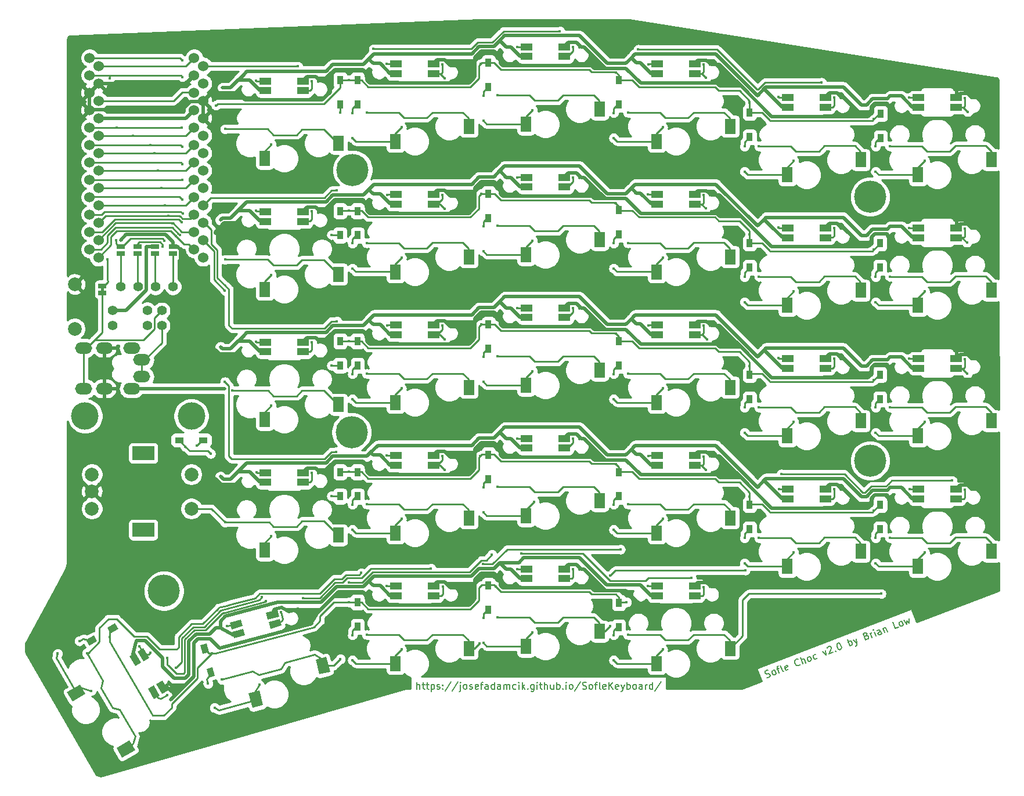
<source format=gtl>
G04 #@! TF.GenerationSoftware,KiCad,Pcbnew,(5.1.9-0-10_14)*
G04 #@! TF.CreationDate,2021-03-05T16:26:51-07:00*
G04 #@! TF.ProjectId,SofleKeyboard,536f666c-654b-4657-9962-6f6172642e6b,rev?*
G04 #@! TF.SameCoordinates,Original*
G04 #@! TF.FileFunction,Copper,L1,Top*
G04 #@! TF.FilePolarity,Positive*
%FSLAX46Y46*%
G04 Gerber Fmt 4.6, Leading zero omitted, Abs format (unit mm)*
G04 Created by KiCad (PCBNEW (5.1.9-0-10_14)) date 2021-03-05 16:26:51*
%MOMM*%
%LPD*%
G01*
G04 APERTURE LIST*
G04 #@! TA.AperFunction,NonConductor*
%ADD10C,0.150000*%
G04 #@! TD*
G04 #@! TA.AperFunction,NonConductor*
%ADD11C,0.200000*%
G04 #@! TD*
G04 #@! TA.AperFunction,EtchedComponent*
%ADD12C,0.100000*%
G04 #@! TD*
G04 #@! TA.AperFunction,SMDPad,CuDef*
%ADD13R,1.700000X1.000000*%
G04 #@! TD*
G04 #@! TA.AperFunction,SMDPad,CuDef*
%ADD14R,1.600000X2.200000*%
G04 #@! TD*
G04 #@! TA.AperFunction,SMDPad,CuDef*
%ADD15C,0.100000*%
G04 #@! TD*
G04 #@! TA.AperFunction,SMDPad,CuDef*
%ADD16R,0.950000X1.300000*%
G04 #@! TD*
G04 #@! TA.AperFunction,SMDPad,CuDef*
%ADD17R,1.300000X0.950000*%
G04 #@! TD*
G04 #@! TA.AperFunction,ComponentPad*
%ADD18C,1.524000*%
G04 #@! TD*
G04 #@! TA.AperFunction,ComponentPad*
%ADD19C,4.000000*%
G04 #@! TD*
G04 #@! TA.AperFunction,ComponentPad*
%ADD20C,1.397000*%
G04 #@! TD*
G04 #@! TA.AperFunction,SMDPad,CuDef*
%ADD21R,1.143000X0.635000*%
G04 #@! TD*
G04 #@! TA.AperFunction,ComponentPad*
%ADD22C,2.000000*%
G04 #@! TD*
G04 #@! TA.AperFunction,ComponentPad*
%ADD23C,4.700000*%
G04 #@! TD*
G04 #@! TA.AperFunction,ComponentPad*
%ADD24R,3.200000X2.000000*%
G04 #@! TD*
G04 #@! TA.AperFunction,ComponentPad*
%ADD25O,2.500000X1.700000*%
G04 #@! TD*
G04 #@! TA.AperFunction,ViaPad*
%ADD26C,0.400000*%
G04 #@! TD*
G04 #@! TA.AperFunction,Conductor*
%ADD27C,0.250000*%
G04 #@! TD*
G04 #@! TA.AperFunction,Conductor*
%ADD28C,0.500000*%
G04 #@! TD*
G04 #@! TA.AperFunction,Conductor*
%ADD29C,0.254000*%
G04 #@! TD*
G04 #@! TA.AperFunction,Conductor*
%ADD30C,0.100000*%
G04 #@! TD*
G04 APERTURE END LIST*
D10*
X139927334Y-133337020D02*
X139927334Y-132337020D01*
X140355905Y-133337020D02*
X140355905Y-132813211D01*
X140308286Y-132717973D01*
X140213048Y-132670354D01*
X140070191Y-132670354D01*
X139974953Y-132717973D01*
X139927334Y-132765592D01*
X140689239Y-132670354D02*
X141070191Y-132670354D01*
X140832096Y-132337020D02*
X140832096Y-133194163D01*
X140879715Y-133289401D01*
X140974953Y-133337020D01*
X141070191Y-133337020D01*
X141260667Y-132670354D02*
X141641620Y-132670354D01*
X141403524Y-132337020D02*
X141403524Y-133194163D01*
X141451143Y-133289401D01*
X141546381Y-133337020D01*
X141641620Y-133337020D01*
X141974953Y-132670354D02*
X141974953Y-133670354D01*
X141974953Y-132717973D02*
X142070191Y-132670354D01*
X142260667Y-132670354D01*
X142355905Y-132717973D01*
X142403524Y-132765592D01*
X142451143Y-132860830D01*
X142451143Y-133146544D01*
X142403524Y-133241782D01*
X142355905Y-133289401D01*
X142260667Y-133337020D01*
X142070191Y-133337020D01*
X141974953Y-133289401D01*
X142832096Y-133289401D02*
X142927334Y-133337020D01*
X143117810Y-133337020D01*
X143213048Y-133289401D01*
X143260667Y-133194163D01*
X143260667Y-133146544D01*
X143213048Y-133051306D01*
X143117810Y-133003687D01*
X142974953Y-133003687D01*
X142879715Y-132956068D01*
X142832096Y-132860830D01*
X142832096Y-132813211D01*
X142879715Y-132717973D01*
X142974953Y-132670354D01*
X143117810Y-132670354D01*
X143213048Y-132717973D01*
X143689239Y-133241782D02*
X143736858Y-133289401D01*
X143689239Y-133337020D01*
X143641620Y-133289401D01*
X143689239Y-133241782D01*
X143689239Y-133337020D01*
X143689239Y-132717973D02*
X143736858Y-132765592D01*
X143689239Y-132813211D01*
X143641620Y-132765592D01*
X143689239Y-132717973D01*
X143689239Y-132813211D01*
X144879715Y-132289401D02*
X144022572Y-133575116D01*
X145927334Y-132289401D02*
X145070191Y-133575116D01*
X146260667Y-132670354D02*
X146260667Y-133527497D01*
X146213048Y-133622735D01*
X146117810Y-133670354D01*
X146070191Y-133670354D01*
X146260667Y-132337020D02*
X146213048Y-132384640D01*
X146260667Y-132432259D01*
X146308286Y-132384640D01*
X146260667Y-132337020D01*
X146260667Y-132432259D01*
X146879715Y-133337020D02*
X146784477Y-133289401D01*
X146736858Y-133241782D01*
X146689239Y-133146544D01*
X146689239Y-132860830D01*
X146736858Y-132765592D01*
X146784477Y-132717973D01*
X146879715Y-132670354D01*
X147022572Y-132670354D01*
X147117810Y-132717973D01*
X147165429Y-132765592D01*
X147213048Y-132860830D01*
X147213048Y-133146544D01*
X147165429Y-133241782D01*
X147117810Y-133289401D01*
X147022572Y-133337020D01*
X146879715Y-133337020D01*
X147594000Y-133289401D02*
X147689239Y-133337020D01*
X147879715Y-133337020D01*
X147974953Y-133289401D01*
X148022572Y-133194163D01*
X148022572Y-133146544D01*
X147974953Y-133051306D01*
X147879715Y-133003687D01*
X147736858Y-133003687D01*
X147641620Y-132956068D01*
X147594000Y-132860830D01*
X147594000Y-132813211D01*
X147641620Y-132717973D01*
X147736858Y-132670354D01*
X147879715Y-132670354D01*
X147974953Y-132717973D01*
X148832096Y-133289401D02*
X148736858Y-133337020D01*
X148546381Y-133337020D01*
X148451143Y-133289401D01*
X148403524Y-133194163D01*
X148403524Y-132813211D01*
X148451143Y-132717973D01*
X148546381Y-132670354D01*
X148736858Y-132670354D01*
X148832096Y-132717973D01*
X148879715Y-132813211D01*
X148879715Y-132908449D01*
X148403524Y-133003687D01*
X149165429Y-132670354D02*
X149546381Y-132670354D01*
X149308286Y-133337020D02*
X149308286Y-132479878D01*
X149355905Y-132384640D01*
X149451143Y-132337020D01*
X149546381Y-132337020D01*
X150308286Y-133337020D02*
X150308286Y-132813211D01*
X150260667Y-132717973D01*
X150165429Y-132670354D01*
X149974953Y-132670354D01*
X149879715Y-132717973D01*
X150308286Y-133289401D02*
X150213048Y-133337020D01*
X149974953Y-133337020D01*
X149879715Y-133289401D01*
X149832096Y-133194163D01*
X149832096Y-133098925D01*
X149879715Y-133003687D01*
X149974953Y-132956068D01*
X150213048Y-132956068D01*
X150308286Y-132908449D01*
X151213048Y-133337020D02*
X151213048Y-132337020D01*
X151213048Y-133289401D02*
X151117810Y-133337020D01*
X150927334Y-133337020D01*
X150832096Y-133289401D01*
X150784477Y-133241782D01*
X150736858Y-133146544D01*
X150736858Y-132860830D01*
X150784477Y-132765592D01*
X150832096Y-132717973D01*
X150927334Y-132670354D01*
X151117810Y-132670354D01*
X151213048Y-132717973D01*
X152117810Y-133337020D02*
X152117810Y-132813211D01*
X152070191Y-132717973D01*
X151974953Y-132670354D01*
X151784477Y-132670354D01*
X151689239Y-132717973D01*
X152117810Y-133289401D02*
X152022572Y-133337020D01*
X151784477Y-133337020D01*
X151689239Y-133289401D01*
X151641620Y-133194163D01*
X151641620Y-133098925D01*
X151689239Y-133003687D01*
X151784477Y-132956068D01*
X152022572Y-132956068D01*
X152117810Y-132908449D01*
X152594000Y-133337020D02*
X152594000Y-132670354D01*
X152594000Y-132765592D02*
X152641620Y-132717973D01*
X152736858Y-132670354D01*
X152879715Y-132670354D01*
X152974953Y-132717973D01*
X153022572Y-132813211D01*
X153022572Y-133337020D01*
X153022572Y-132813211D02*
X153070191Y-132717973D01*
X153165429Y-132670354D01*
X153308286Y-132670354D01*
X153403524Y-132717973D01*
X153451143Y-132813211D01*
X153451143Y-133337020D01*
X154355905Y-133289401D02*
X154260667Y-133337020D01*
X154070191Y-133337020D01*
X153974953Y-133289401D01*
X153927334Y-133241782D01*
X153879715Y-133146544D01*
X153879715Y-132860830D01*
X153927334Y-132765592D01*
X153974953Y-132717973D01*
X154070191Y-132670354D01*
X154260667Y-132670354D01*
X154355905Y-132717973D01*
X154784477Y-133337020D02*
X154784477Y-132670354D01*
X154784477Y-132337020D02*
X154736858Y-132384640D01*
X154784477Y-132432259D01*
X154832096Y-132384640D01*
X154784477Y-132337020D01*
X154784477Y-132432259D01*
X155260667Y-133337020D02*
X155260667Y-132337020D01*
X155355905Y-132956068D02*
X155641620Y-133337020D01*
X155641620Y-132670354D02*
X155260667Y-133051306D01*
X156070191Y-133241782D02*
X156117810Y-133289401D01*
X156070191Y-133337020D01*
X156022572Y-133289401D01*
X156070191Y-133241782D01*
X156070191Y-133337020D01*
X156974953Y-132670354D02*
X156974953Y-133479878D01*
X156927334Y-133575116D01*
X156879715Y-133622735D01*
X156784477Y-133670354D01*
X156641620Y-133670354D01*
X156546381Y-133622735D01*
X156974953Y-133289401D02*
X156879715Y-133337020D01*
X156689239Y-133337020D01*
X156594000Y-133289401D01*
X156546381Y-133241782D01*
X156498762Y-133146544D01*
X156498762Y-132860830D01*
X156546381Y-132765592D01*
X156594000Y-132717973D01*
X156689239Y-132670354D01*
X156879715Y-132670354D01*
X156974953Y-132717973D01*
X157451143Y-133337020D02*
X157451143Y-132670354D01*
X157451143Y-132337020D02*
X157403524Y-132384640D01*
X157451143Y-132432259D01*
X157498762Y-132384640D01*
X157451143Y-132337020D01*
X157451143Y-132432259D01*
X157784477Y-132670354D02*
X158165429Y-132670354D01*
X157927334Y-132337020D02*
X157927334Y-133194163D01*
X157974953Y-133289401D01*
X158070191Y-133337020D01*
X158165429Y-133337020D01*
X158498762Y-133337020D02*
X158498762Y-132337020D01*
X158927334Y-133337020D02*
X158927334Y-132813211D01*
X158879715Y-132717973D01*
X158784477Y-132670354D01*
X158641620Y-132670354D01*
X158546381Y-132717973D01*
X158498762Y-132765592D01*
X159832096Y-132670354D02*
X159832096Y-133337020D01*
X159403524Y-132670354D02*
X159403524Y-133194163D01*
X159451143Y-133289401D01*
X159546381Y-133337020D01*
X159689239Y-133337020D01*
X159784477Y-133289401D01*
X159832096Y-133241782D01*
X160308286Y-133337020D02*
X160308286Y-132337020D01*
X160308286Y-132717973D02*
X160403524Y-132670354D01*
X160594000Y-132670354D01*
X160689239Y-132717973D01*
X160736858Y-132765592D01*
X160784477Y-132860830D01*
X160784477Y-133146544D01*
X160736858Y-133241782D01*
X160689239Y-133289401D01*
X160594000Y-133337020D01*
X160403524Y-133337020D01*
X160308286Y-133289401D01*
X161213048Y-133241782D02*
X161260667Y-133289401D01*
X161213048Y-133337020D01*
X161165429Y-133289401D01*
X161213048Y-133241782D01*
X161213048Y-133337020D01*
X161689239Y-133337020D02*
X161689239Y-132670354D01*
X161689239Y-132337020D02*
X161641620Y-132384640D01*
X161689239Y-132432259D01*
X161736858Y-132384640D01*
X161689239Y-132337020D01*
X161689239Y-132432259D01*
X162308286Y-133337020D02*
X162213048Y-133289401D01*
X162165429Y-133241782D01*
X162117810Y-133146544D01*
X162117810Y-132860830D01*
X162165429Y-132765592D01*
X162213048Y-132717973D01*
X162308286Y-132670354D01*
X162451143Y-132670354D01*
X162546381Y-132717973D01*
X162594000Y-132765592D01*
X162641620Y-132860830D01*
X162641620Y-133146544D01*
X162594000Y-133241782D01*
X162546381Y-133289401D01*
X162451143Y-133337020D01*
X162308286Y-133337020D01*
X163784477Y-132289401D02*
X162927334Y-133575116D01*
X164070191Y-133289401D02*
X164213048Y-133337020D01*
X164451143Y-133337020D01*
X164546381Y-133289401D01*
X164594000Y-133241782D01*
X164641620Y-133146544D01*
X164641620Y-133051306D01*
X164594000Y-132956068D01*
X164546381Y-132908449D01*
X164451143Y-132860830D01*
X164260667Y-132813211D01*
X164165429Y-132765592D01*
X164117810Y-132717973D01*
X164070191Y-132622735D01*
X164070191Y-132527497D01*
X164117810Y-132432259D01*
X164165429Y-132384640D01*
X164260667Y-132337020D01*
X164498762Y-132337020D01*
X164641620Y-132384640D01*
X165213048Y-133337020D02*
X165117810Y-133289401D01*
X165070191Y-133241782D01*
X165022572Y-133146544D01*
X165022572Y-132860830D01*
X165070191Y-132765592D01*
X165117810Y-132717973D01*
X165213048Y-132670354D01*
X165355905Y-132670354D01*
X165451143Y-132717973D01*
X165498762Y-132765592D01*
X165546381Y-132860830D01*
X165546381Y-133146544D01*
X165498762Y-133241782D01*
X165451143Y-133289401D01*
X165355905Y-133337020D01*
X165213048Y-133337020D01*
X165832096Y-132670354D02*
X166213048Y-132670354D01*
X165974953Y-133337020D02*
X165974953Y-132479878D01*
X166022572Y-132384640D01*
X166117810Y-132337020D01*
X166213048Y-132337020D01*
X166689239Y-133337020D02*
X166594000Y-133289401D01*
X166546381Y-133194163D01*
X166546381Y-132337020D01*
X167451143Y-133289401D02*
X167355905Y-133337020D01*
X167165429Y-133337020D01*
X167070191Y-133289401D01*
X167022572Y-133194163D01*
X167022572Y-132813211D01*
X167070191Y-132717973D01*
X167165429Y-132670354D01*
X167355905Y-132670354D01*
X167451143Y-132717973D01*
X167498762Y-132813211D01*
X167498762Y-132908449D01*
X167022572Y-133003687D01*
X167927334Y-133337020D02*
X167927334Y-132337020D01*
X168498762Y-133337020D02*
X168070191Y-132765592D01*
X168498762Y-132337020D02*
X167927334Y-132908449D01*
X169308286Y-133289401D02*
X169213048Y-133337020D01*
X169022572Y-133337020D01*
X168927334Y-133289401D01*
X168879715Y-133194163D01*
X168879715Y-132813211D01*
X168927334Y-132717973D01*
X169022572Y-132670354D01*
X169213048Y-132670354D01*
X169308286Y-132717973D01*
X169355905Y-132813211D01*
X169355905Y-132908449D01*
X168879715Y-133003687D01*
X169689239Y-132670354D02*
X169927334Y-133337020D01*
X170165429Y-132670354D02*
X169927334Y-133337020D01*
X169832096Y-133575116D01*
X169784477Y-133622735D01*
X169689239Y-133670354D01*
X170546381Y-133337020D02*
X170546381Y-132337020D01*
X170546381Y-132717973D02*
X170641620Y-132670354D01*
X170832096Y-132670354D01*
X170927334Y-132717973D01*
X170974953Y-132765592D01*
X171022572Y-132860830D01*
X171022572Y-133146544D01*
X170974953Y-133241782D01*
X170927334Y-133289401D01*
X170832096Y-133337020D01*
X170641620Y-133337020D01*
X170546381Y-133289401D01*
X171594000Y-133337020D02*
X171498762Y-133289401D01*
X171451143Y-133241782D01*
X171403524Y-133146544D01*
X171403524Y-132860830D01*
X171451143Y-132765592D01*
X171498762Y-132717973D01*
X171594000Y-132670354D01*
X171736858Y-132670354D01*
X171832096Y-132717973D01*
X171879715Y-132765592D01*
X171927334Y-132860830D01*
X171927334Y-133146544D01*
X171879715Y-133241782D01*
X171832096Y-133289401D01*
X171736858Y-133337020D01*
X171594000Y-133337020D01*
X172784477Y-133337020D02*
X172784477Y-132813211D01*
X172736858Y-132717973D01*
X172641619Y-132670354D01*
X172451143Y-132670354D01*
X172355905Y-132717973D01*
X172784477Y-133289401D02*
X172689239Y-133337020D01*
X172451143Y-133337020D01*
X172355905Y-133289401D01*
X172308286Y-133194163D01*
X172308286Y-133098925D01*
X172355905Y-133003687D01*
X172451143Y-132956068D01*
X172689239Y-132956068D01*
X172784477Y-132908449D01*
X173260667Y-133337020D02*
X173260667Y-132670354D01*
X173260667Y-132860830D02*
X173308286Y-132765592D01*
X173355905Y-132717973D01*
X173451143Y-132670354D01*
X173546381Y-132670354D01*
X174308286Y-133337020D02*
X174308286Y-132337020D01*
X174308286Y-133289401D02*
X174213048Y-133337020D01*
X174022572Y-133337020D01*
X173927334Y-133289401D01*
X173879715Y-133241782D01*
X173832096Y-133146544D01*
X173832096Y-132860830D01*
X173879715Y-132765592D01*
X173927334Y-132717973D01*
X174022572Y-132670354D01*
X174213048Y-132670354D01*
X174308286Y-132717973D01*
X175498762Y-132289401D02*
X174641619Y-133575116D01*
D11*
X190947844Y-131638185D02*
X191098277Y-131631446D01*
X191320558Y-131546120D01*
X191392406Y-131467534D01*
X191419797Y-131406013D01*
X191430123Y-131300035D01*
X191395992Y-131211123D01*
X191317406Y-131139275D01*
X191255885Y-131111884D01*
X191149907Y-131101558D01*
X190955017Y-131125363D01*
X190849040Y-131115037D01*
X190787518Y-131087646D01*
X190708932Y-131015798D01*
X190674801Y-130926886D01*
X190685127Y-130820908D01*
X190712518Y-130759387D01*
X190784366Y-130680801D01*
X191006647Y-130595475D01*
X191157081Y-130588736D01*
X192031858Y-131273078D02*
X191925880Y-131262752D01*
X191864359Y-131235361D01*
X191785772Y-131163514D01*
X191683382Y-130896777D01*
X191693708Y-130790799D01*
X191721099Y-130729278D01*
X191792946Y-130650691D01*
X191926315Y-130599496D01*
X192032292Y-130609822D01*
X192093813Y-130637213D01*
X192172400Y-130709060D01*
X192274791Y-130975797D01*
X192264465Y-131081775D01*
X192237074Y-131143296D01*
X192165226Y-131221883D01*
X192031858Y-131273078D01*
X192370877Y-130428844D02*
X192726526Y-130292323D01*
X192743157Y-131000036D02*
X192435985Y-130199824D01*
X192446311Y-130093847D01*
X192518158Y-130015260D01*
X192607070Y-129981130D01*
X193410000Y-130744059D02*
X193304023Y-130733733D01*
X193225436Y-130661886D01*
X192918264Y-129861674D01*
X194104235Y-130426560D02*
X194032387Y-130505147D01*
X193854563Y-130573407D01*
X193748585Y-130563081D01*
X193669998Y-130491234D01*
X193533477Y-130135584D01*
X193543803Y-130029607D01*
X193615651Y-129951020D01*
X193793475Y-129882760D01*
X193899453Y-129893086D01*
X193978039Y-129964933D01*
X194012170Y-130053845D01*
X193601738Y-130313409D01*
X195776505Y-129733629D02*
X195749114Y-129795150D01*
X195632811Y-129890802D01*
X195543899Y-129924932D01*
X195393465Y-129931671D01*
X195270422Y-129876889D01*
X195191836Y-129805042D01*
X195079119Y-129644282D01*
X195027923Y-129510913D01*
X195004119Y-129316024D01*
X195014445Y-129210046D01*
X195069227Y-129087003D01*
X195185531Y-128991352D01*
X195274443Y-128957221D01*
X195424877Y-128950482D01*
X195486398Y-128977873D01*
X196210742Y-129668955D02*
X195852374Y-128735375D01*
X196610848Y-129515369D02*
X196423131Y-129026350D01*
X196344545Y-128954503D01*
X196238567Y-128944177D01*
X196105198Y-128995373D01*
X196033351Y-129073959D01*
X196005960Y-129135480D01*
X197188778Y-129293522D02*
X197082801Y-129283196D01*
X197021279Y-129255805D01*
X196942693Y-129183958D01*
X196840302Y-128917220D01*
X196850628Y-128811243D01*
X196878019Y-128749721D01*
X196949866Y-128671135D01*
X197083235Y-128619939D01*
X197189213Y-128630265D01*
X197250734Y-128657656D01*
X197329320Y-128729504D01*
X197431711Y-128996241D01*
X197421385Y-129102219D01*
X197393994Y-129163740D01*
X197322147Y-129242326D01*
X197188778Y-129293522D01*
X198283118Y-128822437D02*
X198211271Y-128901024D01*
X198033446Y-128969284D01*
X197927469Y-128958958D01*
X197865947Y-128931567D01*
X197787361Y-128859720D01*
X197684970Y-128592983D01*
X197695296Y-128487005D01*
X197722687Y-128425484D01*
X197794534Y-128346897D01*
X197972359Y-128278637D01*
X198078337Y-128288963D01*
X199083764Y-127852008D02*
X199544957Y-128389069D01*
X199528327Y-127681357D01*
X199754194Y-127339620D02*
X199781585Y-127278098D01*
X199853433Y-127199512D01*
X200075714Y-127114186D01*
X200181691Y-127124512D01*
X200243213Y-127151903D01*
X200321799Y-127223750D01*
X200355929Y-127312663D01*
X200362669Y-127463097D01*
X200033976Y-128201353D01*
X200611907Y-127979506D01*
X200977882Y-127737007D02*
X201039404Y-127764398D01*
X201012012Y-127825920D01*
X200950491Y-127798529D01*
X200977882Y-127737007D01*
X201012012Y-127825920D01*
X201276031Y-126653427D02*
X201364944Y-126619297D01*
X201470921Y-126629623D01*
X201532443Y-126657014D01*
X201611029Y-126728861D01*
X201723746Y-126889621D01*
X201809072Y-127111902D01*
X201832876Y-127306792D01*
X201822550Y-127412770D01*
X201795159Y-127474291D01*
X201723312Y-127552878D01*
X201634399Y-127587008D01*
X201528422Y-127576682D01*
X201466900Y-127549291D01*
X201388314Y-127477444D01*
X201275597Y-127316684D01*
X201190272Y-127094403D01*
X201166467Y-126899513D01*
X201176793Y-126793535D01*
X201204184Y-126732014D01*
X201276031Y-126653427D01*
X203056998Y-127040923D02*
X202698630Y-126107343D01*
X202835151Y-126462993D02*
X202906999Y-126384406D01*
X203084823Y-126316146D01*
X203190801Y-126326471D01*
X203252322Y-126353863D01*
X203330909Y-126425710D01*
X203433300Y-126692447D01*
X203422974Y-126798425D01*
X203395583Y-126859946D01*
X203323735Y-126938532D01*
X203145911Y-127006793D01*
X203039933Y-126996467D01*
X203573842Y-126128429D02*
X204035035Y-126665490D01*
X204018404Y-125957778D02*
X204035035Y-126665490D01*
X204031448Y-126921902D01*
X204004057Y-126983423D01*
X203932210Y-127062009D01*
X205447742Y-125562127D02*
X205598176Y-125555388D01*
X205659697Y-125582779D01*
X205738283Y-125654626D01*
X205789479Y-125787995D01*
X205779153Y-125893972D01*
X205751762Y-125955494D01*
X205679915Y-126034080D01*
X205324265Y-126170601D01*
X204965897Y-125237021D01*
X205277090Y-125117565D01*
X205383068Y-125127891D01*
X205444589Y-125155282D01*
X205523176Y-125227129D01*
X205557306Y-125316041D01*
X205546980Y-125422019D01*
X205519589Y-125483540D01*
X205447742Y-125562127D01*
X205136548Y-125681583D01*
X206257845Y-125812233D02*
X206018933Y-125189846D01*
X206087194Y-125367671D02*
X206097520Y-125261694D01*
X206124911Y-125200172D01*
X206196758Y-125121586D01*
X206285671Y-125087455D01*
X206835776Y-125590386D02*
X206596864Y-124967999D01*
X206477408Y-124656806D02*
X206450017Y-124718327D01*
X206511538Y-124745718D01*
X206538929Y-124684197D01*
X206477408Y-124656806D01*
X206511538Y-124745718D01*
X207680444Y-125266149D02*
X207492728Y-124777130D01*
X207414141Y-124705283D01*
X207308163Y-124694957D01*
X207130339Y-124763218D01*
X207058491Y-124841804D01*
X207663379Y-125221692D02*
X207591532Y-125300279D01*
X207369251Y-125385605D01*
X207263273Y-125375279D01*
X207184687Y-125303431D01*
X207150556Y-125214519D01*
X207160882Y-125108541D01*
X207232729Y-125029955D01*
X207455011Y-124944629D01*
X207526858Y-124866043D01*
X207886094Y-124473110D02*
X208125006Y-125095497D01*
X207920224Y-124562023D02*
X207947616Y-124500501D01*
X208019463Y-124421915D01*
X208152831Y-124370720D01*
X208258809Y-124381045D01*
X208337396Y-124452893D01*
X208525112Y-124941911D01*
X210125536Y-124327566D02*
X209680974Y-124498217D01*
X209322606Y-123564637D01*
X210570098Y-124156915D02*
X210464120Y-124146589D01*
X210402599Y-124119198D01*
X210324012Y-124047350D01*
X210221622Y-123780613D01*
X210231947Y-123674635D01*
X210259339Y-123613114D01*
X210331186Y-123534528D01*
X210464554Y-123483332D01*
X210570532Y-123493658D01*
X210632053Y-123521049D01*
X210710640Y-123592896D01*
X210813031Y-123859634D01*
X210802705Y-123965611D01*
X210775314Y-124027133D01*
X210703466Y-124105719D01*
X210570098Y-124156915D01*
X210953573Y-123295616D02*
X211370310Y-123849742D01*
X211377483Y-123336919D01*
X211725959Y-123713221D01*
X211664872Y-123022573D01*
D12*
G36*
X94150000Y-74800000D02*
G01*
X94150000Y-75200000D01*
X93850000Y-75200000D01*
X93850000Y-74800000D01*
X94150000Y-74800000D01*
G37*
X94150000Y-74800000D02*
X94150000Y-75200000D01*
X93850000Y-75200000D01*
X93850000Y-74800000D01*
X94150000Y-74800000D01*
D13*
X180450000Y-119701000D03*
X174950000Y-119701000D03*
X180450000Y-118301000D03*
X174950000Y-118301000D03*
D14*
X174900000Y-129600000D03*
X185600000Y-127400000D03*
D13*
X161400000Y-117201000D03*
X155900000Y-117201000D03*
X161400000Y-115801000D03*
X155900000Y-115801000D03*
D14*
X155850000Y-127100000D03*
X166550000Y-124900000D03*
D13*
X142350000Y-119701000D03*
X136850000Y-119701000D03*
X142350000Y-118301000D03*
X136850000Y-118301000D03*
D14*
X136800000Y-129600000D03*
X147500000Y-127400000D03*
G04 #@! TA.AperFunction,SMDPad,CuDef*
D15*
G36*
X119912906Y-123122551D02*
G01*
X120171725Y-124088477D01*
X118529652Y-124528469D01*
X118270833Y-123562543D01*
X119912906Y-123122551D01*
G37*
G04 #@! TD.AperFunction*
G04 #@! TA.AperFunction,SMDPad,CuDef*
G36*
X114600314Y-124546056D02*
G01*
X114859133Y-125511982D01*
X113217060Y-125951974D01*
X112958241Y-124986048D01*
X114600314Y-124546056D01*
G37*
G04 #@! TD.AperFunction*
G04 #@! TA.AperFunction,SMDPad,CuDef*
G36*
X119550559Y-121770255D02*
G01*
X119809378Y-122736181D01*
X118167305Y-123176173D01*
X117908486Y-122210247D01*
X119550559Y-121770255D01*
G37*
G04 #@! TD.AperFunction*
G04 #@! TA.AperFunction,SMDPad,CuDef*
G36*
X114237967Y-123193760D02*
G01*
X114496786Y-124159686D01*
X112854713Y-124599678D01*
X112595894Y-123633752D01*
X114237967Y-123193760D01*
G37*
G04 #@! TD.AperFunction*
G04 #@! TA.AperFunction,SMDPad,CuDef*
G36*
X116910480Y-133554082D02*
G01*
X117479882Y-135679119D01*
X115934400Y-136093230D01*
X115364998Y-133968193D01*
X116910480Y-133554082D01*
G37*
G04 #@! TD.AperFunction*
G04 #@! TA.AperFunction,SMDPad,CuDef*
G36*
X126676484Y-128659681D02*
G01*
X127245886Y-130784718D01*
X125700404Y-131198829D01*
X125131002Y-129073792D01*
X126676484Y-128659681D01*
G37*
G04 #@! TD.AperFunction*
G04 #@! TA.AperFunction,SMDPad,CuDef*
G36*
X102406249Y-134268192D02*
G01*
X101540223Y-134768192D01*
X100690223Y-133295948D01*
X101556249Y-132795948D01*
X102406249Y-134268192D01*
G37*
G04 #@! TD.AperFunction*
G04 #@! TA.AperFunction,SMDPad,CuDef*
G36*
X99656249Y-129505052D02*
G01*
X98790223Y-130005052D01*
X97940223Y-128532808D01*
X98806249Y-128032808D01*
X99656249Y-129505052D01*
G37*
G04 #@! TD.AperFunction*
G04 #@! TA.AperFunction,SMDPad,CuDef*
G36*
X103618684Y-133568192D02*
G01*
X102752658Y-134068192D01*
X101902658Y-132595948D01*
X102768684Y-132095948D01*
X103618684Y-133568192D01*
G37*
G04 #@! TD.AperFunction*
G04 #@! TA.AperFunction,SMDPad,CuDef*
G36*
X100868684Y-128805052D02*
G01*
X100002658Y-129305052D01*
X99152658Y-127832808D01*
X100018684Y-127332808D01*
X100868684Y-128805052D01*
G37*
G04 #@! TD.AperFunction*
G04 #@! TA.AperFunction,SMDPad,CuDef*
G36*
X91553078Y-134067949D02*
G01*
X89647822Y-135167949D01*
X88847822Y-133782309D01*
X90753078Y-132682309D01*
X91553078Y-134067949D01*
G37*
G04 #@! TD.AperFunction*
G04 #@! TA.AperFunction,SMDPad,CuDef*
G36*
X98808334Y-142234421D02*
G01*
X96903078Y-143334421D01*
X96103078Y-141948781D01*
X98008334Y-140848781D01*
X98808334Y-142234421D01*
G37*
G04 #@! TD.AperFunction*
D13*
X218550000Y-105551000D03*
X213050000Y-105551000D03*
X218550000Y-104151000D03*
X213050000Y-104151000D03*
D14*
X213000000Y-115450000D03*
X223700000Y-113250000D03*
D13*
X199500000Y-105551000D03*
X194000000Y-105551000D03*
X199500000Y-104151000D03*
X194000000Y-104151000D03*
D14*
X193950000Y-115450000D03*
X204650000Y-113250000D03*
D13*
X180450000Y-100651000D03*
X174950000Y-100651000D03*
X180450000Y-99251000D03*
X174950000Y-99251000D03*
D14*
X174900000Y-110550000D03*
X185600000Y-108350000D03*
D13*
X161400000Y-98151000D03*
X155900000Y-98151000D03*
X161400000Y-96751000D03*
X155900000Y-96751000D03*
D14*
X155850000Y-108050000D03*
X166550000Y-105850000D03*
D13*
X142350000Y-100651000D03*
X136850000Y-100651000D03*
X142350000Y-99251000D03*
X136850000Y-99251000D03*
D14*
X136800000Y-110550000D03*
X147500000Y-108350000D03*
D13*
X123300000Y-103151000D03*
X117800000Y-103151000D03*
X123300000Y-101751000D03*
X117800000Y-101751000D03*
D14*
X117750000Y-113050000D03*
X128450000Y-110850000D03*
D13*
X218550000Y-86501000D03*
X213050000Y-86501000D03*
X218550000Y-85101000D03*
X213050000Y-85101000D03*
D14*
X213000000Y-96400000D03*
X223700000Y-94200000D03*
D13*
X199500000Y-86501000D03*
X194000000Y-86501000D03*
X199500000Y-85101000D03*
X194000000Y-85101000D03*
D14*
X193950000Y-96400000D03*
X204650000Y-94200000D03*
D13*
X180450000Y-81601000D03*
X174950000Y-81601000D03*
X180450000Y-80201000D03*
X174950000Y-80201000D03*
D14*
X174900000Y-91500000D03*
X185600000Y-89300000D03*
D13*
X161400000Y-79101000D03*
X155900000Y-79101000D03*
X161400000Y-77701000D03*
X155900000Y-77701000D03*
D14*
X155850000Y-89000000D03*
X166550000Y-86800000D03*
D13*
X142350000Y-81601000D03*
X136850000Y-81601000D03*
X142350000Y-80201000D03*
X136850000Y-80201000D03*
D14*
X136800000Y-91500000D03*
X147500000Y-89300000D03*
D13*
X123300000Y-84101000D03*
X117800000Y-84101000D03*
X123300000Y-82701000D03*
X117800000Y-82701000D03*
D14*
X117750000Y-94000000D03*
X128450000Y-91800000D03*
D13*
X218550000Y-67451000D03*
X213050000Y-67451000D03*
X218550000Y-66051000D03*
X213050000Y-66051000D03*
D14*
X213000000Y-77350000D03*
X223700000Y-75150000D03*
D13*
X199500000Y-67451000D03*
X194000000Y-67451000D03*
X199500000Y-66051000D03*
X194000000Y-66051000D03*
D14*
X193950000Y-77350000D03*
X204650000Y-75150000D03*
D13*
X180450000Y-62551000D03*
X174950000Y-62551000D03*
X180450000Y-61151000D03*
X174950000Y-61151000D03*
D14*
X174900000Y-72450000D03*
X185600000Y-70250000D03*
D13*
X161400000Y-60051000D03*
X155900000Y-60051000D03*
X161400000Y-58651000D03*
X155900000Y-58651000D03*
D14*
X155850000Y-69950000D03*
X166550000Y-67750000D03*
D13*
X142350000Y-62551000D03*
X136850000Y-62551000D03*
X142350000Y-61151000D03*
X136850000Y-61151000D03*
D14*
X136800000Y-72450000D03*
X147500000Y-70250000D03*
D13*
X123300000Y-65101000D03*
X117800000Y-65101000D03*
X123300000Y-63701000D03*
X117800000Y-63701000D03*
D14*
X117750000Y-75000000D03*
X128450000Y-72800000D03*
D13*
X218550000Y-48401000D03*
X213050000Y-48401000D03*
X218550000Y-47001000D03*
X213050000Y-47001000D03*
D14*
X213000000Y-58300000D03*
X223700000Y-56100000D03*
D13*
X199500000Y-48401000D03*
X194000000Y-48401000D03*
X199500000Y-47001000D03*
X194000000Y-47001000D03*
D14*
X193950000Y-58300000D03*
X204650000Y-56100000D03*
D13*
X180450000Y-43501000D03*
X174950000Y-43501000D03*
X180450000Y-42101000D03*
X174950000Y-42101000D03*
D14*
X174900000Y-53400000D03*
X185600000Y-51200000D03*
D13*
X161400000Y-41001000D03*
X155900000Y-41001000D03*
X161400000Y-39601000D03*
X155900000Y-39601000D03*
D14*
X155850000Y-50900000D03*
X166550000Y-48700000D03*
D13*
X142350000Y-43501000D03*
X136850000Y-43501000D03*
X142350000Y-42101000D03*
X136850000Y-42101000D03*
D14*
X136800000Y-53400000D03*
X147500000Y-51200000D03*
D13*
X123300000Y-46001000D03*
X117800000Y-46001000D03*
X123300000Y-44601000D03*
X117800000Y-44601000D03*
D14*
X117750000Y-55900000D03*
X128450000Y-53700000D03*
D16*
X169345000Y-120755000D03*
X169345000Y-124305000D03*
X150345000Y-121795000D03*
X150345000Y-118245000D03*
X131245000Y-120655000D03*
X131245000Y-124205000D03*
G04 #@! TA.AperFunction,SMDPad,CuDef*
D15*
G36*
X108287549Y-126941569D02*
G01*
X109205178Y-126695691D01*
X109541643Y-127951395D01*
X108624014Y-128197273D01*
X108287549Y-126941569D01*
G37*
G04 #@! TD.AperFunction*
G04 #@! TA.AperFunction,SMDPad,CuDef*
G36*
X109206357Y-130370605D02*
G01*
X110123986Y-130124727D01*
X110460451Y-131380431D01*
X109542822Y-131626309D01*
X109206357Y-130370605D01*
G37*
G04 #@! TD.AperFunction*
G04 #@! TA.AperFunction,SMDPad,CuDef*
G36*
X95869612Y-123727138D02*
G01*
X96344612Y-124549862D01*
X95218778Y-125199862D01*
X94743778Y-124377138D01*
X95869612Y-123727138D01*
G37*
G04 #@! TD.AperFunction*
G04 #@! TA.AperFunction,SMDPad,CuDef*
G36*
X92795222Y-125502138D02*
G01*
X93270222Y-126324862D01*
X92144388Y-126974862D01*
X91669388Y-126152138D01*
X92795222Y-125502138D01*
G37*
G04 #@! TD.AperFunction*
D17*
X105225000Y-97000000D03*
X108775000Y-97000000D03*
D16*
X207495000Y-106455000D03*
X207495000Y-110005000D03*
X188445000Y-106455000D03*
X188445000Y-110005000D03*
X169345000Y-101655000D03*
X169345000Y-105205000D03*
X150345000Y-99145000D03*
X150345000Y-102695000D03*
X131245000Y-101655000D03*
X131245000Y-105205000D03*
X128705000Y-105205000D03*
X128705000Y-101655000D03*
X207445000Y-87455000D03*
X207445000Y-91005000D03*
X188445000Y-87455000D03*
X188445000Y-91005000D03*
X169345000Y-82555000D03*
X169345000Y-86105000D03*
X150345000Y-80145000D03*
X150345000Y-83695000D03*
X131245000Y-82555000D03*
X131245000Y-86105000D03*
X128705000Y-86105000D03*
X128705000Y-82555000D03*
X207445000Y-68255000D03*
X207445000Y-71805000D03*
X188445000Y-68255000D03*
X188445000Y-71805000D03*
X169345000Y-63455000D03*
X169345000Y-67005000D03*
X150345000Y-61045000D03*
X150345000Y-64595000D03*
X131245000Y-63555000D03*
X131245000Y-67105000D03*
X128705000Y-67105000D03*
X128705000Y-63555000D03*
X207545000Y-49355000D03*
X207545000Y-52905000D03*
X188445000Y-49225000D03*
X188445000Y-52775000D03*
X169345000Y-44455000D03*
X169345000Y-48005000D03*
X150345000Y-41955000D03*
X150345000Y-45505000D03*
X131245000Y-44455000D03*
X131245000Y-48005000D03*
X128705000Y-48002000D03*
X128705000Y-44452000D03*
D18*
X93478815Y-47505745D03*
X108718815Y-65285745D03*
X93478815Y-57665745D03*
X108718815Y-55125745D03*
X108718815Y-50045745D03*
X93478815Y-67825745D03*
X108718815Y-47505745D03*
X108718815Y-42425745D03*
X93478815Y-62745745D03*
X108718815Y-70365745D03*
X93478815Y-55125745D03*
X93478815Y-44965745D03*
X93478815Y-50045745D03*
X93478815Y-52585745D03*
X93478815Y-65285745D03*
X93478815Y-60205745D03*
X108718815Y-62745745D03*
X108718815Y-60205745D03*
X93478815Y-70365745D03*
X108718815Y-67825745D03*
X108718815Y-44965745D03*
X93478815Y-42425745D03*
X108718815Y-57665745D03*
X108718815Y-52585745D03*
X92180000Y-41230000D03*
X92180000Y-43770000D03*
X92180000Y-46310000D03*
X92180000Y-48850000D03*
X92180000Y-51390000D03*
X92180000Y-53930000D03*
X92180000Y-56470000D03*
X92180000Y-59010000D03*
X92180000Y-61550000D03*
X92180000Y-64090000D03*
X92180000Y-66630000D03*
X92180000Y-69170000D03*
X107420000Y-69170000D03*
X107420000Y-66630000D03*
X107420000Y-64090000D03*
X107420000Y-61550000D03*
X107420000Y-59010000D03*
X107420000Y-56470000D03*
X107420000Y-53930000D03*
X107420000Y-51390000D03*
X107420000Y-48850000D03*
X107420000Y-46310000D03*
X107420000Y-43770000D03*
X107420000Y-41230000D03*
D19*
X107000000Y-93500000D03*
X91500000Y-93500000D03*
D20*
X104320000Y-74600000D03*
X101780000Y-74600000D03*
X99240000Y-74600000D03*
X96700000Y-74600000D03*
D21*
X94000000Y-74499620D03*
X94000000Y-75500380D03*
D22*
X90000000Y-80750000D03*
X90000000Y-74250000D03*
D21*
X96700000Y-68799620D03*
X96700000Y-69800380D03*
X99200000Y-68799620D03*
X99200000Y-69800380D03*
X101700000Y-68799620D03*
X101700000Y-69800380D03*
X104300000Y-68799620D03*
X104300000Y-69800380D03*
D20*
X100579272Y-80311965D03*
X95499272Y-80311965D03*
X100579272Y-78061965D03*
X95499272Y-78061965D03*
X102700000Y-78100000D03*
X102700000Y-80300000D03*
D23*
X206000000Y-100000000D03*
X130375120Y-95852640D03*
X130527120Y-57573640D03*
D22*
X107000000Y-107000000D03*
X107000000Y-102000000D03*
D24*
X100000000Y-110100000D03*
X100000000Y-98900000D03*
D22*
X92500000Y-107000000D03*
X92500000Y-104500000D03*
X92500000Y-102000000D03*
D23*
X103000000Y-119000000D03*
X206000000Y-61500000D03*
D25*
X98300000Y-89500000D03*
X99800000Y-85300000D03*
X91300000Y-89500000D03*
X94300000Y-89500000D03*
X91300000Y-83550000D03*
X94300000Y-83550000D03*
X98300000Y-83550000D03*
X99800000Y-87750000D03*
D26*
X118674000Y-53861000D03*
X128705000Y-49210360D03*
X170485000Y-120655000D03*
X151412407Y-118391593D03*
X130002940Y-120654080D03*
X105327833Y-67072169D03*
X110034374Y-128119626D03*
X95141015Y-125740985D03*
X109826120Y-98975640D03*
X106143120Y-97959640D03*
X137674000Y-51361000D03*
X130506000Y-52919000D03*
X130506000Y-49252000D03*
X156774000Y-48861000D03*
X149606000Y-50419000D03*
X149606000Y-46752000D03*
X105700000Y-59000000D03*
X206556000Y-50167000D03*
X130002940Y-44454080D03*
X149217240Y-42100760D03*
X168907000Y-43381990D03*
X188445000Y-47800520D03*
X110602000Y-48150240D03*
X175774000Y-51361000D03*
X168606000Y-52919000D03*
X168606000Y-49252000D03*
X206556000Y-69203500D03*
X130002940Y-63490580D03*
X105700000Y-61900000D03*
X149309500Y-61045000D03*
X168881120Y-62418490D03*
X188445000Y-67006400D03*
X128241120Y-60586489D03*
X187706000Y-54152000D03*
X187706000Y-57819000D03*
X194874000Y-56261000D03*
X206556000Y-88267000D03*
X130002940Y-82554080D03*
X149266320Y-80145000D03*
X168907000Y-81481990D03*
X188445000Y-86238340D03*
X105732756Y-63957326D03*
X128241120Y-79646240D03*
X213974000Y-56261000D03*
X206806000Y-57819000D03*
X206806000Y-54152000D03*
X206556000Y-107317000D03*
X130002940Y-101604080D03*
X105600000Y-65200000D03*
X149138500Y-99329500D03*
X168907000Y-100531990D03*
X188445000Y-105255320D03*
X128139520Y-98699989D03*
X111902000Y-75175840D03*
X111902000Y-88498138D03*
X118674000Y-72897500D03*
X127462940Y-67046580D03*
X137674000Y-70397500D03*
X130506000Y-71955500D03*
X130506000Y-68288500D03*
X156774000Y-67897500D03*
X149606000Y-69455500D03*
X149606000Y-65788500D03*
X175774000Y-70397500D03*
X168606000Y-71955500D03*
X168606000Y-68288500D03*
X187706000Y-73188500D03*
X187706000Y-76855500D03*
X194874000Y-75297500D03*
X213974000Y-75297500D03*
X206806000Y-76855500D03*
X206806000Y-73188500D03*
X118674000Y-91961000D03*
X127462940Y-86110080D03*
X137674000Y-89461000D03*
X130506000Y-91019000D03*
X130506000Y-87352000D03*
X156774000Y-86961000D03*
X149606000Y-88519000D03*
X149606000Y-84852000D03*
X175774000Y-89461000D03*
X168606000Y-91019000D03*
X168606000Y-87352000D03*
X187706000Y-92252000D03*
X187706000Y-95919000D03*
X194874000Y-94361000D03*
X213974000Y-94361000D03*
X206806000Y-95919000D03*
X206806000Y-92252000D03*
X118674000Y-111011000D03*
X127462940Y-105160080D03*
X137674000Y-108511000D03*
X130506000Y-110069000D03*
X130506000Y-106402000D03*
X149606000Y-107569000D03*
X149606000Y-103902000D03*
X157023630Y-106011000D03*
X175774000Y-108511000D03*
X168606000Y-110069000D03*
X168606000Y-106402000D03*
X187706000Y-111302000D03*
X187706000Y-114969000D03*
X194874000Y-113411000D03*
X213974000Y-113411000D03*
X206806000Y-114969000D03*
X206806000Y-111302000D03*
X92434759Y-133580730D03*
X87501492Y-128152060D03*
X90677207Y-126318560D03*
X109441063Y-132522867D03*
X116910669Y-132704788D03*
X110390152Y-136064917D03*
X137674000Y-127561000D03*
X130506000Y-129119000D03*
X130506000Y-125452000D03*
X98999004Y-126216015D03*
X111252089Y-124365260D03*
X153610002Y-115824000D03*
X172498998Y-118110000D03*
X134520000Y-118239000D03*
X134520000Y-99189000D03*
X153610002Y-96774000D03*
X210566000Y-103929998D03*
X172498998Y-99060000D03*
X191548499Y-103909501D03*
X115470000Y-101602000D03*
X134520000Y-80139000D03*
X153610002Y-77724000D03*
X210566000Y-84879998D03*
X172498998Y-80010000D03*
X191548499Y-84859501D03*
X115470000Y-82552000D03*
X134520000Y-61075500D03*
X153610002Y-58660500D03*
X210566000Y-65816498D03*
X172498998Y-60946500D03*
X191548499Y-65796001D03*
X115470000Y-63488500D03*
X100400008Y-68800000D03*
X100400000Y-50045745D03*
X153610002Y-39624000D03*
X210566000Y-46779998D03*
X172498998Y-41910000D03*
X191548499Y-46759501D03*
X111560000Y-45595000D03*
X111252000Y-83407000D03*
X111252000Y-102330000D03*
X115470000Y-44452000D03*
X134520000Y-42039000D03*
X111252000Y-64873000D03*
X111959443Y-122729443D03*
X111827640Y-89501440D03*
X103959570Y-134905964D03*
X120929824Y-121822845D03*
X163845008Y-115837998D03*
X182782000Y-118364000D03*
X144526000Y-118287998D03*
X182782000Y-99314000D03*
X125663998Y-101600000D03*
X144526000Y-99237998D03*
X220823998Y-104140000D03*
X163845008Y-96787998D03*
X201876002Y-104187998D03*
X182782000Y-80264000D03*
X125663998Y-82550000D03*
X144526000Y-80187998D03*
X220823998Y-85090000D03*
X163845008Y-77737998D03*
X201876002Y-85137998D03*
X182782000Y-61200500D03*
X125663998Y-63486500D03*
X144526000Y-61124498D03*
X220823998Y-66026500D03*
X163845008Y-58674498D03*
X201876002Y-66074498D03*
X96700000Y-67800000D03*
X96900000Y-48800000D03*
X96900000Y-44965745D03*
X125663998Y-44450000D03*
X144526000Y-42087998D03*
X220823998Y-46990000D03*
X110497745Y-102591745D03*
X110497745Y-83795745D03*
X201876002Y-47037998D03*
X182782000Y-42164000D03*
X163845008Y-39637998D03*
X110497745Y-66794255D03*
X109755000Y-125986000D03*
X110497745Y-76605745D03*
X104936620Y-124248640D03*
X149767620Y-36745640D03*
X115223620Y-57637140D03*
X115287120Y-113771140D03*
X114271120Y-75607640D03*
X125116920Y-96867440D03*
X170692000Y-125404000D03*
X208892000Y-111254000D03*
X208892000Y-92204000D03*
X208892000Y-73140500D03*
X208892000Y-54104000D03*
X102117351Y-57700640D03*
X207616120Y-119422640D03*
X151692000Y-122904000D03*
X189792000Y-111254000D03*
X189792000Y-92204000D03*
X189792000Y-73140500D03*
X189792000Y-54104000D03*
X102642351Y-60240640D03*
X168119120Y-124121640D03*
X168119120Y-116755640D03*
X187804120Y-115993640D03*
X132592000Y-125404000D03*
X170692000Y-106354000D03*
X170692000Y-87304000D03*
X170692000Y-68240500D03*
X170692000Y-49204000D03*
X103167351Y-62780640D03*
X149007881Y-126666503D03*
X169579620Y-112945640D03*
X149513620Y-115104640D03*
X111443561Y-131936606D03*
X151692000Y-103854000D03*
X151692000Y-84804000D03*
X151692000Y-65740500D03*
X151692000Y-46704000D03*
X103692351Y-64287640D03*
X130019120Y-117749989D03*
X128749120Y-128947640D03*
X150844181Y-113704701D03*
X91761776Y-128101089D03*
X132592000Y-106354000D03*
X132592000Y-87304000D03*
X132592000Y-68240500D03*
X132592000Y-49204000D03*
X104217351Y-65373666D03*
X131797120Y-116374640D03*
X105600000Y-51400000D03*
X96100000Y-51390000D03*
X96050000Y-67805847D03*
X103100000Y-67900000D03*
X105700006Y-41600000D03*
X124602379Y-44592379D03*
X122526120Y-42460640D03*
X105700018Y-54200000D03*
X102826022Y-68770500D03*
X101050008Y-53930000D03*
X156774000Y-125061000D03*
X149606000Y-126619000D03*
X149606000Y-122952000D03*
X105699992Y-56700000D03*
X94800000Y-70600000D03*
X105700000Y-44000000D03*
X95100000Y-44200000D03*
X175774000Y-127561000D03*
X168606000Y-129119000D03*
X168606000Y-125452000D03*
X107775000Y-97775000D03*
X104742351Y-67229150D03*
X111921620Y-51604640D03*
X111921620Y-70654640D03*
X113001120Y-89768140D03*
X111921620Y-109008640D03*
X101588120Y-55125745D03*
X98514255Y-52585745D03*
X124602379Y-63628879D03*
X116471155Y-44512918D03*
X162650012Y-39629978D03*
X133575120Y-39920640D03*
X160753120Y-37325000D03*
X135480000Y-42079760D03*
X162650012Y-58666478D03*
X154525955Y-39620713D03*
X219807379Y-66123879D03*
X211721643Y-85116402D03*
X220125620Y-68178140D03*
X124602379Y-82692379D03*
X116471155Y-63549418D03*
X173577119Y-61105381D03*
X181700012Y-42213999D03*
X182089120Y-44111640D03*
X173647499Y-80239261D03*
X182025620Y-63161640D03*
X181708120Y-61256640D03*
X200762362Y-66080147D03*
X192622667Y-46914429D03*
X124602379Y-101742379D03*
X116471155Y-82612918D03*
X143989120Y-63247510D03*
X143608120Y-61183843D03*
X135543500Y-80243260D03*
X162650012Y-96779978D03*
X154525955Y-77720713D03*
X200762362Y-104193647D03*
X192622667Y-85014429D03*
X103468847Y-134174698D03*
X117319120Y-119930640D03*
X104746120Y-130217640D03*
X116493500Y-101706260D03*
X99446233Y-127058383D03*
X120096468Y-122107581D03*
X101063120Y-128058640D03*
X103491120Y-128820640D03*
X117904932Y-120463425D03*
X154525955Y-115820713D03*
X155165120Y-113534150D03*
X179930120Y-117073140D03*
X181729128Y-118427648D03*
X135473127Y-99222873D03*
X143989120Y-82311010D03*
X143608120Y-80247343D03*
X162650012Y-77729978D03*
X154525955Y-58657213D03*
X200762362Y-85143647D03*
X192622667Y-65950929D03*
X211721643Y-66052902D03*
X219807379Y-47087379D03*
X220252620Y-49128140D03*
X154525955Y-96770713D03*
X162650002Y-115829977D03*
X219807379Y-104237379D03*
X193074620Y-101968000D03*
X217966620Y-102912640D03*
X192749998Y-104182640D03*
X143989120Y-44211010D03*
X143600000Y-42194758D03*
X135550250Y-61186510D03*
X135473127Y-118272873D03*
X143989120Y-101361010D03*
X143629869Y-99314889D03*
X143678106Y-118359344D03*
X112181506Y-124151291D03*
X123288120Y-120039736D03*
X141957120Y-115739640D03*
X200762362Y-47043647D03*
X173647499Y-42139261D03*
X172183120Y-39992000D03*
X198916620Y-44818000D03*
X211721643Y-47016402D03*
X181700012Y-80313999D03*
X182216120Y-82311010D03*
X173647499Y-99289261D03*
X219807379Y-85187379D03*
X211743620Y-104166401D03*
X220189120Y-87291640D03*
X173577119Y-118268881D03*
X182089120Y-101325140D03*
X181729128Y-99377648D03*
D27*
X117700000Y-55900000D02*
X117700000Y-54835000D01*
X117700000Y-54835000D02*
X118674000Y-53861000D01*
X128705000Y-48002000D02*
X128705000Y-49210360D01*
X124904240Y-124263654D02*
X110513556Y-128119626D01*
X170485000Y-120655000D02*
X169345000Y-120655000D01*
X168907000Y-119507000D02*
X169345000Y-119945000D01*
X165354000Y-119507000D02*
X168907000Y-119507000D01*
X169345000Y-119945000D02*
X169345000Y-120655000D01*
X152195813Y-119174999D02*
X165021999Y-119174999D01*
X165021999Y-119174999D02*
X165354000Y-119507000D01*
X150345000Y-118155000D02*
X151175814Y-118155000D01*
X151412407Y-118391593D02*
X152195813Y-119174999D01*
X151175814Y-118155000D02*
X151412407Y-118391593D01*
X131831814Y-120655000D02*
X131245000Y-120655000D01*
X147711166Y-121636020D02*
X132812834Y-121636020D01*
X148965010Y-120382176D02*
X147711166Y-121636020D01*
X132812834Y-121636020D02*
X131831814Y-120655000D01*
X150345000Y-118155000D02*
X149363000Y-118155000D01*
X148965010Y-118552990D02*
X148965010Y-120382176D01*
X149363000Y-118155000D02*
X148965010Y-118552990D01*
X131242000Y-120652000D02*
X131245000Y-120655000D01*
X130000860Y-120652000D02*
X130002940Y-120654080D01*
X130000860Y-120652000D02*
X131242000Y-120652000D01*
X105300001Y-67100001D02*
X105300001Y-67100001D01*
X109587740Y-128119626D02*
X108914596Y-127446482D01*
X127786920Y-120654080D02*
X130002940Y-120654080D01*
X125780569Y-122660431D02*
X127786920Y-120654080D01*
X125780569Y-123387325D02*
X124904240Y-124263654D01*
X125780569Y-122660431D02*
X125780569Y-123387325D01*
X95141015Y-124866680D02*
X95544195Y-124463500D01*
X110034374Y-128119626D02*
X109587740Y-128119626D01*
X110513556Y-128119626D02*
X110034374Y-128119626D01*
X95141015Y-125740985D02*
X95141015Y-124866680D01*
X95141015Y-126436076D02*
X95141015Y-125740985D01*
X104211304Y-65955640D02*
X105127834Y-66872170D01*
X95985330Y-65955640D02*
X104211304Y-65955640D01*
X105127834Y-66872170D02*
X105327833Y-67072169D01*
X92180000Y-69170000D02*
X93830000Y-69170000D01*
X94800000Y-67140970D02*
X95985330Y-65955640D01*
X94800000Y-68200000D02*
X94800000Y-67140970D01*
X93830000Y-69170000D02*
X94800000Y-68200000D01*
X105225000Y-97000000D02*
X105225000Y-97041520D01*
X109445120Y-98594640D02*
X109826120Y-98975640D01*
X106778120Y-98594640D02*
X109445120Y-98594640D01*
X106143120Y-97959640D02*
X106778120Y-98594640D01*
X105225000Y-97041520D02*
X106143120Y-97959640D01*
X107917008Y-130236992D02*
X107917008Y-131761712D01*
X110034374Y-128119626D02*
X107917008Y-130236992D01*
X107917008Y-131761712D02*
X104161920Y-135516800D01*
X104161920Y-135516800D02*
X104161920Y-136034240D01*
X102986657Y-137209503D02*
X101361057Y-137209503D01*
X101361057Y-137209503D02*
X95141015Y-126436076D01*
X104161920Y-136034240D02*
X102986657Y-137209503D01*
X130506000Y-48614000D02*
X131245000Y-47875000D01*
X130506000Y-49252000D02*
X130506000Y-48614000D01*
X136700000Y-53400000D02*
X136700000Y-52787000D01*
X130987000Y-53400000D02*
X130506000Y-52919000D01*
X136700000Y-53400000D02*
X130987000Y-53400000D01*
X136700000Y-53400000D02*
X136700000Y-52335000D01*
X136700000Y-52335000D02*
X137674000Y-51361000D01*
X149606000Y-46114000D02*
X150345000Y-45375000D01*
X149606000Y-46752000D02*
X149606000Y-46114000D01*
X155800000Y-50900000D02*
X155800000Y-50287000D01*
X150087000Y-50900000D02*
X149606000Y-50419000D01*
X155800000Y-50900000D02*
X150087000Y-50900000D01*
X155800000Y-50900000D02*
X155800000Y-49835000D01*
X155800000Y-49835000D02*
X156774000Y-48861000D01*
X92180000Y-59010000D02*
X105690000Y-59010000D01*
X105690000Y-59010000D02*
X105700000Y-59000000D01*
X189612000Y-49225000D02*
X188445000Y-49225000D01*
X172296832Y-45436020D02*
X171315812Y-44455000D01*
X183373814Y-45436020D02*
X172296832Y-45436020D01*
X188445000Y-47475000D02*
X186944000Y-45974000D01*
X183911794Y-45974000D02*
X183373814Y-45436020D01*
X186944000Y-45974000D02*
X183911794Y-45974000D01*
X170485000Y-44455000D02*
X169345000Y-44455000D01*
X171315812Y-44455000D02*
X170485000Y-44455000D01*
X168907000Y-43307000D02*
X169345000Y-43745000D01*
X165354000Y-43307000D02*
X168907000Y-43307000D01*
X169345000Y-43745000D02*
X169345000Y-44455000D01*
X152195813Y-42974999D02*
X165021999Y-42974999D01*
X165021999Y-42974999D02*
X165354000Y-43307000D01*
X150345000Y-41955000D02*
X151175814Y-41955000D01*
X151412407Y-42191593D02*
X152195813Y-42974999D01*
X151175814Y-41955000D02*
X151412407Y-42191593D01*
X131831814Y-44455000D02*
X131245000Y-44455000D01*
X147711166Y-45436020D02*
X132812834Y-45436020D01*
X148965010Y-44182176D02*
X147711166Y-45436020D01*
X132812834Y-45436020D02*
X131831814Y-44455000D01*
X150345000Y-41955000D02*
X149363000Y-41955000D01*
X148965010Y-42352990D02*
X148965010Y-44182176D01*
X189612000Y-49225000D02*
X190247000Y-49225000D01*
X190247000Y-49225000D02*
X191344999Y-50322999D01*
X191344999Y-50322999D02*
X191344999Y-50374999D01*
X191344999Y-50374999D02*
X205997240Y-50374999D01*
X206348001Y-50374999D02*
X206556000Y-50167000D01*
X205997240Y-50374999D02*
X206348001Y-50374999D01*
X207368000Y-49355000D02*
X206556000Y-50167000D01*
X207545000Y-49355000D02*
X207368000Y-49355000D01*
X131242000Y-44452000D02*
X131245000Y-44455000D01*
X130000860Y-44452000D02*
X130002940Y-44454080D01*
X128705000Y-44452000D02*
X130000860Y-44452000D01*
X130000860Y-44452000D02*
X131242000Y-44452000D01*
X149217240Y-42100760D02*
X148965010Y-42352990D01*
X149363000Y-41955000D02*
X149217240Y-42100760D01*
X188445000Y-47800520D02*
X188445000Y-47475000D01*
X188445000Y-49225000D02*
X188445000Y-47800520D01*
X128705000Y-44452000D02*
X128705000Y-45590186D01*
X128705000Y-45590186D02*
X126359166Y-47936020D01*
X126359166Y-47936020D02*
X123364320Y-47936020D01*
X110816220Y-47936020D02*
X110602000Y-48150240D01*
X123364320Y-47936020D02*
X110816220Y-47936020D01*
X168606000Y-48614000D02*
X169345000Y-47875000D01*
X168606000Y-49252000D02*
X168606000Y-48614000D01*
X174800000Y-53400000D02*
X174800000Y-52787000D01*
X169087000Y-53400000D02*
X168606000Y-52919000D01*
X174800000Y-53400000D02*
X169087000Y-53400000D01*
X174800000Y-53400000D02*
X174800000Y-52335000D01*
X174800000Y-52335000D02*
X175774000Y-51361000D01*
X189612000Y-68261500D02*
X188445000Y-68261500D01*
X172296832Y-64472520D02*
X171315812Y-63491500D01*
X183373814Y-64472520D02*
X172296832Y-64472520D01*
X188445000Y-66511500D02*
X186944000Y-65010500D01*
X183911794Y-65010500D02*
X183373814Y-64472520D01*
X186944000Y-65010500D02*
X183911794Y-65010500D01*
X170485000Y-63491500D02*
X169345000Y-63491500D01*
X171315812Y-63491500D02*
X170485000Y-63491500D01*
X165354000Y-62343500D02*
X168907000Y-62343500D01*
X152195813Y-62011499D02*
X165021999Y-62011499D01*
X165021999Y-62011499D02*
X165354000Y-62343500D01*
X151412407Y-61228093D02*
X152195813Y-62011499D01*
X131831814Y-63491500D02*
X131245000Y-63491500D01*
X147711166Y-64472520D02*
X132812834Y-64472520D01*
X148965010Y-63218676D02*
X147711166Y-64472520D01*
X132812834Y-64472520D02*
X131831814Y-63491500D01*
X148965010Y-61389490D02*
X148965010Y-63218676D01*
X189612000Y-68261500D02*
X190247000Y-68261500D01*
X190247000Y-68261500D02*
X191344999Y-69359499D01*
X191344999Y-69359499D02*
X191344999Y-69411499D01*
X191344999Y-69411499D02*
X205997240Y-69411499D01*
X206348001Y-69411499D02*
X206556000Y-69203500D01*
X205997240Y-69411499D02*
X206348001Y-69411499D01*
X207368000Y-68391500D02*
X206556000Y-69203500D01*
X207545000Y-68391500D02*
X207368000Y-68391500D01*
X131242000Y-63488500D02*
X131245000Y-63491500D01*
X130000860Y-63488500D02*
X130002940Y-63490580D01*
X128705000Y-63488500D02*
X130000860Y-63488500D01*
X130000860Y-63488500D02*
X131242000Y-63488500D01*
X92230000Y-61450000D02*
X105250000Y-61450000D01*
X105250000Y-61450000D02*
X105500001Y-61700001D01*
X105500001Y-61700001D02*
X105700000Y-61900000D01*
X151412407Y-61228093D02*
X151405313Y-61228093D01*
X151222220Y-61045000D02*
X150345000Y-61045000D01*
X151405313Y-61228093D02*
X151222220Y-61045000D01*
X149309500Y-61045000D02*
X148965010Y-61389490D01*
X150345000Y-61045000D02*
X149309500Y-61045000D01*
X169345000Y-62882370D02*
X168881120Y-62418490D01*
X169345000Y-63455000D02*
X169345000Y-62882370D01*
X188445000Y-67006400D02*
X188445000Y-66511500D01*
X188445000Y-68261500D02*
X188445000Y-67006400D01*
X109821070Y-61643490D02*
X108718815Y-62745745D01*
X126404859Y-61643490D02*
X109821070Y-61643490D01*
X127461860Y-60586489D02*
X126404859Y-61643490D01*
X128241120Y-60586489D02*
X127461860Y-60586489D01*
X193900000Y-58300000D02*
X188187000Y-58300000D01*
X188187000Y-58300000D02*
X187706000Y-57819000D01*
X193900000Y-58300000D02*
X193900000Y-57687000D01*
X187706000Y-53514000D02*
X188445000Y-52775000D01*
X187706000Y-54152000D02*
X187706000Y-53514000D01*
X193900000Y-57235000D02*
X194874000Y-56261000D01*
X193900000Y-58300000D02*
X193900000Y-57235000D01*
X189612000Y-87325000D02*
X188445000Y-87325000D01*
X172296832Y-83536020D02*
X171315812Y-82555000D01*
X183373814Y-83536020D02*
X172296832Y-83536020D01*
X188445000Y-85575000D02*
X186944000Y-84074000D01*
X183911794Y-84074000D02*
X183373814Y-83536020D01*
X186944000Y-84074000D02*
X183911794Y-84074000D01*
X170485000Y-82555000D02*
X169345000Y-82555000D01*
X171315812Y-82555000D02*
X170485000Y-82555000D01*
X165354000Y-81407000D02*
X168907000Y-81407000D01*
X152195813Y-81074999D02*
X165021999Y-81074999D01*
X165021999Y-81074999D02*
X165354000Y-81407000D01*
X151412407Y-80291593D02*
X152195813Y-81074999D01*
X189612000Y-87325000D02*
X190247000Y-87325000D01*
X190247000Y-87325000D02*
X191344999Y-88422999D01*
X191344999Y-88422999D02*
X191344999Y-88474999D01*
X191344999Y-88474999D02*
X205997240Y-88474999D01*
X206348001Y-88474999D02*
X206556000Y-88267000D01*
X205997240Y-88474999D02*
X206348001Y-88474999D01*
X207368000Y-87455000D02*
X206556000Y-88267000D01*
X207545000Y-87455000D02*
X207368000Y-87455000D01*
X131242000Y-82552000D02*
X131245000Y-82555000D01*
X130000860Y-82552000D02*
X130002940Y-82554080D01*
X128705000Y-82552000D02*
X130000860Y-82552000D01*
X130000860Y-82552000D02*
X131242000Y-82552000D01*
X151412407Y-80291593D02*
X151408653Y-80291593D01*
X151262060Y-80145000D02*
X150345000Y-80145000D01*
X151408653Y-80291593D02*
X151262060Y-80145000D01*
X149271400Y-80145000D02*
X150345000Y-80145000D01*
X132812834Y-83536020D02*
X147711166Y-83536020D01*
X147711166Y-83536020D02*
X148965010Y-82282176D01*
X148965010Y-82282176D02*
X148965010Y-80451390D01*
X148965010Y-80451390D02*
X149271400Y-80145000D01*
X131831814Y-82555000D02*
X132812834Y-83536020D01*
X131245000Y-82555000D02*
X131831814Y-82555000D01*
X169345000Y-81919990D02*
X168907000Y-81481990D01*
X169345000Y-82555000D02*
X169345000Y-81919990D01*
X188445000Y-86238340D02*
X188445000Y-85575000D01*
X188445000Y-87325000D02*
X188445000Y-86238340D01*
X94326115Y-63669640D02*
X105445070Y-63669640D01*
X105445070Y-63669640D02*
X105732756Y-63957326D01*
X93905755Y-64090000D02*
X94326115Y-63669640D01*
X92180000Y-64090000D02*
X93905755Y-64090000D01*
X127453720Y-79646240D02*
X128241120Y-79646240D01*
X127453720Y-79658129D02*
X127453720Y-79646240D01*
X126404859Y-80706990D02*
X127453720Y-79658129D01*
X111934320Y-74464640D02*
X111967802Y-74464640D01*
X112493120Y-80243140D02*
X112956970Y-80706990D01*
X112493120Y-74989958D02*
X112493120Y-80243140D01*
X110765920Y-73296240D02*
X111934320Y-74464640D01*
X112956970Y-80706990D02*
X126404859Y-80706990D01*
X110765920Y-69232240D02*
X110765920Y-73296240D01*
X109922735Y-68389055D02*
X110765920Y-69232240D01*
X109922735Y-66316225D02*
X109922735Y-68389055D01*
X108892255Y-65285745D02*
X109922735Y-66316225D01*
X111967802Y-74464640D02*
X112493120Y-74989958D01*
X108718815Y-65285745D02*
X108892255Y-65285745D01*
X206806000Y-53514000D02*
X207545000Y-52775000D01*
X206806000Y-54152000D02*
X206806000Y-53514000D01*
X213000000Y-58300000D02*
X213000000Y-57687000D01*
X207287000Y-58300000D02*
X206806000Y-57819000D01*
X213000000Y-58300000D02*
X207287000Y-58300000D01*
X213000000Y-58300000D02*
X213000000Y-57235000D01*
X213000000Y-57235000D02*
X213974000Y-56261000D01*
X189612000Y-106375000D02*
X188445000Y-106375000D01*
X172296832Y-102586020D02*
X171315812Y-101605000D01*
X183373814Y-102586020D02*
X172296832Y-102586020D01*
X188445000Y-104625000D02*
X186944000Y-103124000D01*
X183911794Y-103124000D02*
X183373814Y-102586020D01*
X186944000Y-103124000D02*
X183911794Y-103124000D01*
X170485000Y-101605000D02*
X169345000Y-101605000D01*
X171315812Y-101605000D02*
X170485000Y-101605000D01*
X165354000Y-100457000D02*
X168907000Y-100457000D01*
X152195813Y-100124999D02*
X165021999Y-100124999D01*
X165021999Y-100124999D02*
X165354000Y-100457000D01*
X150345000Y-99105000D02*
X151175814Y-99105000D01*
X151412407Y-99341593D02*
X152195813Y-100124999D01*
X151175814Y-99105000D02*
X151412407Y-99341593D01*
X131831814Y-101605000D02*
X131245000Y-101605000D01*
X147711166Y-102586020D02*
X132812834Y-102586020D01*
X148965010Y-101332176D02*
X147711166Y-102586020D01*
X132812834Y-102586020D02*
X131831814Y-101605000D01*
X150345000Y-99105000D02*
X149363000Y-99105000D01*
X148965010Y-99502990D02*
X148965010Y-101332176D01*
X189612000Y-106375000D02*
X190247000Y-106375000D01*
X190247000Y-106375000D02*
X191344999Y-107472999D01*
X191344999Y-107472999D02*
X191344999Y-107524999D01*
X191344999Y-107524999D02*
X205997240Y-107524999D01*
X206348001Y-107524999D02*
X206556000Y-107317000D01*
X205997240Y-107524999D02*
X206348001Y-107524999D01*
X207368000Y-106505000D02*
X206556000Y-107317000D01*
X207545000Y-106505000D02*
X207368000Y-106505000D01*
X131242000Y-101602000D02*
X131245000Y-101605000D01*
X130000860Y-101602000D02*
X130002940Y-101604080D01*
X128705000Y-101602000D02*
X130000860Y-101602000D01*
X130000860Y-101602000D02*
X131242000Y-101602000D01*
X149138500Y-99329500D02*
X148965010Y-99502990D01*
X149363000Y-99105000D02*
X149138500Y-99329500D01*
X169345000Y-100969990D02*
X168907000Y-100531990D01*
X169345000Y-101655000D02*
X169345000Y-100969990D01*
X188445000Y-105255320D02*
X188445000Y-104625000D01*
X188445000Y-106375000D02*
X188445000Y-105255320D01*
X95855509Y-64812640D02*
X105212640Y-64812640D01*
X105212640Y-64812640D02*
X105600000Y-65200000D01*
X94038149Y-66630000D02*
X95855509Y-64812640D01*
X92180000Y-66630000D02*
X94038149Y-66630000D01*
X111902000Y-75175840D02*
X110315910Y-73589750D01*
X110315910Y-69422840D02*
X108718815Y-67825745D01*
X110315910Y-73589750D02*
X110315910Y-69422840D01*
X126404859Y-99756990D02*
X127461860Y-98699989D01*
X112476118Y-89072256D02*
X112476118Y-99339638D01*
X127461860Y-98699989D02*
X128139520Y-98699989D01*
X112893470Y-99756990D02*
X126404859Y-99756990D01*
X112476118Y-99339638D02*
X112893470Y-99756990D01*
X111902000Y-88498138D02*
X112476118Y-89072256D01*
X117700000Y-74936500D02*
X117700000Y-73871500D01*
X117700000Y-73871500D02*
X118674000Y-72897500D01*
X127471020Y-67038500D02*
X127462940Y-67046580D01*
X128705000Y-67038500D02*
X127471020Y-67038500D01*
X130506000Y-67650500D02*
X131245000Y-66911500D01*
X130506000Y-68288500D02*
X130506000Y-67650500D01*
X136700000Y-72436500D02*
X136700000Y-71823500D01*
X130987000Y-72436500D02*
X130506000Y-71955500D01*
X136700000Y-72436500D02*
X130987000Y-72436500D01*
X136700000Y-72436500D02*
X136700000Y-71371500D01*
X136700000Y-71371500D02*
X137674000Y-70397500D01*
X149606000Y-65150500D02*
X150345000Y-64411500D01*
X149606000Y-65788500D02*
X149606000Y-65150500D01*
X155800000Y-69936500D02*
X155800000Y-69323500D01*
X150087000Y-69936500D02*
X149606000Y-69455500D01*
X155800000Y-69936500D02*
X150087000Y-69936500D01*
X155800000Y-69936500D02*
X155800000Y-68871500D01*
X155800000Y-68871500D02*
X156774000Y-67897500D01*
X168606000Y-67650500D02*
X169345000Y-66911500D01*
X168606000Y-68288500D02*
X168606000Y-67650500D01*
X174800000Y-72436500D02*
X174800000Y-71823500D01*
X169087000Y-72436500D02*
X168606000Y-71955500D01*
X174800000Y-72436500D02*
X169087000Y-72436500D01*
X174800000Y-72436500D02*
X174800000Y-71371500D01*
X174800000Y-71371500D02*
X175774000Y-70397500D01*
X193900000Y-77336500D02*
X188187000Y-77336500D01*
X188187000Y-77336500D02*
X187706000Y-76855500D01*
X193900000Y-77336500D02*
X193900000Y-76723500D01*
X187706000Y-72550500D02*
X188445000Y-71811500D01*
X187706000Y-73188500D02*
X187706000Y-72550500D01*
X193900000Y-76271500D02*
X194874000Y-75297500D01*
X193900000Y-77336500D02*
X193900000Y-76271500D01*
X206806000Y-72550500D02*
X207545000Y-71811500D01*
X206806000Y-73188500D02*
X206806000Y-72550500D01*
X213000000Y-77336500D02*
X213000000Y-76723500D01*
X207287000Y-77336500D02*
X206806000Y-76855500D01*
X213000000Y-77336500D02*
X207287000Y-77336500D01*
X213000000Y-77336500D02*
X213000000Y-76271500D01*
X213000000Y-76271500D02*
X213974000Y-75297500D01*
X117700000Y-94000000D02*
X117700000Y-92935000D01*
X117700000Y-92935000D02*
X118674000Y-91961000D01*
X127471020Y-86102000D02*
X127462940Y-86110080D01*
X128705000Y-86102000D02*
X127471020Y-86102000D01*
X130506000Y-86714000D02*
X131245000Y-85975000D01*
X130506000Y-87352000D02*
X130506000Y-86714000D01*
X136700000Y-91500000D02*
X136700000Y-90887000D01*
X130987000Y-91500000D02*
X130506000Y-91019000D01*
X136700000Y-91500000D02*
X130987000Y-91500000D01*
X136700000Y-91500000D02*
X136700000Y-90435000D01*
X136700000Y-90435000D02*
X137674000Y-89461000D01*
X149606000Y-84214000D02*
X150345000Y-83475000D01*
X149606000Y-84852000D02*
X149606000Y-84214000D01*
X155800000Y-89000000D02*
X155800000Y-88387000D01*
X150087000Y-89000000D02*
X149606000Y-88519000D01*
X155800000Y-89000000D02*
X150087000Y-89000000D01*
X155800000Y-89000000D02*
X155800000Y-87935000D01*
X155800000Y-87935000D02*
X156774000Y-86961000D01*
X168606000Y-86714000D02*
X169345000Y-85975000D01*
X168606000Y-87352000D02*
X168606000Y-86714000D01*
X174800000Y-91500000D02*
X174800000Y-90887000D01*
X169087000Y-91500000D02*
X168606000Y-91019000D01*
X174800000Y-91500000D02*
X169087000Y-91500000D01*
X174800000Y-91500000D02*
X174800000Y-90435000D01*
X174800000Y-90435000D02*
X175774000Y-89461000D01*
X193900000Y-96400000D02*
X188187000Y-96400000D01*
X188187000Y-96400000D02*
X187706000Y-95919000D01*
X193900000Y-96400000D02*
X193900000Y-95787000D01*
X187706000Y-91614000D02*
X188445000Y-90875000D01*
X187706000Y-92252000D02*
X187706000Y-91614000D01*
X193900000Y-95335000D02*
X194874000Y-94361000D01*
X193900000Y-96400000D02*
X193900000Y-95335000D01*
X206806000Y-91614000D02*
X207545000Y-90875000D01*
X206806000Y-92252000D02*
X206806000Y-91614000D01*
X213000000Y-96400000D02*
X213000000Y-95787000D01*
X207287000Y-96400000D02*
X206806000Y-95919000D01*
X213000000Y-96400000D02*
X207287000Y-96400000D01*
X213000000Y-96400000D02*
X213000000Y-95335000D01*
X213000000Y-95335000D02*
X213974000Y-94361000D01*
X117700000Y-113050000D02*
X117700000Y-111985000D01*
X117700000Y-111985000D02*
X118674000Y-111011000D01*
X127471020Y-105152000D02*
X127462940Y-105160080D01*
X128705000Y-105152000D02*
X127471020Y-105152000D01*
X130506000Y-105764000D02*
X131245000Y-105025000D01*
X130506000Y-106402000D02*
X130506000Y-105764000D01*
X136700000Y-110550000D02*
X136700000Y-109937000D01*
X130987000Y-110550000D02*
X130506000Y-110069000D01*
X136700000Y-110550000D02*
X130987000Y-110550000D01*
X136700000Y-110550000D02*
X136700000Y-109485000D01*
X136700000Y-109485000D02*
X137674000Y-108511000D01*
X149606000Y-103264000D02*
X150345000Y-102525000D01*
X149606000Y-103902000D02*
X149606000Y-103264000D01*
X155800000Y-108050000D02*
X155800000Y-107437000D01*
X150087000Y-108050000D02*
X149606000Y-107569000D01*
X155800000Y-108050000D02*
X150087000Y-108050000D01*
X155800000Y-107234630D02*
X157023630Y-106011000D01*
X155800000Y-108050000D02*
X155800000Y-107234630D01*
X168606000Y-105764000D02*
X169345000Y-105025000D01*
X168606000Y-106402000D02*
X168606000Y-105764000D01*
X174800000Y-110550000D02*
X174800000Y-109937000D01*
X169087000Y-110550000D02*
X168606000Y-110069000D01*
X174800000Y-110550000D02*
X169087000Y-110550000D01*
X174800000Y-110550000D02*
X174800000Y-109485000D01*
X174800000Y-109485000D02*
X175774000Y-108511000D01*
X193900000Y-115450000D02*
X193900000Y-114837000D01*
X187706000Y-110664000D02*
X188445000Y-109925000D01*
X187706000Y-111302000D02*
X187706000Y-110664000D01*
X193900000Y-114385000D02*
X194874000Y-113411000D01*
X193900000Y-115450000D02*
X193900000Y-114385000D01*
X188187000Y-115450000D02*
X187706000Y-114969000D01*
X193900000Y-115450000D02*
X188187000Y-115450000D01*
X206806000Y-110664000D02*
X207545000Y-109925000D01*
X206806000Y-111302000D02*
X206806000Y-110664000D01*
X213000000Y-115450000D02*
X213000000Y-114837000D01*
X207287000Y-115450000D02*
X206806000Y-114969000D01*
X213000000Y-115450000D02*
X207287000Y-115450000D01*
X213000000Y-115450000D02*
X213000000Y-114385000D01*
X213000000Y-114385000D02*
X213974000Y-113411000D01*
X91229731Y-125999560D02*
X92239224Y-126270053D01*
X90677207Y-126318560D02*
X91229731Y-125999560D01*
X90181934Y-133756722D02*
X90712807Y-133450222D01*
X87325434Y-128809119D02*
X87501492Y-128152060D01*
X90181934Y-133756722D02*
X87325434Y-128809119D01*
X90181934Y-133756722D02*
X91104251Y-133224222D01*
X91104251Y-133224222D02*
X92434759Y-133580730D01*
X109275936Y-131906605D02*
X109798488Y-131001519D01*
X109441063Y-132522867D02*
X109275936Y-131906605D01*
X116497590Y-134926402D02*
X116338934Y-134334288D01*
X110979255Y-136405034D02*
X110390152Y-136064917D01*
X116497590Y-134926402D02*
X110979255Y-136405034D01*
X116497590Y-134926402D02*
X116221948Y-133897691D01*
X116221948Y-133897691D02*
X116910669Y-132704788D01*
X130506000Y-124814000D02*
X131245000Y-124075000D01*
X130506000Y-125452000D02*
X130506000Y-124814000D01*
X136700000Y-129600000D02*
X136700000Y-128987000D01*
X130987000Y-129600000D02*
X130506000Y-129119000D01*
X136700000Y-129600000D02*
X130987000Y-129600000D01*
X136700000Y-129600000D02*
X136700000Y-128535000D01*
X136700000Y-128535000D02*
X137674000Y-127561000D01*
D28*
X98847875Y-128878251D02*
X98463875Y-128213144D01*
X98463875Y-128213144D02*
X98906033Y-126562985D01*
X98906033Y-126562985D02*
X98999004Y-126216015D01*
X113784497Y-125200277D02*
X113042666Y-125399050D01*
X111563174Y-124544865D02*
X111252089Y-124365260D01*
X113042666Y-125399050D02*
X111563174Y-124544865D01*
X154987002Y-117201000D02*
X153610002Y-115824000D01*
X155850000Y-117201000D02*
X154987002Y-117201000D01*
X174089998Y-119701000D02*
X172498998Y-118110000D01*
X174850000Y-119701000D02*
X174089998Y-119701000D01*
X152960000Y-115824000D02*
X152009500Y-114873500D01*
X153610002Y-115824000D02*
X152960000Y-115824000D01*
X132100011Y-118399989D02*
X132896000Y-117604000D01*
X134520000Y-118239000D02*
X133531000Y-118239000D01*
X133531000Y-118239000D02*
X132896000Y-117604000D01*
X136750000Y-119701000D02*
X135982000Y-119701000D01*
X135982000Y-119701000D02*
X134774000Y-118493000D01*
X134774000Y-118493000D02*
X134520000Y-118239000D01*
X117019000Y-103151000D02*
X115470000Y-101602000D01*
X117800000Y-103151000D02*
X117019000Y-103151000D01*
X136750000Y-100651000D02*
X135982000Y-100651000D01*
X135982000Y-100651000D02*
X134774000Y-99443000D01*
X134774000Y-99443000D02*
X134520000Y-99189000D01*
X154987002Y-98151000D02*
X153610002Y-96774000D01*
X155850000Y-98151000D02*
X154987002Y-98151000D01*
X174089998Y-100651000D02*
X172498998Y-99060000D01*
X174850000Y-100651000D02*
X174089998Y-100651000D01*
X193950000Y-105551000D02*
X193189998Y-105551000D01*
X212187002Y-105551000D02*
X210566000Y-103929998D01*
X213050000Y-105551000D02*
X212187002Y-105551000D01*
X193189998Y-105551000D02*
X191548499Y-103909501D01*
X171504000Y-98065002D02*
X171504000Y-98046000D01*
X167686980Y-99181980D02*
X170368020Y-99181980D01*
X163630000Y-95125000D02*
X167686980Y-99181980D01*
X152708000Y-95125000D02*
X163630000Y-95125000D01*
X152960000Y-96774000D02*
X152009500Y-95823500D01*
X152009500Y-95823500D02*
X152708000Y-95125000D01*
X153610002Y-96774000D02*
X152960000Y-96774000D01*
X171883000Y-99060000D02*
X171186500Y-98363500D01*
X172498998Y-99060000D02*
X171883000Y-99060000D01*
X171186500Y-98363500D02*
X171504000Y-98046000D01*
X170368020Y-99181980D02*
X171186500Y-98363500D01*
X208927002Y-103929998D02*
X210566000Y-103929998D01*
X208526010Y-104330990D02*
X208927002Y-103929998D01*
X206393047Y-104330990D02*
X208526010Y-104330990D01*
X205474990Y-105249047D02*
X206393047Y-104330990D01*
X204742047Y-105249047D02*
X205474990Y-105249047D01*
X202111000Y-102618000D02*
X204742047Y-105249047D01*
X171504000Y-98046000D02*
X171758000Y-97792000D01*
X183505960Y-97792000D02*
X189569980Y-103856020D01*
X190808000Y-102618000D02*
X202111000Y-102618000D01*
X171758000Y-97792000D02*
X183505960Y-97792000D01*
X117800000Y-103151000D02*
X117039998Y-103151000D01*
X113846000Y-101602000D02*
X113832500Y-101615500D01*
X115470000Y-101602000D02*
X113846000Y-101602000D01*
X112703000Y-102745000D02*
X113832500Y-101615500D01*
X134520000Y-80139000D02*
X133531000Y-80139000D01*
X133531000Y-80139000D02*
X132896000Y-79504000D01*
X117019000Y-84101000D02*
X115470000Y-82552000D01*
X117800000Y-84101000D02*
X117019000Y-84101000D01*
X136750000Y-81601000D02*
X135982000Y-81601000D01*
X135982000Y-81601000D02*
X134774000Y-80393000D01*
X134774000Y-80393000D02*
X134520000Y-80139000D01*
X154987002Y-79101000D02*
X153610002Y-77724000D01*
X155850000Y-79101000D02*
X154987002Y-79101000D01*
X174089998Y-81601000D02*
X172498998Y-80010000D01*
X174850000Y-81601000D02*
X174089998Y-81601000D01*
X193950000Y-86501000D02*
X193189998Y-86501000D01*
X212187002Y-86501000D02*
X210566000Y-84879998D01*
X213050000Y-86501000D02*
X212187002Y-86501000D01*
X193189998Y-86501000D02*
X191548499Y-84859501D01*
X171504000Y-79015002D02*
X171504000Y-78996000D01*
X167686980Y-80131980D02*
X170368020Y-80131980D01*
X163630000Y-76075000D02*
X167686980Y-80131980D01*
X147908037Y-78742000D02*
X148989047Y-77660990D01*
X133658000Y-78742000D02*
X147908037Y-78742000D01*
X148989047Y-77660990D02*
X151122010Y-77660990D01*
X126643035Y-81282000D02*
X127625046Y-80299989D01*
X127625046Y-80299989D02*
X132100011Y-80299989D01*
X152708000Y-76075000D02*
X163630000Y-76075000D01*
X115243000Y-81282000D02*
X126643035Y-81282000D01*
X115116000Y-81282000D02*
X115243000Y-81282000D01*
X114544500Y-81853500D02*
X115116000Y-81282000D01*
X133404000Y-78996000D02*
X133658000Y-78742000D01*
X152960000Y-77724000D02*
X152009500Y-76773500D01*
X152009500Y-76773500D02*
X152708000Y-76075000D01*
X153610002Y-77724000D02*
X152960000Y-77724000D01*
X151122010Y-77660990D02*
X152009500Y-76773500D01*
X132896000Y-79504000D02*
X133404000Y-78996000D01*
X132100011Y-80299989D02*
X132896000Y-79504000D01*
X114290500Y-82107500D02*
X114544500Y-81853500D01*
X171883000Y-80010000D02*
X171186500Y-79313500D01*
X172498998Y-80010000D02*
X171883000Y-80010000D01*
X171186500Y-79313500D02*
X171504000Y-78996000D01*
X170368020Y-80131980D02*
X171186500Y-79313500D01*
X208927002Y-84879998D02*
X210566000Y-84879998D01*
X208526010Y-85280990D02*
X208927002Y-84879998D01*
X206393047Y-85280990D02*
X208526010Y-85280990D01*
X205474990Y-86199047D02*
X206393047Y-85280990D01*
X204742047Y-86199047D02*
X205474990Y-86199047D01*
X202111000Y-83568000D02*
X204742047Y-86199047D01*
X171504000Y-78996000D02*
X171758000Y-78742000D01*
X183505960Y-78742000D02*
X189569980Y-84806020D01*
X190808000Y-83568000D02*
X202111000Y-83568000D01*
X171758000Y-78742000D02*
X183505960Y-78742000D01*
X117800000Y-84101000D02*
X117039998Y-84101000D01*
X113846000Y-82552000D02*
X113832500Y-82565500D01*
X115470000Y-82552000D02*
X113846000Y-82552000D01*
X112703000Y-83695000D02*
X113832500Y-82565500D01*
X113832500Y-82565500D02*
X114290500Y-82107500D01*
X134520000Y-61075500D02*
X133531000Y-61075500D01*
X133531000Y-61075500D02*
X132896000Y-60440500D01*
X117019000Y-65037500D02*
X115470000Y-63488500D01*
X117800000Y-65037500D02*
X117019000Y-65037500D01*
X136750000Y-62537500D02*
X135982000Y-62537500D01*
X135982000Y-62537500D02*
X134774000Y-61329500D01*
X134774000Y-61329500D02*
X134520000Y-61075500D01*
X154987002Y-60037500D02*
X153610002Y-58660500D01*
X155850000Y-60037500D02*
X154987002Y-60037500D01*
X174089998Y-62537500D02*
X172498998Y-60946500D01*
X174850000Y-62537500D02*
X174089998Y-62537500D01*
X193950000Y-67437500D02*
X193189998Y-67437500D01*
X212187002Y-67437500D02*
X210566000Y-65816498D01*
X213050000Y-67437500D02*
X212187002Y-67437500D01*
X193189998Y-67437500D02*
X191548499Y-65796001D01*
X171504000Y-59951502D02*
X171504000Y-59932500D01*
X167686980Y-61068480D02*
X170368020Y-61068480D01*
X163630000Y-57011500D02*
X167686980Y-61068480D01*
X147908037Y-59678500D02*
X148989047Y-58597490D01*
X133658000Y-59678500D02*
X147908037Y-59678500D01*
X148989047Y-58597490D02*
X151122010Y-58597490D01*
X126643035Y-62218500D02*
X127625046Y-61236489D01*
X127625046Y-61236489D02*
X132100011Y-61236489D01*
X152708000Y-57011500D02*
X163630000Y-57011500D01*
X115243000Y-62218500D02*
X126643035Y-62218500D01*
X115116000Y-62218500D02*
X115243000Y-62218500D01*
X114544500Y-62790000D02*
X115116000Y-62218500D01*
X133404000Y-59932500D02*
X133658000Y-59678500D01*
X152960000Y-58660500D02*
X152009500Y-57710000D01*
X152009500Y-57710000D02*
X152708000Y-57011500D01*
X153610002Y-58660500D02*
X152960000Y-58660500D01*
X151122010Y-58597490D02*
X152009500Y-57710000D01*
X132896000Y-60440500D02*
X133404000Y-59932500D01*
X132100011Y-61236489D02*
X132896000Y-60440500D01*
X114290500Y-63044000D02*
X114544500Y-62790000D01*
X171883000Y-60946500D02*
X171186500Y-60250000D01*
X172498998Y-60946500D02*
X171883000Y-60946500D01*
X171186500Y-60250000D02*
X171504000Y-59932500D01*
X170368020Y-61068480D02*
X171186500Y-60250000D01*
X208927002Y-65816498D02*
X210566000Y-65816498D01*
X208526010Y-66217490D02*
X208927002Y-65816498D01*
X206393047Y-66217490D02*
X208526010Y-66217490D01*
X205474990Y-67135547D02*
X206393047Y-66217490D01*
X204742047Y-67135547D02*
X205474990Y-67135547D01*
X202111000Y-64504500D02*
X204742047Y-67135547D01*
X171504000Y-59932500D02*
X171758000Y-59678500D01*
X183505960Y-59678500D02*
X189569980Y-65742520D01*
X190808000Y-64504500D02*
X202111000Y-64504500D01*
X171758000Y-59678500D02*
X183505960Y-59678500D01*
X117800000Y-65037500D02*
X117039998Y-65037500D01*
X113846000Y-63488500D02*
X113832500Y-63502000D01*
X115470000Y-63488500D02*
X113846000Y-63488500D01*
X112703000Y-64631500D02*
X113832500Y-63502000D01*
X113832500Y-63502000D02*
X114290500Y-63044000D01*
X107420000Y-48850000D02*
X106224255Y-50045745D01*
X93424560Y-50100000D02*
X93478815Y-50045745D01*
X100400388Y-68799620D02*
X100400008Y-68800000D01*
X100400000Y-50045745D02*
X93478815Y-50045745D01*
X106224255Y-50045745D02*
X100400000Y-50045745D01*
X98099990Y-89299990D02*
X98300000Y-89500000D01*
X100400008Y-68800000D02*
X100500000Y-68899992D01*
X97477817Y-78061965D02*
X96487100Y-78061965D01*
X96487100Y-78061965D02*
X95499272Y-78061965D01*
X100400008Y-75139774D02*
X97477817Y-78061965D01*
X100400008Y-68800000D02*
X100400008Y-75139774D01*
D27*
X100422620Y-68799620D02*
X100422620Y-68822612D01*
D28*
X100422620Y-68799620D02*
X100400388Y-68799620D01*
X101700000Y-68799620D02*
X100422620Y-68799620D01*
X154987002Y-41001000D02*
X153610002Y-39624000D01*
X155850000Y-41001000D02*
X154987002Y-41001000D01*
X174089998Y-43501000D02*
X172498998Y-41910000D01*
X174850000Y-43501000D02*
X174089998Y-43501000D01*
X193950000Y-48401000D02*
X193189998Y-48401000D01*
X212187002Y-48401000D02*
X210566000Y-46779998D01*
X213050000Y-48401000D02*
X212187002Y-48401000D01*
X193189998Y-48401000D02*
X191548499Y-46759501D01*
X171504000Y-40915002D02*
X171504000Y-40896000D01*
X167686980Y-42031980D02*
X170368020Y-42031980D01*
X163630000Y-37975000D02*
X167686980Y-42031980D01*
X147908037Y-40642000D02*
X148989047Y-39560990D01*
X133658000Y-40642000D02*
X147908037Y-40642000D01*
X148989047Y-39560990D02*
X151122010Y-39560990D01*
X126643035Y-43182000D02*
X127625046Y-42199989D01*
X127625046Y-42199989D02*
X132100011Y-42199989D01*
X152708000Y-37975000D02*
X163630000Y-37975000D01*
X115243000Y-43182000D02*
X126643035Y-43182000D01*
X111560000Y-45595000D02*
X112703000Y-45595000D01*
X115116000Y-43182000D02*
X115243000Y-43182000D01*
X114544500Y-43753500D02*
X115116000Y-43182000D01*
X133404000Y-40896000D02*
X133658000Y-40642000D01*
X152960000Y-39624000D02*
X152009500Y-38673500D01*
X152009500Y-38673500D02*
X152708000Y-37975000D01*
X153610002Y-39624000D02*
X152960000Y-39624000D01*
X151122010Y-39560990D02*
X152009500Y-38673500D01*
X132896000Y-41404000D02*
X133404000Y-40896000D01*
X132100011Y-42199989D02*
X132896000Y-41404000D01*
X114290500Y-44007500D02*
X114544500Y-43753500D01*
X171883000Y-41910000D02*
X171186500Y-41213500D01*
X172498998Y-41910000D02*
X171883000Y-41910000D01*
X171186500Y-41213500D02*
X171504000Y-40896000D01*
X170368020Y-42031980D02*
X171186500Y-41213500D01*
X208927002Y-46779998D02*
X210566000Y-46779998D01*
X208526010Y-47180990D02*
X208927002Y-46779998D01*
X206393047Y-47180990D02*
X208526010Y-47180990D01*
X205474990Y-48099047D02*
X206393047Y-47180990D01*
X204742047Y-48099047D02*
X205474990Y-48099047D01*
X202111000Y-45468000D02*
X204742047Y-48099047D01*
X171504000Y-40896000D02*
X171758000Y-40642000D01*
X183505960Y-40642000D02*
X189569980Y-46706020D01*
X190808000Y-45468000D02*
X202111000Y-45468000D01*
X171758000Y-40642000D02*
X183505960Y-40642000D01*
X117800000Y-46001000D02*
X117039998Y-46001000D01*
X115470000Y-44452000D02*
X113846000Y-44452000D01*
X113832500Y-44465500D02*
X114290500Y-44007500D01*
X113846000Y-44452000D02*
X113832500Y-44465500D01*
X112703000Y-45595000D02*
X113832500Y-44465500D01*
X117019000Y-46001000D02*
X115470000Y-44452000D01*
X117800000Y-46001000D02*
X117019000Y-46001000D01*
X135982000Y-43501000D02*
X134774000Y-42293000D01*
X136750000Y-43501000D02*
X135982000Y-43501000D01*
X134774000Y-42293000D02*
X134520000Y-42039000D01*
X133531000Y-42039000D02*
X132896000Y-41404000D01*
X134520000Y-42039000D02*
X133531000Y-42039000D01*
X112703000Y-64631500D02*
X111493500Y-64631500D01*
X111493500Y-64631500D02*
X111252000Y-64873000D01*
X128193749Y-118399989D02*
X125904002Y-120689736D01*
X132100011Y-118399989D02*
X128193749Y-118399989D01*
X125904002Y-120689736D02*
X119571736Y-120689736D01*
X111959443Y-122729443D02*
X119571736Y-120689736D01*
X111252089Y-123436797D02*
X111959443Y-122729443D01*
X111252089Y-124365260D02*
X111252089Y-123436797D01*
X111540000Y-83695000D02*
X111252000Y-83407000D01*
X112703000Y-83695000D02*
X111540000Y-83695000D01*
X111667000Y-102745000D02*
X111252000Y-102330000D01*
X112703000Y-102745000D02*
X111667000Y-102745000D01*
X110577740Y-124365260D02*
X111252089Y-124365260D01*
X109657010Y-125285990D02*
X110577740Y-124365260D01*
X107687047Y-125285990D02*
X109657010Y-125285990D01*
X106641990Y-126331047D02*
X107687047Y-125285990D01*
X106133932Y-131741640D02*
X106641990Y-131233582D01*
X102841120Y-128820640D02*
X102841120Y-130090640D01*
X104492120Y-131741640D02*
X106133932Y-131741640D01*
X106641990Y-131233582D02*
X106641990Y-126331047D01*
X102841120Y-130090640D02*
X104492120Y-131741640D01*
X100236495Y-126216015D02*
X102841120Y-128820640D01*
X98999004Y-126216015D02*
X100236495Y-126216015D01*
X98300000Y-89500000D02*
X111826200Y-89500000D01*
X111826200Y-89500000D02*
X111827640Y-89501440D01*
X142275276Y-116842000D02*
X142305518Y-116872242D01*
X148989046Y-115760991D02*
X151122009Y-115760991D01*
X151122009Y-115760991D02*
X152009500Y-114873500D01*
X132896000Y-117604000D02*
X133658000Y-116842000D01*
X142305518Y-116872242D02*
X147877795Y-116872242D01*
X133658000Y-116842000D02*
X142275276Y-116842000D01*
X147877795Y-116872242D02*
X148989046Y-115760991D01*
X190579508Y-64827010D02*
X190485490Y-64827010D01*
X191548499Y-65796001D02*
X190579508Y-64827010D01*
X190485490Y-64827010D02*
X190808000Y-64504500D01*
X189569980Y-65742520D02*
X190485490Y-64827010D01*
X191548499Y-46759501D02*
X190619240Y-45830242D01*
X190619240Y-45656760D02*
X190808000Y-45468000D01*
X190619240Y-45830242D02*
X190619240Y-45656760D01*
X189569980Y-46706020D02*
X190619240Y-45656760D01*
X190572758Y-83883760D02*
X190492240Y-83883760D01*
X191548499Y-84859501D02*
X190572758Y-83883760D01*
X190492240Y-83883760D02*
X190808000Y-83568000D01*
X189569980Y-84806020D02*
X190492240Y-83883760D01*
X190619240Y-102980242D02*
X190619240Y-102806760D01*
X190619240Y-102806760D02*
X190808000Y-102618000D01*
X191548499Y-103909501D02*
X190619240Y-102980242D01*
X189569980Y-103856020D02*
X190619240Y-102806760D01*
X152009500Y-114873500D02*
X154787774Y-114873500D01*
X154787774Y-114873500D02*
X155486274Y-114175000D01*
X155486274Y-114175000D02*
X163630000Y-114175000D01*
X163630000Y-114175000D02*
X167565000Y-118110000D01*
X167565000Y-118110000D02*
X172498998Y-118110000D01*
X151122010Y-96710990D02*
X152009500Y-95823500D01*
X148989047Y-96710990D02*
X151122010Y-96710990D01*
X133160630Y-98818630D02*
X134187260Y-97792000D01*
X147908037Y-97792000D02*
X148989047Y-96710990D01*
X134187260Y-97792000D02*
X147908037Y-97792000D01*
X133531000Y-99189000D02*
X133160630Y-98818630D01*
X134520000Y-99189000D02*
X133531000Y-99189000D01*
X126643035Y-100332000D02*
X127625046Y-99349989D01*
X132629271Y-99349989D02*
X133160630Y-98818630D01*
X127625046Y-99349989D02*
X132629271Y-99349989D01*
X115116000Y-100332000D02*
X126643035Y-100332000D01*
X113832500Y-101615500D02*
X115116000Y-100332000D01*
X102810310Y-132941391D02*
X103634921Y-133162345D01*
X124918024Y-123004385D02*
X124494106Y-123738631D01*
X120929824Y-121822845D02*
X121250709Y-122008107D01*
X122576923Y-121652749D02*
X124918024Y-123004385D01*
X121250709Y-122008107D02*
X122576923Y-121652749D01*
X118734742Y-122424476D02*
X119161592Y-121685150D01*
X120206423Y-121405188D02*
X120929824Y-121822845D01*
X119161592Y-121685150D02*
X120206423Y-121405188D01*
X152395010Y-118561010D02*
X152073000Y-118239000D01*
X165781970Y-118931990D02*
X165410990Y-118561010D01*
X146160999Y-118549999D02*
X148072500Y-120461500D01*
X144788001Y-118549999D02*
X146160999Y-118549999D01*
X144526000Y-118287998D02*
X144788001Y-118549999D01*
X148072500Y-120461500D02*
X147472990Y-121061010D01*
X148390000Y-120144000D02*
X148072500Y-120461500D01*
X163186987Y-115179977D02*
X163845008Y-115837998D01*
X167370990Y-118931990D02*
X164276998Y-115837998D01*
X164276998Y-115837998D02*
X163845008Y-115837998D01*
X161971023Y-115179977D02*
X163186987Y-115179977D01*
X161350000Y-115801000D02*
X161971023Y-115179977D01*
X182181998Y-117763998D02*
X182782000Y-118364000D01*
X180350000Y-118301000D02*
X180887002Y-117763998D01*
X180887002Y-117763998D02*
X182181998Y-117763998D01*
X132642000Y-120652000D02*
X132642000Y-119763000D01*
X133051010Y-121061010D02*
X132642000Y-120652000D01*
X165410990Y-118561010D02*
X152395010Y-118561010D01*
X142853657Y-117697343D02*
X143935345Y-117697343D01*
X143935345Y-117697343D02*
X144526000Y-118287998D01*
X142250000Y-118301000D02*
X142853657Y-117697343D01*
X147472990Y-121061010D02*
X133051010Y-121061010D01*
X148390000Y-117350000D02*
X148390000Y-120144000D01*
X149279000Y-116461000D02*
X148390000Y-117350000D01*
X152073000Y-118239000D02*
X152073000Y-117350000D01*
X152073000Y-117350000D02*
X151184000Y-116461000D01*
X151184000Y-116461000D02*
X149279000Y-116461000D01*
X132642000Y-119763000D02*
X131978999Y-119099999D01*
X167370990Y-118931990D02*
X165781970Y-118931990D01*
X187223997Y-102499999D02*
X184037998Y-99314000D01*
X182181998Y-98713998D02*
X182782000Y-99314000D01*
X180350000Y-99251000D02*
X180887002Y-98713998D01*
X184037998Y-99314000D02*
X182782000Y-99314000D01*
X180887002Y-98713998D02*
X182181998Y-98713998D01*
X125156376Y-101092378D02*
X125663998Y-101600000D01*
X123908622Y-101092378D02*
X125156376Y-101092378D01*
X123250000Y-101751000D02*
X123908622Y-101092378D01*
X220271376Y-103587378D02*
X220823998Y-104140000D01*
X219113622Y-103587378D02*
X220271376Y-103587378D01*
X218550000Y-104151000D02*
X219113622Y-103587378D01*
X172535008Y-102011010D02*
X183230990Y-102011010D01*
X183611990Y-102011010D02*
X183230990Y-102011010D01*
X187223997Y-102499999D02*
X184100979Y-102499999D01*
X184100979Y-102499999D02*
X183611990Y-102011010D01*
X172535008Y-102011010D02*
X170405988Y-99881990D01*
X170405988Y-99881990D02*
X167370990Y-99881990D01*
X127914999Y-100049999D02*
X127254000Y-100710998D01*
X131978999Y-100049999D02*
X127914999Y-100049999D01*
X132642000Y-101602000D02*
X132642000Y-100713000D01*
X133051010Y-102011010D02*
X132642000Y-101602000D01*
X165410990Y-99511010D02*
X152395010Y-99511010D01*
X148390000Y-98300000D02*
X148390000Y-101094000D01*
X132642000Y-100713000D02*
X131978999Y-100049999D01*
X147472990Y-102011010D02*
X133051010Y-102011010D01*
X149279000Y-97411000D02*
X148390000Y-98300000D01*
X152073000Y-98300000D02*
X151184000Y-97411000D01*
X152073000Y-99189000D02*
X152073000Y-98300000D01*
X151184000Y-97411000D02*
X149279000Y-97411000D01*
X167370990Y-99881990D02*
X165781970Y-99881990D01*
X152395010Y-99511010D02*
X152073000Y-99189000D01*
X165781970Y-99881990D02*
X165410990Y-99511010D01*
X126364998Y-101600000D02*
X127254000Y-100710998D01*
X125663998Y-101600000D02*
X126364998Y-101600000D01*
X146160999Y-99499999D02*
X148072500Y-101411500D01*
X144788001Y-99499999D02*
X146160999Y-99499999D01*
X144526000Y-99237998D02*
X144788001Y-99499999D01*
X148072500Y-101411500D02*
X147472990Y-102011010D01*
X148390000Y-101094000D02*
X148072500Y-101411500D01*
X221488000Y-107188000D02*
X222504000Y-106172000D01*
X208842000Y-106809000D02*
X209221000Y-107188000D01*
X208461000Y-105031000D02*
X208842000Y-105412000D01*
X206683000Y-105031000D02*
X208461000Y-105031000D01*
X206175000Y-106428000D02*
X206175000Y-105539000D01*
X187223997Y-102499999D02*
X191635008Y-106911010D01*
X205691990Y-106911010D02*
X206175000Y-106428000D01*
X209221000Y-107188000D02*
X221488000Y-107188000D01*
X208842000Y-105412000D02*
X208842000Y-106809000D01*
X206175000Y-105539000D02*
X206683000Y-105031000D01*
X205515010Y-106911010D02*
X205691990Y-106911010D01*
X191635008Y-106911010D02*
X205515010Y-106911010D01*
X220823998Y-104140000D02*
X221667000Y-104140000D01*
X222504000Y-104977000D02*
X222504000Y-106172000D01*
X221667000Y-104140000D02*
X222504000Y-104977000D01*
X125984000Y-104648000D02*
X115005100Y-104648000D01*
X115005100Y-104648000D02*
X113802110Y-103445010D01*
X127254000Y-103378000D02*
X125984000Y-104648000D01*
X127254000Y-100710998D02*
X127254000Y-103378000D01*
X163186987Y-96129977D02*
X163845008Y-96787998D01*
X167370990Y-99881990D02*
X164276998Y-96787998D01*
X164276998Y-96787998D02*
X163845008Y-96787998D01*
X161971023Y-96129977D02*
X163186987Y-96129977D01*
X161350000Y-96751000D02*
X161971023Y-96129977D01*
X204881856Y-106911010D02*
X202158844Y-104187998D01*
X202158844Y-104187998D02*
X201876002Y-104187998D01*
X205515010Y-106911010D02*
X204881856Y-106911010D01*
X200109001Y-103491999D02*
X201180003Y-103491999D01*
X199450000Y-104151000D02*
X200109001Y-103491999D01*
X201180003Y-103491999D02*
X201876002Y-104187998D01*
X142853657Y-98647343D02*
X143935345Y-98647343D01*
X143935345Y-98647343D02*
X144526000Y-99237998D01*
X142250000Y-99251000D02*
X142853657Y-98647343D01*
X187223997Y-83449999D02*
X184037998Y-80264000D01*
X182181998Y-79663998D02*
X182782000Y-80264000D01*
X180350000Y-80201000D02*
X180887002Y-79663998D01*
X184037998Y-80264000D02*
X182782000Y-80264000D01*
X180887002Y-79663998D02*
X182181998Y-79663998D01*
X125156376Y-82042378D02*
X125663998Y-82550000D01*
X123908622Y-82042378D02*
X125156376Y-82042378D01*
X123250000Y-82701000D02*
X123908622Y-82042378D01*
X220271376Y-84537378D02*
X220823998Y-85090000D01*
X219113622Y-84537378D02*
X220271376Y-84537378D01*
X218550000Y-85101000D02*
X219113622Y-84537378D01*
X172535008Y-82961010D02*
X183230990Y-82961010D01*
X183611990Y-82961010D02*
X183230990Y-82961010D01*
X187223997Y-83449999D02*
X184100979Y-83449999D01*
X184100979Y-83449999D02*
X183611990Y-82961010D01*
X172535008Y-82961010D02*
X170405988Y-80831990D01*
X170405988Y-80831990D02*
X167370990Y-80831990D01*
X127914999Y-80999999D02*
X127254000Y-81660998D01*
X131978999Y-80999999D02*
X127914999Y-80999999D01*
X132642000Y-82552000D02*
X132642000Y-81663000D01*
X133051010Y-82961010D02*
X132642000Y-82552000D01*
X165410990Y-80461010D02*
X152395010Y-80461010D01*
X148390000Y-79250000D02*
X148390000Y-82044000D01*
X132642000Y-81663000D02*
X131978999Y-80999999D01*
X147472990Y-82961010D02*
X133051010Y-82961010D01*
X149279000Y-78361000D02*
X148390000Y-79250000D01*
X152073000Y-79250000D02*
X151184000Y-78361000D01*
X152073000Y-80139000D02*
X152073000Y-79250000D01*
X151184000Y-78361000D02*
X149279000Y-78361000D01*
X167370990Y-80831990D02*
X165781970Y-80831990D01*
X152395010Y-80461010D02*
X152073000Y-80139000D01*
X165781970Y-80831990D02*
X165410990Y-80461010D01*
X126364998Y-82550000D02*
X127254000Y-81660998D01*
X125663998Y-82550000D02*
X126364998Y-82550000D01*
X146160999Y-80449999D02*
X148072500Y-82361500D01*
X144788001Y-80449999D02*
X146160999Y-80449999D01*
X144526000Y-80187998D02*
X144788001Y-80449999D01*
X148072500Y-82361500D02*
X147472990Y-82961010D01*
X148390000Y-82044000D02*
X148072500Y-82361500D01*
X221488000Y-88138000D02*
X222504000Y-87122000D01*
X208842000Y-87759000D02*
X209221000Y-88138000D01*
X208461000Y-85981000D02*
X208842000Y-86362000D01*
X206683000Y-85981000D02*
X208461000Y-85981000D01*
X206175000Y-87378000D02*
X206175000Y-86489000D01*
X187223997Y-83449999D02*
X191635008Y-87861010D01*
X205691990Y-87861010D02*
X206175000Y-87378000D01*
X209221000Y-88138000D02*
X221488000Y-88138000D01*
X208842000Y-86362000D02*
X208842000Y-87759000D01*
X206175000Y-86489000D02*
X206683000Y-85981000D01*
X205515010Y-87861010D02*
X205691990Y-87861010D01*
X191635008Y-87861010D02*
X205515010Y-87861010D01*
X220823998Y-85090000D02*
X221667000Y-85090000D01*
X222504000Y-85927000D02*
X222504000Y-87122000D01*
X221667000Y-85090000D02*
X222504000Y-85927000D01*
X125984000Y-85598000D02*
X115005100Y-85598000D01*
X115005100Y-85598000D02*
X113802110Y-84395010D01*
X127254000Y-84328000D02*
X125984000Y-85598000D01*
X127254000Y-81660998D02*
X127254000Y-84328000D01*
X163186987Y-77079977D02*
X163845008Y-77737998D01*
X167370990Y-80831990D02*
X164276998Y-77737998D01*
X164276998Y-77737998D02*
X163845008Y-77737998D01*
X161971023Y-77079977D02*
X163186987Y-77079977D01*
X161350000Y-77701000D02*
X161971023Y-77079977D01*
X204881856Y-87861010D02*
X202158844Y-85137998D01*
X202158844Y-85137998D02*
X201876002Y-85137998D01*
X205515010Y-87861010D02*
X204881856Y-87861010D01*
X200109001Y-84441999D02*
X201180003Y-84441999D01*
X199450000Y-85101000D02*
X200109001Y-84441999D01*
X201180003Y-84441999D02*
X201876002Y-85137998D01*
X142853657Y-79597343D02*
X143935345Y-79597343D01*
X143935345Y-79597343D02*
X144526000Y-80187998D01*
X142250000Y-80201000D02*
X142853657Y-79597343D01*
X187223997Y-64386499D02*
X184037998Y-61200500D01*
X182181998Y-60600498D02*
X182782000Y-61200500D01*
X180350000Y-61137500D02*
X180887002Y-60600498D01*
X184037998Y-61200500D02*
X182782000Y-61200500D01*
X180887002Y-60600498D02*
X182181998Y-60600498D01*
X125156376Y-62978878D02*
X125663998Y-63486500D01*
X123908622Y-62978878D02*
X125156376Y-62978878D01*
X123250000Y-63637500D02*
X123908622Y-62978878D01*
X220271376Y-65473878D02*
X220823998Y-66026500D01*
X219113622Y-65473878D02*
X220271376Y-65473878D01*
X218550000Y-66037500D02*
X219113622Y-65473878D01*
X172535008Y-63897510D02*
X183230990Y-63897510D01*
X183611990Y-63897510D02*
X183230990Y-63897510D01*
X187223997Y-64386499D02*
X184100979Y-64386499D01*
X184100979Y-64386499D02*
X183611990Y-63897510D01*
X172535008Y-63897510D02*
X170405988Y-61768490D01*
X170405988Y-61768490D02*
X167370990Y-61768490D01*
X127914999Y-61936499D02*
X127254000Y-62597498D01*
X131978999Y-61936499D02*
X127914999Y-61936499D01*
X132642000Y-63488500D02*
X132642000Y-62599500D01*
X133051010Y-63897510D02*
X132642000Y-63488500D01*
X165410990Y-61397510D02*
X152395010Y-61397510D01*
X148390000Y-60186500D02*
X148390000Y-62980500D01*
X132642000Y-62599500D02*
X131978999Y-61936499D01*
X147472990Y-63897510D02*
X133051010Y-63897510D01*
X149279000Y-59297500D02*
X148390000Y-60186500D01*
X152073000Y-60186500D02*
X151184000Y-59297500D01*
X152073000Y-61075500D02*
X152073000Y-60186500D01*
X151184000Y-59297500D02*
X149279000Y-59297500D01*
X167370990Y-61768490D02*
X165781970Y-61768490D01*
X152395010Y-61397510D02*
X152073000Y-61075500D01*
X165781970Y-61768490D02*
X165410990Y-61397510D01*
X126364998Y-63486500D02*
X127254000Y-62597498D01*
X125663998Y-63486500D02*
X126364998Y-63486500D01*
X146160999Y-61386499D02*
X148072500Y-63298000D01*
X144788001Y-61386499D02*
X146160999Y-61386499D01*
X144526000Y-61124498D02*
X144788001Y-61386499D01*
X148072500Y-63298000D02*
X147472990Y-63897510D01*
X148390000Y-62980500D02*
X148072500Y-63298000D01*
X221488000Y-69074500D02*
X222504000Y-68058500D01*
X208842000Y-68695500D02*
X209221000Y-69074500D01*
X208461000Y-66917500D02*
X208842000Y-67298500D01*
X206683000Y-66917500D02*
X208461000Y-66917500D01*
X206175000Y-68314500D02*
X206175000Y-67425500D01*
X187223997Y-64386499D02*
X191635008Y-68797510D01*
X205691990Y-68797510D02*
X206175000Y-68314500D01*
X209221000Y-69074500D02*
X221488000Y-69074500D01*
X208842000Y-67298500D02*
X208842000Y-68695500D01*
X206175000Y-67425500D02*
X206683000Y-66917500D01*
X205515010Y-68797510D02*
X205691990Y-68797510D01*
X191635008Y-68797510D02*
X205515010Y-68797510D01*
X220823998Y-66026500D02*
X221667000Y-66026500D01*
X222504000Y-66863500D02*
X222504000Y-68058500D01*
X221667000Y-66026500D02*
X222504000Y-66863500D01*
X125984000Y-66534500D02*
X115005100Y-66534500D01*
X115005100Y-66534500D02*
X113802110Y-65331510D01*
X127254000Y-65264500D02*
X125984000Y-66534500D01*
X127254000Y-62597498D02*
X127254000Y-65264500D01*
X163186987Y-58016477D02*
X163845008Y-58674498D01*
X167370990Y-61768490D02*
X164276998Y-58674498D01*
X164276998Y-58674498D02*
X163845008Y-58674498D01*
X161971023Y-58016477D02*
X163186987Y-58016477D01*
X161350000Y-58637500D02*
X161971023Y-58016477D01*
X204881856Y-68797510D02*
X202158844Y-66074498D01*
X202158844Y-66074498D02*
X201876002Y-66074498D01*
X205515010Y-68797510D02*
X204881856Y-68797510D01*
X200109001Y-65378499D02*
X201180003Y-65378499D01*
X199450000Y-66037500D02*
X200109001Y-65378499D01*
X201180003Y-65378499D02*
X201876002Y-66074498D01*
X142853657Y-60533843D02*
X143935345Y-60533843D01*
X143935345Y-60533843D02*
X144526000Y-61124498D01*
X142250000Y-61137500D02*
X142853657Y-60533843D01*
X92180000Y-46264560D02*
X93478815Y-44965745D01*
X92180000Y-46310000D02*
X92180000Y-46264560D01*
X91670000Y-45800000D02*
X92180000Y-46310000D01*
X106224255Y-44965745D02*
X107420000Y-43770000D01*
X106876238Y-47600000D02*
X108700000Y-47600000D01*
X105676238Y-48800000D02*
X106876238Y-47600000D01*
X92180000Y-48850000D02*
X92230000Y-48800000D01*
X97474956Y-67025044D02*
X103225042Y-67025044D01*
X104300000Y-68100002D02*
X104300000Y-68799620D01*
X96700000Y-67800000D02*
X97474956Y-67025044D01*
X103225042Y-67025044D02*
X104300000Y-68100002D01*
X92230000Y-48800000D02*
X96900000Y-48800000D01*
X93478815Y-44965745D02*
X96900000Y-44965745D01*
X96900000Y-44965745D02*
X106224255Y-44965745D01*
X105676238Y-48800000D02*
X96900000Y-48800000D01*
X92180000Y-48850000D02*
X92180000Y-46310000D01*
X108718815Y-47505745D02*
X108718815Y-50045745D01*
X125156376Y-43942378D02*
X125663998Y-44450000D01*
X123908622Y-43942378D02*
X125156376Y-43942378D01*
X123250000Y-44601000D02*
X123908622Y-43942378D01*
X220271376Y-46437378D02*
X220823998Y-46990000D01*
X219113622Y-46437378D02*
X220271376Y-46437378D01*
X218550000Y-47001000D02*
X219113622Y-46437378D01*
X172535008Y-44861010D02*
X183230990Y-44861010D01*
X183611990Y-44861010D02*
X183230990Y-44861010D01*
X187223997Y-45349999D02*
X184100979Y-45349999D01*
X184100979Y-45349999D02*
X183611990Y-44861010D01*
X172535008Y-44861010D02*
X170405988Y-42731990D01*
X170405988Y-42731990D02*
X167370990Y-42731990D01*
X127914999Y-42899999D02*
X127254000Y-43560998D01*
X131978999Y-42899999D02*
X127914999Y-42899999D01*
X132642000Y-44452000D02*
X132642000Y-43563000D01*
X133051010Y-44861010D02*
X132642000Y-44452000D01*
X165410990Y-42361010D02*
X152395010Y-42361010D01*
X148390000Y-41150000D02*
X148390000Y-43944000D01*
X132642000Y-43563000D02*
X131978999Y-42899999D01*
X147472990Y-44861010D02*
X133051010Y-44861010D01*
X149279000Y-40261000D02*
X148390000Y-41150000D01*
X152073000Y-41150000D02*
X151184000Y-40261000D01*
X152073000Y-42039000D02*
X152073000Y-41150000D01*
X151184000Y-40261000D02*
X149279000Y-40261000D01*
X167370990Y-42731990D02*
X165781970Y-42731990D01*
X152395010Y-42361010D02*
X152073000Y-42039000D01*
X165781970Y-42731990D02*
X165410990Y-42361010D01*
X104998242Y-68799620D02*
X105464000Y-69265378D01*
X104300000Y-68799620D02*
X104998242Y-68799620D01*
X105464000Y-69265378D02*
X105464000Y-72265000D01*
X126364998Y-44450000D02*
X127254000Y-43560998D01*
X125663998Y-44450000D02*
X126364998Y-44450000D01*
X146160999Y-42349999D02*
X148072500Y-44261500D01*
X144788001Y-42349999D02*
X146160999Y-42349999D01*
X144526000Y-42087998D02*
X144788001Y-42349999D01*
X148072500Y-44261500D02*
X147472990Y-44861010D01*
X148390000Y-43944000D02*
X148072500Y-44261500D01*
X221488000Y-50038000D02*
X222504000Y-49022000D01*
X208842000Y-49659000D02*
X209221000Y-50038000D01*
X208461000Y-47881000D02*
X208842000Y-48262000D01*
X206683000Y-47881000D02*
X208461000Y-47881000D01*
X206175000Y-49278000D02*
X206175000Y-48389000D01*
X187223997Y-45349999D02*
X191635008Y-49761010D01*
X205691990Y-49761010D02*
X206175000Y-49278000D01*
X209221000Y-50038000D02*
X221488000Y-50038000D01*
X208842000Y-48262000D02*
X208842000Y-49659000D01*
X206175000Y-48389000D02*
X206683000Y-47881000D01*
X205515010Y-49761010D02*
X205691990Y-49761010D01*
X191635008Y-49761010D02*
X205515010Y-49761010D01*
X220823998Y-46990000D02*
X221667000Y-46990000D01*
X222504000Y-47827000D02*
X222504000Y-49022000D01*
X221667000Y-46990000D02*
X222504000Y-47827000D01*
X143935345Y-41497343D02*
X144526000Y-42087998D01*
X142853657Y-41497343D02*
X143935345Y-41497343D01*
X142250000Y-42101000D02*
X142853657Y-41497343D01*
X204881856Y-49761010D02*
X202158844Y-47037998D01*
X202158844Y-47037998D02*
X201876002Y-47037998D01*
X205515010Y-49761010D02*
X204881856Y-49761010D01*
X200109001Y-46341999D02*
X201180003Y-46341999D01*
X199450000Y-47001000D02*
X200109001Y-46341999D01*
X201180003Y-46341999D02*
X201876002Y-47037998D01*
X187223997Y-45349999D02*
X184037998Y-42164000D01*
X182181998Y-41563998D02*
X182782000Y-42164000D01*
X180350000Y-42101000D02*
X180887002Y-41563998D01*
X184037998Y-42164000D02*
X182782000Y-42164000D01*
X180887002Y-41563998D02*
X182181998Y-41563998D01*
X163186987Y-38979977D02*
X163845008Y-39637998D01*
X167370990Y-42731990D02*
X164276998Y-39637998D01*
X164276998Y-39637998D02*
X163845008Y-39637998D01*
X161971023Y-38979977D02*
X163186987Y-38979977D01*
X161350000Y-39601000D02*
X161971023Y-38979977D01*
X113802110Y-65331510D02*
X111809490Y-65331510D01*
X110497745Y-66643255D02*
X110497745Y-66794255D01*
X111809490Y-65331510D02*
X110497745Y-66643255D01*
X170405988Y-118931990D02*
X167370990Y-118931990D01*
X172535008Y-121061010D02*
X170405988Y-118931990D01*
X184177000Y-120496000D02*
X183611990Y-121061010D01*
X183611990Y-121061010D02*
X172535008Y-121061010D01*
X183667000Y-118364000D02*
X184177000Y-118874000D01*
X184177000Y-118874000D02*
X184177000Y-120496000D01*
X182782000Y-118364000D02*
X183667000Y-118364000D01*
X128483702Y-119099999D02*
X131978999Y-119099999D01*
X125380707Y-122202994D02*
X128483702Y-119099999D01*
X124918024Y-123004385D02*
X125380707Y-122202994D01*
X111111374Y-127342374D02*
X111192626Y-127342374D01*
X109755000Y-125986000D02*
X111111374Y-127342374D01*
X124525356Y-123769881D02*
X111192626Y-127342374D01*
X107977000Y-125986000D02*
X109755000Y-125986000D01*
X107342000Y-126621000D02*
X107977000Y-125986000D01*
X107342000Y-131523534D02*
X107342000Y-126621000D01*
X104180343Y-133707767D02*
X103634921Y-133162345D01*
X105157767Y-133707767D02*
X104180343Y-133707767D01*
X103959570Y-134905964D02*
X105157767Y-133707767D01*
X105157767Y-133707767D02*
X107342000Y-131523534D01*
X111097010Y-84395010D02*
X110497745Y-83795745D01*
X113802110Y-84395010D02*
X111097010Y-84395010D01*
X110523782Y-102591745D02*
X110497745Y-102591745D01*
X111377047Y-103445010D02*
X110523782Y-102591745D01*
X113802110Y-103445010D02*
X111377047Y-103445010D01*
X109804745Y-76605745D02*
X109265580Y-76066580D01*
X110497745Y-76605745D02*
X109804745Y-76605745D01*
X105464000Y-72265000D02*
X109265580Y-76066580D01*
X127254000Y-46228000D02*
X127254000Y-43560998D01*
X126120990Y-47361010D02*
X127254000Y-46228000D01*
X113802110Y-46295010D02*
X114844540Y-47337440D01*
X109929550Y-46295010D02*
X113802110Y-46295010D01*
X118515177Y-47337440D02*
X118538747Y-47361010D01*
X114844540Y-47337440D02*
X118515177Y-47337440D01*
X108718815Y-47505745D02*
X109929550Y-46295010D01*
X118538747Y-47361010D02*
X126120990Y-47361010D01*
D27*
X185500000Y-126167000D02*
X185500000Y-127400000D01*
X180254500Y-125366500D02*
X184699500Y-125366500D01*
X184699500Y-125366500D02*
X185500000Y-126167000D01*
X176099000Y-126164000D02*
X179457000Y-126164000D01*
X179457000Y-126164000D02*
X180254500Y-125366500D01*
X170694000Y-125402000D02*
X175337000Y-125402000D01*
X170692000Y-125404000D02*
X170694000Y-125402000D01*
X175337000Y-125402000D02*
X176099000Y-126164000D01*
X223700000Y-112017000D02*
X223700000Y-113250000D01*
X218454500Y-111216500D02*
X222899500Y-111216500D01*
X222899500Y-111216500D02*
X223700000Y-112017000D01*
X214299000Y-112014000D02*
X217657000Y-112014000D01*
X217657000Y-112014000D02*
X218454500Y-111216500D01*
X208894000Y-111252000D02*
X213537000Y-111252000D01*
X208892000Y-111254000D02*
X208894000Y-111252000D01*
X213537000Y-111252000D02*
X214299000Y-112014000D01*
X223700000Y-92967000D02*
X223700000Y-94200000D01*
X218454500Y-92166500D02*
X222899500Y-92166500D01*
X222899500Y-92166500D02*
X223700000Y-92967000D01*
X214299000Y-92964000D02*
X217657000Y-92964000D01*
X217657000Y-92964000D02*
X218454500Y-92166500D01*
X208894000Y-92202000D02*
X213537000Y-92202000D01*
X208892000Y-92204000D02*
X208894000Y-92202000D01*
X213537000Y-92202000D02*
X214299000Y-92964000D01*
X223700000Y-73903500D02*
X223700000Y-75136500D01*
X218454500Y-73103000D02*
X222899500Y-73103000D01*
X222899500Y-73103000D02*
X223700000Y-73903500D01*
X214299000Y-73900500D02*
X217657000Y-73900500D01*
X217657000Y-73900500D02*
X218454500Y-73103000D01*
X208894000Y-73138500D02*
X213537000Y-73138500D01*
X208892000Y-73140500D02*
X208894000Y-73138500D01*
X213537000Y-73138500D02*
X214299000Y-73900500D01*
X223700000Y-54867000D02*
X223700000Y-56100000D01*
X218454500Y-54066500D02*
X222899500Y-54066500D01*
X222899500Y-54066500D02*
X223700000Y-54867000D01*
X214299000Y-54864000D02*
X217657000Y-54864000D01*
X217657000Y-54864000D02*
X218454500Y-54066500D01*
X208894000Y-54102000D02*
X213537000Y-54102000D01*
X208892000Y-54104000D02*
X208894000Y-54102000D01*
X213537000Y-54102000D02*
X214299000Y-54864000D01*
X106170000Y-57670000D02*
X107470000Y-56370000D01*
X106165745Y-57665745D02*
X106170000Y-57670000D01*
X106165745Y-57665745D02*
X102675000Y-57665745D01*
X102152246Y-57665745D02*
X102117351Y-57700640D01*
X102241015Y-57665745D02*
X102152246Y-57665745D01*
X102675000Y-57665745D02*
X102241015Y-57665745D01*
X102241015Y-57665745D02*
X93478815Y-57665745D01*
X207616120Y-119422640D02*
X188312120Y-119422640D01*
X188312120Y-119422640D02*
X187423120Y-120311640D01*
X187423120Y-125576880D02*
X185600000Y-127400000D01*
X187423120Y-120311640D02*
X187423120Y-125576880D01*
X166500000Y-123667000D02*
X166500000Y-124900000D01*
X161254500Y-122866500D02*
X165699500Y-122866500D01*
X165699500Y-122866500D02*
X166500000Y-123667000D01*
X157099000Y-123664000D02*
X160457000Y-123664000D01*
X160457000Y-123664000D02*
X161254500Y-122866500D01*
X151694000Y-122902000D02*
X156337000Y-122902000D01*
X151692000Y-122904000D02*
X151694000Y-122902000D01*
X156337000Y-122902000D02*
X157099000Y-123664000D01*
X204600000Y-112017000D02*
X204600000Y-113250000D01*
X199354500Y-111216500D02*
X203799500Y-111216500D01*
X198557000Y-112014000D02*
X199354500Y-111216500D01*
X189794000Y-111252000D02*
X194437000Y-111252000D01*
X194437000Y-111252000D02*
X195199000Y-112014000D01*
X189792000Y-111254000D02*
X189794000Y-111252000D01*
X203799500Y-111216500D02*
X204600000Y-112017000D01*
X195199000Y-112014000D02*
X198557000Y-112014000D01*
X204600000Y-92967000D02*
X204600000Y-94200000D01*
X199354500Y-92166500D02*
X203799500Y-92166500D01*
X198557000Y-92964000D02*
X199354500Y-92166500D01*
X189794000Y-92202000D02*
X194437000Y-92202000D01*
X194437000Y-92202000D02*
X195199000Y-92964000D01*
X189792000Y-92204000D02*
X189794000Y-92202000D01*
X203799500Y-92166500D02*
X204600000Y-92967000D01*
X195199000Y-92964000D02*
X198557000Y-92964000D01*
X204600000Y-73903500D02*
X204600000Y-75136500D01*
X199354500Y-73103000D02*
X203799500Y-73103000D01*
X198557000Y-73900500D02*
X199354500Y-73103000D01*
X189794000Y-73138500D02*
X194437000Y-73138500D01*
X194437000Y-73138500D02*
X195199000Y-73900500D01*
X189792000Y-73140500D02*
X189794000Y-73138500D01*
X203799500Y-73103000D02*
X204600000Y-73903500D01*
X195199000Y-73900500D02*
X198557000Y-73900500D01*
X106224255Y-60205745D02*
X107420000Y-59010000D01*
X103175000Y-60205745D02*
X106224255Y-60205745D01*
X204600000Y-54867000D02*
X204600000Y-56100000D01*
X199354500Y-54066500D02*
X203799500Y-54066500D01*
X198557000Y-54864000D02*
X199354500Y-54066500D01*
X189794000Y-54102000D02*
X194437000Y-54102000D01*
X194437000Y-54102000D02*
X195199000Y-54864000D01*
X189792000Y-54104000D02*
X189794000Y-54102000D01*
X203799500Y-54066500D02*
X204600000Y-54867000D01*
X195199000Y-54864000D02*
X198557000Y-54864000D01*
X102749015Y-60205745D02*
X102677246Y-60205745D01*
X93478815Y-60205745D02*
X102749015Y-60205745D01*
X102749015Y-60205745D02*
X103175000Y-60205745D01*
X102677246Y-60205745D02*
X102642351Y-60240640D01*
X167340760Y-124900000D02*
X168119120Y-124121640D01*
X166550000Y-124900000D02*
X167340760Y-124900000D01*
X168855720Y-116019040D02*
X168119120Y-116755640D01*
X187778720Y-116019040D02*
X168855720Y-116019040D01*
X187804120Y-115993640D02*
X187778720Y-116019040D01*
X147400000Y-126167000D02*
X147400000Y-127400000D01*
X142154500Y-125366500D02*
X146599500Y-125366500D01*
X146599500Y-125366500D02*
X147400000Y-126167000D01*
X137999000Y-126164000D02*
X141357000Y-126164000D01*
X141357000Y-126164000D02*
X142154500Y-125366500D01*
X132594000Y-125402000D02*
X137237000Y-125402000D01*
X132592000Y-125404000D02*
X132594000Y-125402000D01*
X137237000Y-125402000D02*
X137999000Y-126164000D01*
X185500000Y-107117000D02*
X185500000Y-108350000D01*
X180254500Y-106316500D02*
X184699500Y-106316500D01*
X184699500Y-106316500D02*
X185500000Y-107117000D01*
X176099000Y-107114000D02*
X179457000Y-107114000D01*
X179457000Y-107114000D02*
X180254500Y-106316500D01*
X170694000Y-106352000D02*
X175337000Y-106352000D01*
X170692000Y-106354000D02*
X170694000Y-106352000D01*
X175337000Y-106352000D02*
X176099000Y-107114000D01*
X185500000Y-88067000D02*
X185500000Y-89300000D01*
X180254500Y-87266500D02*
X184699500Y-87266500D01*
X184699500Y-87266500D02*
X185500000Y-88067000D01*
X176099000Y-88064000D02*
X179457000Y-88064000D01*
X179457000Y-88064000D02*
X180254500Y-87266500D01*
X170694000Y-87302000D02*
X175337000Y-87302000D01*
X170692000Y-87304000D02*
X170694000Y-87302000D01*
X175337000Y-87302000D02*
X176099000Y-88064000D01*
X185500000Y-69003500D02*
X185500000Y-70236500D01*
X180254500Y-68203000D02*
X184699500Y-68203000D01*
X184699500Y-68203000D02*
X185500000Y-69003500D01*
X176099000Y-69000500D02*
X179457000Y-69000500D01*
X179457000Y-69000500D02*
X180254500Y-68203000D01*
X170694000Y-68238500D02*
X175337000Y-68238500D01*
X170692000Y-68240500D02*
X170694000Y-68238500D01*
X175337000Y-68238500D02*
X176099000Y-69000500D01*
X185500000Y-49967000D02*
X185500000Y-51200000D01*
X180254500Y-49166500D02*
X184699500Y-49166500D01*
X184699500Y-49166500D02*
X185500000Y-49967000D01*
X176099000Y-49964000D02*
X179457000Y-49964000D01*
X179457000Y-49964000D02*
X180254500Y-49166500D01*
X170694000Y-49202000D02*
X175337000Y-49202000D01*
X170692000Y-49204000D02*
X170694000Y-49202000D01*
X175337000Y-49202000D02*
X176099000Y-49964000D01*
X107420000Y-61550000D02*
X106224255Y-62745745D01*
X106224255Y-62745745D02*
X103700000Y-62745745D01*
X103202246Y-62745745D02*
X103167351Y-62780640D01*
X103314225Y-62745745D02*
X103202246Y-62745745D01*
X103700000Y-62745745D02*
X103314225Y-62745745D01*
X103314225Y-62745745D02*
X93478815Y-62745745D01*
X148274384Y-127400000D02*
X149007881Y-126666503D01*
X147500000Y-127400000D02*
X148274384Y-127400000D01*
X150910620Y-115104640D02*
X149513620Y-115104640D01*
X169579620Y-112945640D02*
X153069620Y-112945640D01*
X153069620Y-112945640D02*
X150910620Y-115104640D01*
X125944471Y-128841015D02*
X126263593Y-130032000D01*
X115929770Y-130732458D02*
X116863024Y-131271275D01*
X111443561Y-131936606D02*
X111444975Y-131934155D01*
X111444975Y-131934155D02*
X115929770Y-130732458D01*
X120106603Y-130402160D02*
X120670522Y-129425425D01*
X116863024Y-131271275D02*
X120106603Y-130402160D01*
X124964061Y-128274976D02*
X125944471Y-128841015D01*
X120670522Y-129425425D02*
X124964061Y-128274976D01*
X166500000Y-104617000D02*
X166500000Y-105850000D01*
X161254500Y-103816500D02*
X165699500Y-103816500D01*
X165699500Y-103816500D02*
X166500000Y-104617000D01*
X157099000Y-104614000D02*
X160457000Y-104614000D01*
X160457000Y-104614000D02*
X161254500Y-103816500D01*
X151694000Y-103852000D02*
X156337000Y-103852000D01*
X151692000Y-103854000D02*
X151694000Y-103852000D01*
X156337000Y-103852000D02*
X157099000Y-104614000D01*
X166500000Y-85567000D02*
X166500000Y-86800000D01*
X161254500Y-84766500D02*
X165699500Y-84766500D01*
X165699500Y-84766500D02*
X166500000Y-85567000D01*
X157099000Y-85564000D02*
X160457000Y-85564000D01*
X160457000Y-85564000D02*
X161254500Y-84766500D01*
X151694000Y-84802000D02*
X156337000Y-84802000D01*
X151692000Y-84804000D02*
X151694000Y-84802000D01*
X156337000Y-84802000D02*
X157099000Y-85564000D01*
X166500000Y-66503500D02*
X166500000Y-67736500D01*
X161254500Y-65703000D02*
X165699500Y-65703000D01*
X165699500Y-65703000D02*
X166500000Y-66503500D01*
X157099000Y-66500500D02*
X160457000Y-66500500D01*
X160457000Y-66500500D02*
X161254500Y-65703000D01*
X151694000Y-65738500D02*
X156337000Y-65738500D01*
X151692000Y-65740500D02*
X151694000Y-65738500D01*
X156337000Y-65738500D02*
X157099000Y-66500500D01*
X166500000Y-47467000D02*
X166500000Y-48700000D01*
X161254500Y-46666500D02*
X165699500Y-46666500D01*
X165699500Y-46666500D02*
X166500000Y-47467000D01*
X157099000Y-47464000D02*
X160457000Y-47464000D01*
X160457000Y-47464000D02*
X161254500Y-46666500D01*
X151694000Y-46702000D02*
X156337000Y-46702000D01*
X151692000Y-46704000D02*
X151694000Y-46702000D01*
X156337000Y-46702000D02*
X157099000Y-47464000D01*
X107420000Y-64090000D02*
X106962382Y-64547618D01*
X94470942Y-64293618D02*
X93478815Y-65285745D01*
X104566440Y-64293618D02*
X104619120Y-64293619D01*
X104619120Y-64293619D02*
X104746120Y-64293619D01*
X104566440Y-64293618D02*
X105292046Y-64293618D01*
X106835001Y-64674999D02*
X107420000Y-64090000D01*
X105399041Y-64362631D02*
X105711409Y-64674999D01*
X105361059Y-64362631D02*
X105399041Y-64362631D01*
X105711409Y-64674999D02*
X106835001Y-64674999D01*
X105292046Y-64293618D02*
X105361059Y-64362631D01*
X103686373Y-64293618D02*
X103692351Y-64287640D01*
X103592098Y-64293618D02*
X103686373Y-64293618D01*
X104566440Y-64293618D02*
X103592098Y-64293618D01*
X103592098Y-64293618D02*
X94470942Y-64293618D01*
X127767505Y-129929255D02*
X128749120Y-128947640D01*
X126188444Y-129929255D02*
X127767505Y-129929255D01*
X150015742Y-114533140D02*
X150844181Y-113704701D01*
X147589268Y-116266992D02*
X149323120Y-114533140D01*
X133419822Y-116266992D02*
X147589268Y-116266992D01*
X149323120Y-114533140D02*
X150015742Y-114533140D01*
X131936825Y-117749989D02*
X133419822Y-116266992D01*
X130019120Y-117749989D02*
X131936825Y-117749989D01*
X98504999Y-141306694D02*
X97437191Y-141923193D01*
X96575502Y-136363707D02*
X98798002Y-140213190D01*
X98798002Y-140213190D02*
X98504999Y-141306694D01*
X93807097Y-133163689D02*
X95486097Y-136071802D01*
X95486097Y-136071802D02*
X96575502Y-136363707D01*
X91764508Y-128101821D02*
X94086008Y-132122777D01*
X91761776Y-128101089D02*
X91764508Y-128101821D01*
X94086008Y-132122777D02*
X93807097Y-133163689D01*
X147400000Y-107117000D02*
X147400000Y-108350000D01*
X142154500Y-106316500D02*
X146599500Y-106316500D01*
X146599500Y-106316500D02*
X147400000Y-107117000D01*
X137999000Y-107114000D02*
X141357000Y-107114000D01*
X141357000Y-107114000D02*
X142154500Y-106316500D01*
X132594000Y-106352000D02*
X137237000Y-106352000D01*
X132592000Y-106354000D02*
X132594000Y-106352000D01*
X137237000Y-106352000D02*
X137999000Y-107114000D01*
X147400000Y-88067000D02*
X147400000Y-89300000D01*
X142154500Y-87266500D02*
X146599500Y-87266500D01*
X146599500Y-87266500D02*
X147400000Y-88067000D01*
X137999000Y-88064000D02*
X141357000Y-88064000D01*
X141357000Y-88064000D02*
X142154500Y-87266500D01*
X132594000Y-87302000D02*
X137237000Y-87302000D01*
X132592000Y-87304000D02*
X132594000Y-87302000D01*
X137237000Y-87302000D02*
X137999000Y-88064000D01*
X147400000Y-69003500D02*
X147400000Y-70236500D01*
X142154500Y-68203000D02*
X146599500Y-68203000D01*
X146599500Y-68203000D02*
X147400000Y-69003500D01*
X137999000Y-69000500D02*
X141357000Y-69000500D01*
X141357000Y-69000500D02*
X142154500Y-68203000D01*
X132594000Y-68238500D02*
X137237000Y-68238500D01*
X132592000Y-68240500D02*
X132594000Y-68238500D01*
X137237000Y-68238500D02*
X137999000Y-69000500D01*
X147400000Y-49967000D02*
X147400000Y-51200000D01*
X142154500Y-49166500D02*
X146599500Y-49166500D01*
X146599500Y-49166500D02*
X147400000Y-49967000D01*
X137999000Y-49964000D02*
X141357000Y-49964000D01*
X141357000Y-49964000D02*
X142154500Y-49166500D01*
X132594000Y-49202000D02*
X137237000Y-49202000D01*
X132592000Y-49204000D02*
X132594000Y-49202000D01*
X137237000Y-49202000D02*
X137999000Y-49964000D01*
X105630000Y-66630000D02*
X107420000Y-66630000D01*
X104320640Y-65320640D02*
X105630000Y-66630000D01*
X93478815Y-67825745D02*
X95983920Y-65320640D01*
X104164325Y-65320640D02*
X104217351Y-65373666D01*
X103730120Y-65320640D02*
X104164325Y-65320640D01*
X95983920Y-65320640D02*
X103730120Y-65320640D01*
X103730120Y-65320640D02*
X104320640Y-65320640D01*
X129578720Y-116686630D02*
X131485130Y-116686630D01*
X125718121Y-119405639D02*
X127860120Y-117263640D01*
X116329268Y-120031492D02*
X116955121Y-119405639D01*
X131485130Y-116686630D02*
X131797120Y-116374640D01*
X129001710Y-117263640D02*
X129578720Y-116686630D01*
X127860120Y-117263640D02*
X129001710Y-117263640D01*
X112963526Y-120933338D02*
X116329268Y-120031492D01*
X116955121Y-119405639D02*
X125718121Y-119405639D01*
X108685905Y-123810962D02*
X110923946Y-121572921D01*
X107076071Y-123810962D02*
X108685905Y-123810962D01*
X105166961Y-125720070D02*
X107076071Y-123810962D01*
X105166960Y-127256800D02*
X105166961Y-125720070D01*
X102384306Y-127550640D02*
X104873120Y-127550640D01*
X104873120Y-127550640D02*
X105166960Y-127256800D01*
X112963526Y-120933338D02*
X111827242Y-121237802D01*
X111827242Y-121237802D02*
X111315171Y-121375011D01*
X110987523Y-121462803D02*
X111315170Y-121375011D01*
X110923946Y-121572921D02*
X110987523Y-121462803D01*
X98645485Y-125641005D02*
X100474671Y-125641005D01*
X94916320Y-123080240D02*
X96084720Y-123080240D01*
X93595232Y-124401328D02*
X94916320Y-123080240D01*
X100474671Y-125641005D02*
X100517213Y-125683547D01*
X93595232Y-126459488D02*
X93595232Y-124401328D01*
X91953631Y-128101089D02*
X93595232Y-126459488D01*
X91761776Y-128101089D02*
X91953631Y-128101089D01*
X96084720Y-123080240D02*
X98645485Y-125641005D01*
X100517213Y-125683547D02*
X102384306Y-127550640D01*
X91877307Y-51390000D02*
X92180000Y-51390000D01*
X98153565Y-67600055D02*
X102800055Y-67600055D01*
X96700000Y-68799620D02*
X96954000Y-68799620D01*
X96954000Y-68799620D02*
X98153565Y-67600055D01*
X102800055Y-67600055D02*
X102900001Y-67700001D01*
X92180000Y-51390000D02*
X96100000Y-51390000D01*
X105590000Y-51390000D02*
X105600000Y-51400000D01*
X96100000Y-51390000D02*
X105590000Y-51390000D01*
X102900001Y-67700001D02*
X103100000Y-67900000D01*
X96050000Y-68364000D02*
X96050000Y-67805847D01*
X96700000Y-68799620D02*
X96485620Y-68799620D01*
X96485620Y-68799620D02*
X96050000Y-68364000D01*
X92180000Y-41230000D02*
X105330006Y-41230000D01*
X105330006Y-41230000D02*
X105500007Y-41400001D01*
X105500007Y-41400001D02*
X105700006Y-41600000D01*
X124350000Y-46001000D02*
X123250000Y-46001000D01*
X124602379Y-45748621D02*
X124350000Y-46001000D01*
X124602379Y-44592379D02*
X124602379Y-45748621D01*
X122491225Y-42425745D02*
X122526120Y-42460640D01*
X108718815Y-42425745D02*
X122491225Y-42425745D01*
X91587307Y-53930000D02*
X92180000Y-53930000D01*
X92180000Y-53930000D02*
X101700000Y-53930000D01*
X105430018Y-53930000D02*
X101700000Y-53930000D01*
X105700018Y-54200000D02*
X105430018Y-53930000D01*
X99413000Y-68100000D02*
X102438364Y-68100000D01*
X102826022Y-68487658D02*
X102826022Y-68770500D01*
X102438364Y-68100000D02*
X102826022Y-68487658D01*
X99200000Y-68799620D02*
X99200000Y-68313000D01*
X99200000Y-68313000D02*
X99413000Y-68100000D01*
X107460000Y-46200000D02*
X107470000Y-46210000D01*
X105700000Y-46200000D02*
X107460000Y-46200000D01*
X104394255Y-47505745D02*
X105700000Y-46200000D01*
X93478815Y-47505745D02*
X104394255Y-47505745D01*
X149606000Y-122314000D02*
X150345000Y-121575000D01*
X149606000Y-122952000D02*
X149606000Y-122314000D01*
X155800000Y-127100000D02*
X155800000Y-126487000D01*
X150087000Y-127100000D02*
X149606000Y-126619000D01*
X155800000Y-127100000D02*
X150087000Y-127100000D01*
X155800000Y-127100000D02*
X155800000Y-126035000D01*
X155800000Y-126035000D02*
X156774000Y-125061000D01*
X106224255Y-42425745D02*
X107420000Y-41230000D01*
X93478815Y-42425745D02*
X106224255Y-42425745D01*
X92180000Y-56470000D02*
X105469992Y-56470000D01*
X105469992Y-56470000D02*
X105499993Y-56500001D01*
X105499993Y-56500001D02*
X105699992Y-56700000D01*
X92180000Y-43770000D02*
X94700000Y-43770000D01*
X94700000Y-43770000D02*
X94970000Y-43770000D01*
X105470000Y-43770000D02*
X105500001Y-43800001D01*
X105500001Y-43800001D02*
X105700000Y-44000000D01*
X94254000Y-74499620D02*
X94000000Y-74499620D01*
X94821500Y-73932120D02*
X94254000Y-74499620D01*
X94821500Y-73721120D02*
X94821500Y-73932120D01*
X94800000Y-73699620D02*
X94821500Y-73721120D01*
X94800000Y-70600000D02*
X94800000Y-73699620D01*
X95100000Y-43792000D02*
X95078000Y-43770000D01*
X95100000Y-44200000D02*
X95100000Y-43792000D01*
X94700000Y-43770000D02*
X95078000Y-43770000D01*
X95078000Y-43770000D02*
X105470000Y-43770000D01*
X96700000Y-69800380D02*
X96700000Y-74600000D01*
X99200000Y-74560000D02*
X99240000Y-74600000D01*
X99200000Y-69800380D02*
X99200000Y-74560000D01*
X101700000Y-74520000D02*
X101780000Y-74600000D01*
X101700000Y-69800380D02*
X101700000Y-74520000D01*
X104300000Y-74580000D02*
X104320000Y-74600000D01*
X104300000Y-69800380D02*
X104300000Y-74580000D01*
X168606000Y-124814000D02*
X169345000Y-124075000D01*
X168606000Y-125452000D02*
X168606000Y-124814000D01*
X174800000Y-129600000D02*
X174800000Y-128987000D01*
X169087000Y-129600000D02*
X168606000Y-129119000D01*
X174800000Y-129600000D02*
X169087000Y-129600000D01*
X174800000Y-129600000D02*
X174800000Y-128535000D01*
X174800000Y-128535000D02*
X175774000Y-127561000D01*
X108550000Y-97000000D02*
X107775000Y-97775000D01*
X108775000Y-97000000D02*
X108550000Y-97000000D01*
X95300000Y-67280659D02*
X96130626Y-66450033D01*
X106658001Y-68408001D02*
X107420000Y-69170000D01*
X93478815Y-70365745D02*
X95300000Y-68544560D01*
X95300000Y-68544560D02*
X95300000Y-67280659D01*
X96130626Y-66450033D02*
X103963219Y-66450033D01*
X105921187Y-68408001D02*
X106658001Y-68408001D01*
X104678988Y-67165787D02*
X104742351Y-67229150D01*
X104678973Y-67165787D02*
X104678988Y-67165787D01*
X103963219Y-66450033D02*
X104678973Y-67165787D01*
X104678973Y-67165787D02*
X105921187Y-68408001D01*
X123154500Y-51666500D02*
X122357000Y-52464000D01*
X122357000Y-52464000D02*
X118999000Y-52464000D01*
X128400000Y-53700000D02*
X126366500Y-51666500D01*
X118999000Y-52464000D02*
X118139640Y-51604640D01*
X126366500Y-51666500D02*
X123154500Y-51666500D01*
X118139640Y-51604640D02*
X111921620Y-51604640D01*
X118999000Y-71500500D02*
X118153140Y-70654640D01*
X123154500Y-70703000D02*
X122357000Y-71500500D01*
X126366500Y-70703000D02*
X123154500Y-70703000D01*
X122357000Y-71500500D02*
X118999000Y-71500500D01*
X128400000Y-72736500D02*
X126366500Y-70703000D01*
X118153140Y-70654640D02*
X111921620Y-70654640D01*
X118203140Y-89768140D02*
X113001120Y-89768140D01*
X128400000Y-91800000D02*
X126366500Y-89766500D01*
X123154500Y-89766500D02*
X122357000Y-90564000D01*
X126366500Y-89766500D02*
X123154500Y-89766500D01*
X122357000Y-90564000D02*
X118999000Y-90564000D01*
X118999000Y-90564000D02*
X118203140Y-89768140D01*
X109912980Y-107000000D02*
X111921620Y-109008640D01*
X107000000Y-107000000D02*
X109912980Y-107000000D01*
X118393640Y-109008640D02*
X111921620Y-109008640D01*
X122357000Y-109614000D02*
X118999000Y-109614000D01*
X118999000Y-109614000D02*
X118393640Y-109008640D01*
X128400000Y-110850000D02*
X126366500Y-108816500D01*
X126366500Y-108816500D02*
X123154500Y-108816500D01*
X123154500Y-108816500D02*
X122357000Y-109614000D01*
X106224255Y-55125745D02*
X107420000Y-53930000D01*
X93478815Y-55125745D02*
X98374255Y-55125745D01*
X98874255Y-55125745D02*
X101874255Y-55125745D01*
X101874255Y-55125745D02*
X106224255Y-55125745D01*
X98374255Y-55125745D02*
X98874255Y-55125745D01*
X106224255Y-52585745D02*
X107420000Y-51390000D01*
X93478815Y-52585745D02*
X98514255Y-52585745D01*
X98514255Y-52585745D02*
X106224255Y-52585745D01*
X102300000Y-80700000D02*
X102700000Y-80300000D01*
X100200000Y-85300000D02*
X99800000Y-85300000D01*
X102700000Y-82800000D02*
X100200000Y-85300000D01*
X102700000Y-80300000D02*
X102700000Y-82800000D01*
X99800000Y-85300000D02*
X99800000Y-87750000D01*
X94000000Y-81250000D02*
X91700000Y-83550000D01*
X94000000Y-75500380D02*
X94000000Y-81250000D01*
X91300000Y-83550000D02*
X91300000Y-89500000D01*
X91700000Y-83550000D02*
X91300000Y-83550000D01*
X92875010Y-82374990D02*
X91700000Y-83550000D01*
X100031029Y-82374990D02*
X92875010Y-82374990D01*
X101602773Y-80803246D02*
X100031029Y-82374990D01*
X101602773Y-79197227D02*
X101602773Y-80803246D01*
X102700000Y-78100000D02*
X101602773Y-79197227D01*
X124350000Y-65037500D02*
X123250000Y-65037500D01*
X124602379Y-64785121D02*
X124350000Y-65037500D01*
X124602379Y-63628879D02*
X124602379Y-64785121D01*
X116559237Y-44601000D02*
X116471155Y-44512918D01*
X117800000Y-44601000D02*
X116559237Y-44601000D01*
X161350000Y-41001000D02*
X161885002Y-41001000D01*
X162650012Y-40235990D02*
X162650012Y-39629978D01*
X161885002Y-41001000D02*
X162650012Y-40235990D01*
X160745260Y-37317140D02*
X160753120Y-37325000D01*
X150883834Y-38985980D02*
X152552674Y-37317140D01*
X152552674Y-37317140D02*
X160745260Y-37317140D01*
X148750871Y-38985980D02*
X150883834Y-38985980D01*
X147816211Y-39920640D02*
X148750871Y-38985980D01*
X133575120Y-39920640D02*
X147816211Y-39920640D01*
X135501240Y-42101000D02*
X135480000Y-42079760D01*
X136850000Y-42101000D02*
X135501240Y-42101000D01*
X161350000Y-60037500D02*
X161885002Y-60037500D01*
X162650012Y-59272490D02*
X162650012Y-58666478D01*
X161885002Y-60037500D02*
X162650012Y-59272490D01*
X154545668Y-39601000D02*
X154525955Y-39620713D01*
X155850000Y-39601000D02*
X154545668Y-39601000D01*
X219650000Y-67437500D02*
X218550000Y-67437500D01*
X219807379Y-67280121D02*
X219650000Y-67437500D01*
X219807379Y-66123879D02*
X219807379Y-67280121D01*
X211737045Y-85101000D02*
X211721643Y-85116402D01*
X213050000Y-85101000D02*
X211737045Y-85101000D01*
X219398480Y-67451000D02*
X220125620Y-68178140D01*
X218550000Y-67451000D02*
X219398480Y-67451000D01*
X124350000Y-84101000D02*
X123250000Y-84101000D01*
X124602379Y-83848621D02*
X124350000Y-84101000D01*
X124602379Y-82692379D02*
X124602379Y-83848621D01*
X117800000Y-63637500D02*
X116559237Y-63637500D01*
X116559237Y-63637500D02*
X116471155Y-63549418D01*
X173609238Y-61137500D02*
X173577119Y-61105381D01*
X174850000Y-61137500D02*
X173609238Y-61137500D01*
X181700012Y-43250988D02*
X181700012Y-42213999D01*
X180350000Y-43501000D02*
X181450000Y-43501000D01*
X181450000Y-43501000D02*
X181700012Y-43250988D01*
X181478480Y-43501000D02*
X182089120Y-44111640D01*
X180450000Y-43501000D02*
X181478480Y-43501000D01*
X173685760Y-80201000D02*
X173647499Y-80239261D01*
X174950000Y-80201000D02*
X173685760Y-80201000D01*
X181414980Y-62551000D02*
X182025620Y-63161640D01*
X180450000Y-62551000D02*
X181414980Y-62551000D01*
X181550000Y-62551000D02*
X180450000Y-62551000D01*
X181708120Y-62392880D02*
X181550000Y-62551000D01*
X181708120Y-61256640D02*
X181708120Y-62392880D01*
X200550000Y-67437500D02*
X200762362Y-67225138D01*
X200762362Y-67225138D02*
X200762362Y-66080147D01*
X199450000Y-67437500D02*
X200550000Y-67437500D01*
X192709238Y-47001000D02*
X192622667Y-46914429D01*
X193950000Y-47001000D02*
X192709238Y-47001000D01*
X124350000Y-103151000D02*
X123250000Y-103151000D01*
X124602379Y-102898621D02*
X124350000Y-103151000D01*
X124602379Y-101742379D02*
X124602379Y-102898621D01*
X117800000Y-82701000D02*
X116559237Y-82701000D01*
X116559237Y-82701000D02*
X116471155Y-82612918D01*
X143292610Y-62551000D02*
X143989120Y-63247510D01*
X142350000Y-62551000D02*
X143292610Y-62551000D01*
X142885002Y-62551000D02*
X142350000Y-62551000D01*
X143608120Y-61827882D02*
X142885002Y-62551000D01*
X143608120Y-61183843D02*
X143608120Y-61827882D01*
X135585760Y-80201000D02*
X135543500Y-80243260D01*
X136850000Y-80201000D02*
X135585760Y-80201000D01*
X161350000Y-98151000D02*
X161885002Y-98151000D01*
X162650012Y-97385990D02*
X162650012Y-96779978D01*
X161885002Y-98151000D02*
X162650012Y-97385990D01*
X154545668Y-77701000D02*
X154525955Y-77720713D01*
X155850000Y-77701000D02*
X154545668Y-77701000D01*
X200550000Y-105551000D02*
X200762362Y-105338638D01*
X200762362Y-105338638D02*
X200762362Y-104193647D01*
X199450000Y-105551000D02*
X200550000Y-105551000D01*
X192709238Y-85101000D02*
X192622667Y-85014429D01*
X193950000Y-85101000D02*
X192709238Y-85101000D01*
X102554054Y-134702854D02*
X103468847Y-134174698D01*
X101597875Y-133641391D02*
X102147875Y-134594019D01*
X102147875Y-134594019D02*
X102554054Y-134702854D01*
X116538240Y-101751000D02*
X116493500Y-101706260D01*
X117800000Y-101751000D02*
X116538240Y-101751000D01*
X105616969Y-125906471D02*
X107262471Y-124260969D01*
X105616969Y-129346791D02*
X105616969Y-125906471D01*
X111284041Y-121849236D02*
X116907257Y-120342503D01*
X104746120Y-130217640D02*
X105616969Y-129346791D01*
X108872308Y-124260969D02*
X111284041Y-121849236D01*
X107262471Y-124260969D02*
X108872308Y-124260969D01*
X116907257Y-120342503D02*
X117319120Y-119930640D01*
X100060310Y-128178251D02*
X99435937Y-127096806D01*
X99435937Y-127096806D02*
X99446233Y-127058383D01*
X120369861Y-123127900D02*
X120096468Y-122107581D01*
X119097089Y-123776772D02*
X120159607Y-123492071D01*
X120159607Y-123492071D02*
X120369861Y-123127900D01*
X100010671Y-128318930D02*
X100802830Y-128318930D01*
X100802830Y-128318930D02*
X101063120Y-128058640D01*
X111580560Y-122235670D02*
X117798879Y-120569478D01*
X104873120Y-131106640D02*
X105889120Y-131106640D01*
X105889120Y-131106640D02*
X106066980Y-130928780D01*
X103640130Y-129873650D02*
X104873120Y-131106640D01*
X103603120Y-129873650D02*
X103640130Y-129873650D01*
X103491120Y-129761650D02*
X103603120Y-129873650D01*
X103491120Y-128820640D02*
X103491120Y-129761650D01*
X117798879Y-120569478D02*
X117904932Y-120463425D01*
X107448871Y-124710980D02*
X109073750Y-124710980D01*
X106066980Y-126092871D02*
X107448871Y-124710980D01*
X106066980Y-130928780D02*
X106066980Y-126092871D01*
X111516985Y-122252702D02*
X111661801Y-122213899D01*
X109073750Y-124695937D02*
X111516985Y-122252702D01*
X109073750Y-124710980D02*
X109073750Y-124695937D01*
X154545668Y-115801000D02*
X154525955Y-115820713D01*
X155850000Y-115801000D02*
X154545668Y-115801000D01*
X171675120Y-117534990D02*
X168121468Y-117534990D01*
X164120628Y-113534150D02*
X155165120Y-113534150D01*
X168121468Y-117534990D02*
X164120628Y-113534150D01*
X171675120Y-117534990D02*
X173245270Y-117534990D01*
X173714270Y-117065990D02*
X179668970Y-117065990D01*
X173245270Y-117534990D02*
X173714270Y-117065990D01*
X179676120Y-117073140D02*
X179930120Y-117073140D01*
X179668970Y-117065990D02*
X179676120Y-117073140D01*
X181729128Y-119521872D02*
X181550000Y-119701000D01*
X181550000Y-119701000D02*
X180450000Y-119701000D01*
X181729128Y-118427648D02*
X181729128Y-119521872D01*
X135501254Y-99251000D02*
X135473127Y-99222873D01*
X136750000Y-99251000D02*
X135501254Y-99251000D01*
X143279110Y-81601000D02*
X143989120Y-82311010D01*
X142350000Y-81601000D02*
X143279110Y-81601000D01*
X142885002Y-81601000D02*
X142350000Y-81601000D01*
X143608120Y-80877882D02*
X142885002Y-81601000D01*
X143608120Y-80247343D02*
X143608120Y-80877882D01*
X161350000Y-79101000D02*
X161885002Y-79101000D01*
X162650012Y-78335990D02*
X162650012Y-77729978D01*
X161885002Y-79101000D02*
X162650012Y-78335990D01*
X154545668Y-58637500D02*
X154525955Y-58657213D01*
X155850000Y-58637500D02*
X154545668Y-58637500D01*
X200550000Y-86501000D02*
X200762362Y-86288638D01*
X200762362Y-86288638D02*
X200762362Y-85143647D01*
X199450000Y-86501000D02*
X200550000Y-86501000D01*
X192709238Y-66037500D02*
X192622667Y-65950929D01*
X193950000Y-66037500D02*
X192709238Y-66037500D01*
X211737045Y-66037500D02*
X211721643Y-66052902D01*
X213050000Y-66037500D02*
X211737045Y-66037500D01*
X219650000Y-48401000D02*
X218550000Y-48401000D01*
X219807379Y-48243621D02*
X219650000Y-48401000D01*
X219807379Y-47087379D02*
X219807379Y-48243621D01*
X219525480Y-48401000D02*
X220252620Y-49128140D01*
X218550000Y-48401000D02*
X219525480Y-48401000D01*
X154545668Y-96751000D02*
X154525955Y-96770713D01*
X155850000Y-96751000D02*
X154545668Y-96751000D01*
X162500000Y-117201000D02*
X161400000Y-117201000D01*
X162650002Y-117050998D02*
X162500000Y-117201000D01*
X162650002Y-115829977D02*
X162650002Y-117050998D01*
X219650000Y-105551000D02*
X218550000Y-105551000D01*
X219807379Y-105393621D02*
X219650000Y-105551000D01*
X219807379Y-104237379D02*
X219807379Y-105393621D01*
X193074620Y-101968000D02*
X202274186Y-101968000D01*
X202274186Y-101968000D02*
X204933326Y-104627140D01*
X204933326Y-104627140D02*
X204980223Y-104674037D01*
X204980223Y-104674037D02*
X205236814Y-104674037D01*
X205236814Y-104674037D02*
X206154871Y-103755980D01*
X208287834Y-103755980D02*
X208688826Y-103354988D01*
X206154871Y-103755980D02*
X208287834Y-103755980D01*
X209131174Y-102912640D02*
X217966620Y-102912640D01*
X208688826Y-103354988D02*
X209131174Y-102912640D01*
X192781638Y-104151000D02*
X192749998Y-104182640D01*
X194000000Y-104151000D02*
X192781638Y-104151000D01*
X143279110Y-43501000D02*
X143989120Y-44211010D01*
X142350000Y-43501000D02*
X143279110Y-43501000D01*
X143450000Y-43501000D02*
X142350000Y-43501000D01*
X143600000Y-43351000D02*
X143450000Y-43501000D01*
X143600000Y-42194758D02*
X143600000Y-43351000D01*
X135585760Y-61151000D02*
X135550250Y-61186510D01*
X136850000Y-61151000D02*
X135585760Y-61151000D01*
X135501254Y-118301000D02*
X135473127Y-118272873D01*
X136750000Y-118301000D02*
X135501254Y-118301000D01*
X142350000Y-100651000D02*
X142567760Y-100651000D01*
X143279110Y-100651000D02*
X143989120Y-101361010D01*
X142350000Y-100651000D02*
X143279110Y-100651000D01*
X142885002Y-100651000D02*
X142350000Y-100651000D01*
X143629869Y-99906133D02*
X142885002Y-100651000D01*
X143629869Y-99314889D02*
X143629869Y-99906133D01*
X143678106Y-119472894D02*
X143450000Y-119701000D01*
X143450000Y-119701000D02*
X142350000Y-119701000D01*
X143678106Y-118359344D02*
X143678106Y-119472894D01*
X112215954Y-124171180D02*
X112181506Y-124151291D01*
X113422150Y-123847980D02*
X112215954Y-124171180D01*
X123288120Y-120039736D02*
X125740816Y-120039736D01*
X125740816Y-120039736D02*
X127955571Y-117824981D01*
X127955571Y-117824981D02*
X129076779Y-117824981D01*
X129076779Y-117824981D02*
X129765120Y-117136640D01*
X129765120Y-117136640D02*
X131812122Y-117136640D01*
X133209122Y-115739640D02*
X141957120Y-115739640D01*
X131812122Y-117136640D02*
X133209122Y-115739640D01*
X200550000Y-48401000D02*
X200762362Y-48188638D01*
X200762362Y-48188638D02*
X200762362Y-47043647D01*
X199450000Y-48401000D02*
X200550000Y-48401000D01*
X173685760Y-42101000D02*
X173647499Y-42139261D01*
X174950000Y-42101000D02*
X173685760Y-42101000D01*
X198880270Y-44854350D02*
X198916620Y-44818000D01*
X198880270Y-44810140D02*
X198880270Y-44854350D01*
X189636674Y-45826140D02*
X190652674Y-44810140D01*
X183669146Y-39992000D02*
X189503286Y-45826140D01*
X172183120Y-39992000D02*
X183669146Y-39992000D01*
X190652674Y-44810140D02*
X198880270Y-44810140D01*
X189503286Y-45826140D02*
X189636674Y-45826140D01*
X211737045Y-47001000D02*
X211721643Y-47016402D01*
X213050000Y-47001000D02*
X211737045Y-47001000D01*
X181700012Y-81350988D02*
X181700012Y-80313999D01*
X180350000Y-81601000D02*
X181450000Y-81601000D01*
X181450000Y-81601000D02*
X181700012Y-81350988D01*
X173685760Y-99251000D02*
X173647499Y-99289261D01*
X174950000Y-99251000D02*
X173685760Y-99251000D01*
X181506110Y-81601000D02*
X182216120Y-82311010D01*
X180450000Y-81601000D02*
X181506110Y-81601000D01*
X219650000Y-86501000D02*
X218550000Y-86501000D01*
X219807379Y-86343621D02*
X219650000Y-86501000D01*
X219807379Y-85187379D02*
X219807379Y-86343621D01*
X211711980Y-104151000D02*
X211680120Y-104119140D01*
X213050000Y-104151000D02*
X211711980Y-104151000D01*
X219398480Y-86501000D02*
X220189120Y-87291640D01*
X218550000Y-86501000D02*
X219398480Y-86501000D01*
X173609238Y-118301000D02*
X173577119Y-118268881D01*
X174850000Y-118301000D02*
X173609238Y-118301000D01*
X181414980Y-100651000D02*
X182089120Y-101325140D01*
X180450000Y-100651000D02*
X181414980Y-100651000D01*
X181550000Y-100651000D02*
X180450000Y-100651000D01*
X181729128Y-100471872D02*
X181550000Y-100651000D01*
X181729128Y-99377648D02*
X181729128Y-100471872D01*
D29*
X96436487Y-83258889D02*
X96407815Y-83550000D01*
X96436487Y-83841111D01*
X96521401Y-84121034D01*
X96659294Y-84379014D01*
X96701935Y-84430972D01*
X96621637Y-84415000D01*
X96378363Y-84415000D01*
X96139764Y-84462460D01*
X95915008Y-84555557D01*
X95712733Y-84690713D01*
X95540713Y-84862733D01*
X95405557Y-85065008D01*
X95312460Y-85289764D01*
X95265000Y-85528363D01*
X95265000Y-85771637D01*
X95312460Y-86010236D01*
X95405557Y-86234992D01*
X95540713Y-86437267D01*
X95628446Y-86525000D01*
X95540713Y-86612733D01*
X95405557Y-86815008D01*
X95312460Y-87039764D01*
X95265000Y-87278363D01*
X95265000Y-87521637D01*
X95312460Y-87760236D01*
X95405557Y-87984992D01*
X95540713Y-88187267D01*
X95712733Y-88359287D01*
X95915008Y-88494443D01*
X96139764Y-88587540D01*
X96378363Y-88635000D01*
X96621637Y-88635000D01*
X96701935Y-88619028D01*
X96659294Y-88670986D01*
X96521401Y-88928966D01*
X96436487Y-89208889D01*
X96407815Y-89500000D01*
X96436487Y-89791111D01*
X96521401Y-90071034D01*
X96659294Y-90329014D01*
X96844866Y-90555134D01*
X97070986Y-90740706D01*
X97328966Y-90878599D01*
X97608889Y-90963513D01*
X97827050Y-90985000D01*
X98772950Y-90985000D01*
X98991111Y-90963513D01*
X99271034Y-90878599D01*
X99529014Y-90740706D01*
X99755134Y-90555134D01*
X99894759Y-90385000D01*
X111716118Y-90385000D01*
X111716119Y-99302306D01*
X111712442Y-99339638D01*
X111716119Y-99376971D01*
X111727116Y-99488624D01*
X111735153Y-99515119D01*
X111770572Y-99631884D01*
X111841144Y-99763914D01*
X111901042Y-99836899D01*
X111936118Y-99879639D01*
X111965116Y-99903437D01*
X112329666Y-100267987D01*
X112353469Y-100296991D01*
X112469194Y-100391964D01*
X112601223Y-100462536D01*
X112744484Y-100505993D01*
X112856137Y-100516990D01*
X112856147Y-100516990D01*
X112893470Y-100520666D01*
X112930793Y-100516990D01*
X113679432Y-100516990D01*
X113250956Y-100945466D01*
X113217183Y-100973183D01*
X113189470Y-101006951D01*
X112336422Y-101860000D01*
X112033578Y-101860000D01*
X111847046Y-101673468D01*
X111746059Y-101590590D01*
X111592313Y-101508412D01*
X111425490Y-101457805D01*
X111252000Y-101440719D01*
X111078510Y-101457805D01*
X110911687Y-101508412D01*
X110757941Y-101590590D01*
X110623183Y-101701183D01*
X110512590Y-101835941D01*
X110430412Y-101989687D01*
X110379805Y-102156510D01*
X110362719Y-102330000D01*
X110379805Y-102503490D01*
X110430412Y-102670313D01*
X110512590Y-102824059D01*
X110595468Y-102925046D01*
X111010466Y-103340044D01*
X111038183Y-103373817D01*
X111172941Y-103484411D01*
X111247481Y-103524253D01*
X111326686Y-103566589D01*
X111471242Y-103610440D01*
X111493510Y-103617195D01*
X111623523Y-103630000D01*
X111623531Y-103630000D01*
X111667000Y-103634281D01*
X111710469Y-103630000D01*
X112659531Y-103630000D01*
X112703000Y-103634281D01*
X112746469Y-103630000D01*
X112746477Y-103630000D01*
X112876490Y-103617195D01*
X113043313Y-103566589D01*
X113197059Y-103484411D01*
X113331817Y-103373817D01*
X113359534Y-103340044D01*
X114212579Y-102487000D01*
X114293266Y-102487000D01*
X114238617Y-102618933D01*
X114195000Y-102838212D01*
X114195000Y-103061788D01*
X114238617Y-103281067D01*
X114324176Y-103487624D01*
X114448388Y-103673520D01*
X114606480Y-103831612D01*
X114792376Y-103955824D01*
X114998933Y-104041383D01*
X115218212Y-104085000D01*
X115441788Y-104085000D01*
X115661067Y-104041383D01*
X115867624Y-103955824D01*
X116053520Y-103831612D01*
X116211612Y-103673520D01*
X116242986Y-103626565D01*
X116316790Y-103700369D01*
X116324188Y-103775482D01*
X116360498Y-103895180D01*
X116419463Y-104005494D01*
X116498815Y-104102185D01*
X116595506Y-104181537D01*
X116705820Y-104240502D01*
X116825518Y-104276812D01*
X116950000Y-104289072D01*
X118115926Y-104289072D01*
X118169333Y-104388989D01*
X118256183Y-104494817D01*
X118362011Y-104581667D01*
X118482748Y-104646202D01*
X118613756Y-104685943D01*
X118715865Y-104696000D01*
X118715866Y-104696000D01*
X118750000Y-104699362D01*
X118784135Y-104696000D01*
X122315865Y-104696000D01*
X122350000Y-104699362D01*
X122384134Y-104696000D01*
X122384135Y-104696000D01*
X122486244Y-104685943D01*
X122617252Y-104646202D01*
X122737989Y-104581667D01*
X122843817Y-104494817D01*
X122930667Y-104388989D01*
X122984074Y-104289072D01*
X124150000Y-104289072D01*
X124274482Y-104276812D01*
X124394180Y-104240502D01*
X124504494Y-104181537D01*
X124601185Y-104102185D01*
X124680537Y-104005494D01*
X124739502Y-103895180D01*
X124772311Y-103787025D01*
X124774276Y-103785974D01*
X124890001Y-103691001D01*
X124897154Y-103682286D01*
X125046480Y-103831612D01*
X125232376Y-103955824D01*
X125438933Y-104041383D01*
X125658212Y-104085000D01*
X125881788Y-104085000D01*
X126101067Y-104041383D01*
X126307624Y-103955824D01*
X126493520Y-103831612D01*
X126651612Y-103673520D01*
X126775824Y-103487624D01*
X126861383Y-103281067D01*
X126905000Y-103061788D01*
X126905000Y-102838212D01*
X126861383Y-102618933D01*
X126775824Y-102412376D01*
X126651612Y-102226480D01*
X126493520Y-102068388D01*
X126307624Y-101944176D01*
X126101067Y-101858617D01*
X125881788Y-101815000D01*
X125658212Y-101815000D01*
X125438933Y-101858617D01*
X125429870Y-101862371D01*
X125437379Y-101824619D01*
X125437379Y-101660139D01*
X125405290Y-101498819D01*
X125342346Y-101346858D01*
X125255578Y-101217000D01*
X126599566Y-101217000D01*
X126643035Y-101221281D01*
X126686504Y-101217000D01*
X126686512Y-101217000D01*
X126816525Y-101204195D01*
X126983348Y-101153589D01*
X127137094Y-101071411D01*
X127271852Y-100960817D01*
X127299569Y-100927044D01*
X127991625Y-100234989D01*
X132585802Y-100234989D01*
X132629271Y-100239270D01*
X132672740Y-100234989D01*
X132672748Y-100234989D01*
X132802761Y-100222184D01*
X132969584Y-100171578D01*
X133123330Y-100089400D01*
X133211622Y-100016940D01*
X133317554Y-100049074D01*
X133288617Y-100118933D01*
X133245000Y-100338212D01*
X133245000Y-100561788D01*
X133288617Y-100781067D01*
X133374176Y-100987624D01*
X133498388Y-101173520D01*
X133656480Y-101331612D01*
X133842376Y-101455824D01*
X134048933Y-101541383D01*
X134268212Y-101585000D01*
X134491788Y-101585000D01*
X134711067Y-101541383D01*
X134917624Y-101455824D01*
X135103520Y-101331612D01*
X135257277Y-101177855D01*
X135325470Y-101246049D01*
X135353183Y-101279817D01*
X135382902Y-101304207D01*
X135410498Y-101395180D01*
X135469463Y-101505494D01*
X135548815Y-101602185D01*
X135645506Y-101681537D01*
X135755820Y-101740502D01*
X135875518Y-101776812D01*
X136000000Y-101789072D01*
X137165926Y-101789072D01*
X137185676Y-101826020D01*
X133127636Y-101826020D01*
X132395618Y-101094002D01*
X132371815Y-101064999D01*
X132358072Y-101053720D01*
X132358072Y-101005000D01*
X132345812Y-100880518D01*
X132309502Y-100760820D01*
X132250537Y-100650506D01*
X132171185Y-100553815D01*
X132074494Y-100474463D01*
X131964180Y-100415498D01*
X131844482Y-100379188D01*
X131720000Y-100366928D01*
X130770000Y-100366928D01*
X130645518Y-100379188D01*
X130525820Y-100415498D01*
X130415506Y-100474463D01*
X130318815Y-100553815D01*
X130239463Y-100650506D01*
X130180498Y-100760820D01*
X130172711Y-100786491D01*
X130085180Y-100769080D01*
X129920700Y-100769080D01*
X129780469Y-100796974D01*
X129769502Y-100760820D01*
X129710537Y-100650506D01*
X129631185Y-100553815D01*
X129534494Y-100474463D01*
X129424180Y-100415498D01*
X129304482Y-100379188D01*
X129180000Y-100366928D01*
X128230000Y-100366928D01*
X128105518Y-100379188D01*
X127985820Y-100415498D01*
X127875506Y-100474463D01*
X127778815Y-100553815D01*
X127699463Y-100650506D01*
X127640498Y-100760820D01*
X127604188Y-100880518D01*
X127591928Y-101005000D01*
X127591928Y-102305000D01*
X127604188Y-102429482D01*
X127640498Y-102549180D01*
X127699463Y-102659494D01*
X127778815Y-102756185D01*
X127875506Y-102835537D01*
X127985820Y-102894502D01*
X128105518Y-102930812D01*
X128230000Y-102943072D01*
X129180000Y-102943072D01*
X129304482Y-102930812D01*
X129424180Y-102894502D01*
X129534494Y-102835537D01*
X129631185Y-102756185D01*
X129710537Y-102659494D01*
X129769502Y-102549180D01*
X129805812Y-102429482D01*
X129807092Y-102416482D01*
X129920700Y-102439080D01*
X130085180Y-102439080D01*
X130143981Y-102427384D01*
X130144188Y-102429482D01*
X130180498Y-102549180D01*
X130239463Y-102659494D01*
X130318815Y-102756185D01*
X130415506Y-102835537D01*
X130525820Y-102894502D01*
X130645518Y-102930812D01*
X130770000Y-102943072D01*
X131720000Y-102943072D01*
X131844482Y-102930812D01*
X131964180Y-102894502D01*
X132017835Y-102865822D01*
X132249034Y-103097022D01*
X132272833Y-103126021D01*
X132388558Y-103220994D01*
X132520587Y-103291566D01*
X132663848Y-103335023D01*
X132775501Y-103346020D01*
X132775509Y-103346020D01*
X132812834Y-103349696D01*
X132850159Y-103346020D01*
X133288618Y-103346020D01*
X133121495Y-103457688D01*
X132907688Y-103671495D01*
X132739701Y-103922905D01*
X132623989Y-104202257D01*
X132565000Y-104498816D01*
X132565000Y-104801184D01*
X132623989Y-105097743D01*
X132739701Y-105377095D01*
X132863767Y-105562773D01*
X132835560Y-105551089D01*
X132674240Y-105519000D01*
X132509760Y-105519000D01*
X132358072Y-105549173D01*
X132358072Y-104555000D01*
X132345812Y-104430518D01*
X132309502Y-104310820D01*
X132250537Y-104200506D01*
X132171185Y-104103815D01*
X132074494Y-104024463D01*
X131964180Y-103965498D01*
X131844482Y-103929188D01*
X131720000Y-103916928D01*
X130770000Y-103916928D01*
X130645518Y-103929188D01*
X130525820Y-103965498D01*
X130415506Y-104024463D01*
X130318815Y-104103815D01*
X130239463Y-104200506D01*
X130180498Y-104310820D01*
X130144188Y-104430518D01*
X130131928Y-104555000D01*
X130131928Y-105063271D01*
X129994998Y-105200201D01*
X129966000Y-105223999D01*
X129942202Y-105252997D01*
X129942201Y-105252998D01*
X129871026Y-105339724D01*
X129836506Y-105404306D01*
X129818072Y-105438793D01*
X129818072Y-104555000D01*
X129805812Y-104430518D01*
X129769502Y-104310820D01*
X129710537Y-104200506D01*
X129631185Y-104103815D01*
X129534494Y-104024463D01*
X129424180Y-103965498D01*
X129304482Y-103929188D01*
X129180000Y-103916928D01*
X128230000Y-103916928D01*
X128105518Y-103929188D01*
X127985820Y-103965498D01*
X127875506Y-104024463D01*
X127778815Y-104103815D01*
X127699463Y-104200506D01*
X127640498Y-104310820D01*
X127630994Y-104342150D01*
X127545180Y-104325080D01*
X127380700Y-104325080D01*
X127219380Y-104357169D01*
X127067419Y-104420113D01*
X126930659Y-104511493D01*
X126814353Y-104627799D01*
X126722973Y-104764559D01*
X126660029Y-104916520D01*
X126627940Y-105077840D01*
X126627940Y-105242320D01*
X126660029Y-105403640D01*
X126722973Y-105555601D01*
X126814353Y-105692361D01*
X126930659Y-105808667D01*
X127067419Y-105900047D01*
X127219380Y-105962991D01*
X127380700Y-105995080D01*
X127545180Y-105995080D01*
X127605292Y-105983123D01*
X127640498Y-106099180D01*
X127699463Y-106209494D01*
X127778815Y-106306185D01*
X127875506Y-106385537D01*
X127985820Y-106444502D01*
X128105518Y-106480812D01*
X128230000Y-106493072D01*
X129180000Y-106493072D01*
X129304482Y-106480812D01*
X129424180Y-106444502D01*
X129534494Y-106385537D01*
X129631185Y-106306185D01*
X129687302Y-106237806D01*
X129671000Y-106319760D01*
X129671000Y-106484240D01*
X129703089Y-106645560D01*
X129766033Y-106797521D01*
X129857413Y-106934281D01*
X129973719Y-107050587D01*
X130110479Y-107141967D01*
X130262440Y-107204911D01*
X130423760Y-107237000D01*
X130588240Y-107237000D01*
X130749560Y-107204911D01*
X130901521Y-107141967D01*
X131038281Y-107050587D01*
X131154587Y-106934281D01*
X131245967Y-106797521D01*
X131308911Y-106645560D01*
X131339243Y-106493072D01*
X131720000Y-106493072D01*
X131767377Y-106488406D01*
X131789089Y-106597560D01*
X131852033Y-106749521D01*
X131943413Y-106886281D01*
X132059719Y-107002587D01*
X132196479Y-107093967D01*
X132348440Y-107156911D01*
X132509760Y-107189000D01*
X132674240Y-107189000D01*
X132828518Y-107158312D01*
X132707988Y-107338698D01*
X132547047Y-107727244D01*
X132465000Y-108139721D01*
X132465000Y-108560279D01*
X132547047Y-108972756D01*
X132707988Y-109361302D01*
X132941637Y-109710983D01*
X133020654Y-109790000D01*
X131301801Y-109790000D01*
X131288879Y-109777078D01*
X131245967Y-109673479D01*
X131154587Y-109536719D01*
X131038281Y-109420413D01*
X130901521Y-109329033D01*
X130749560Y-109266089D01*
X130588240Y-109234000D01*
X130423760Y-109234000D01*
X130262440Y-109266089D01*
X130110479Y-109329033D01*
X129973719Y-109420413D01*
X129857413Y-109536719D01*
X129851541Y-109545507D01*
X129839502Y-109505820D01*
X129780537Y-109395506D01*
X129701185Y-109298815D01*
X129604494Y-109219463D01*
X129494180Y-109160498D01*
X129374482Y-109124188D01*
X129250000Y-109111928D01*
X127736729Y-109111928D01*
X126991703Y-108366902D01*
X127028505Y-108342312D01*
X127242312Y-108128505D01*
X127410299Y-107877095D01*
X127526011Y-107597743D01*
X127585000Y-107301184D01*
X127585000Y-106998816D01*
X127526011Y-106702257D01*
X127410299Y-106422905D01*
X127242312Y-106171495D01*
X127028505Y-105957688D01*
X126777095Y-105789701D01*
X126497743Y-105673989D01*
X126201184Y-105615000D01*
X125898816Y-105615000D01*
X125602257Y-105673989D01*
X125322905Y-105789701D01*
X125071495Y-105957688D01*
X124857688Y-106171495D01*
X124689701Y-106422905D01*
X124573989Y-106702257D01*
X124515000Y-106998816D01*
X124515000Y-107301184D01*
X124573989Y-107597743D01*
X124689701Y-107877095D01*
X124809576Y-108056500D01*
X123191822Y-108056500D01*
X123154499Y-108052824D01*
X123117176Y-108056500D01*
X123117167Y-108056500D01*
X123005514Y-108067497D01*
X122862253Y-108110954D01*
X122730224Y-108181526D01*
X122614499Y-108276499D01*
X122590701Y-108305498D01*
X122577142Y-108319056D01*
X122619250Y-108256037D01*
X122795267Y-107831094D01*
X122885000Y-107379977D01*
X122885000Y-106920023D01*
X122795267Y-106468906D01*
X122619250Y-106043963D01*
X122363713Y-105661524D01*
X122038476Y-105336287D01*
X121656037Y-105080750D01*
X121231094Y-104904733D01*
X120779977Y-104815000D01*
X120320023Y-104815000D01*
X119868906Y-104904733D01*
X119443963Y-105080750D01*
X119061524Y-105336287D01*
X118736287Y-105661524D01*
X118480750Y-106043963D01*
X118304733Y-106468906D01*
X118215000Y-106920023D01*
X118215000Y-107379977D01*
X118304733Y-107831094D01*
X118479673Y-108253437D01*
X118430973Y-108248640D01*
X118430962Y-108248640D01*
X118393640Y-108244964D01*
X118356318Y-108248640D01*
X116122177Y-108248640D01*
X116242312Y-108128505D01*
X116410299Y-107877095D01*
X116526011Y-107597743D01*
X116585000Y-107301184D01*
X116585000Y-106998816D01*
X116526011Y-106702257D01*
X116410299Y-106422905D01*
X116242312Y-106171495D01*
X116028505Y-105957688D01*
X115777095Y-105789701D01*
X115497743Y-105673989D01*
X115201184Y-105615000D01*
X114898816Y-105615000D01*
X114602257Y-105673989D01*
X114322905Y-105789701D01*
X114071495Y-105957688D01*
X113857688Y-106171495D01*
X113689701Y-106422905D01*
X113573989Y-106702257D01*
X113515000Y-106998816D01*
X113515000Y-107301184D01*
X113573989Y-107597743D01*
X113689701Y-107877095D01*
X113857688Y-108128505D01*
X113977823Y-108248640D01*
X112268777Y-108248640D01*
X112213544Y-108225762D01*
X110476784Y-106489003D01*
X110452981Y-106459999D01*
X110337256Y-106365026D01*
X110205227Y-106294454D01*
X110061966Y-106250997D01*
X109950313Y-106240000D01*
X109950302Y-106240000D01*
X109912980Y-106236324D01*
X109875658Y-106240000D01*
X108454909Y-106240000D01*
X108448918Y-106225537D01*
X108269987Y-105957748D01*
X108042252Y-105730013D01*
X107774463Y-105551082D01*
X107476912Y-105427832D01*
X107161033Y-105365000D01*
X106838967Y-105365000D01*
X106523088Y-105427832D01*
X106225537Y-105551082D01*
X105957748Y-105730013D01*
X105730013Y-105957748D01*
X105551082Y-106225537D01*
X105427832Y-106523088D01*
X105365000Y-106838967D01*
X105365000Y-107161033D01*
X105427832Y-107476912D01*
X105551082Y-107774463D01*
X105730013Y-108042252D01*
X105957748Y-108269987D01*
X106225537Y-108448918D01*
X106523088Y-108572168D01*
X106838967Y-108635000D01*
X107161033Y-108635000D01*
X107476912Y-108572168D01*
X107774463Y-108448918D01*
X108042252Y-108269987D01*
X108269987Y-108042252D01*
X108448918Y-107774463D01*
X108454909Y-107760000D01*
X109598179Y-107760000D01*
X111138742Y-109300564D01*
X111181653Y-109404161D01*
X111273033Y-109540921D01*
X111389339Y-109657227D01*
X111526099Y-109748607D01*
X111678060Y-109811551D01*
X111839380Y-109843640D01*
X112003860Y-109843640D01*
X112165180Y-109811551D01*
X112268777Y-109768640D01*
X113704799Y-109768640D01*
X113657988Y-109838698D01*
X113497047Y-110227244D01*
X113415000Y-110639721D01*
X113415000Y-111060279D01*
X113497047Y-111472756D01*
X113657988Y-111861302D01*
X113891637Y-112210983D01*
X114189017Y-112508363D01*
X114538698Y-112742012D01*
X114927244Y-112902953D01*
X115339721Y-112985000D01*
X115760279Y-112985000D01*
X116172756Y-112902953D01*
X116311928Y-112845306D01*
X116311928Y-114150000D01*
X116324188Y-114274482D01*
X116360498Y-114394180D01*
X116419463Y-114504494D01*
X116498815Y-114601185D01*
X116595506Y-114680537D01*
X116705820Y-114739502D01*
X116825518Y-114775812D01*
X116950000Y-114788072D01*
X118550000Y-114788072D01*
X118674482Y-114775812D01*
X118794180Y-114739502D01*
X118904494Y-114680537D01*
X119001185Y-114601185D01*
X119037540Y-114556886D01*
X119189017Y-114708363D01*
X119538698Y-114942012D01*
X119927244Y-115102953D01*
X120339721Y-115185000D01*
X120760279Y-115185000D01*
X121172756Y-115102953D01*
X121561302Y-114942012D01*
X121910983Y-114708363D01*
X122208363Y-114410983D01*
X122442012Y-114061302D01*
X122602953Y-113672756D01*
X122685000Y-113260279D01*
X122685000Y-112839721D01*
X122602953Y-112427244D01*
X122442012Y-112038698D01*
X122208363Y-111689017D01*
X121910983Y-111391637D01*
X121561302Y-111157988D01*
X121172756Y-110997047D01*
X120760279Y-110915000D01*
X120339721Y-110915000D01*
X119927244Y-110997047D01*
X119538698Y-111157988D01*
X119489594Y-111190798D01*
X119509000Y-111093240D01*
X119509000Y-110928760D01*
X119476911Y-110767440D01*
X119413967Y-110615479D01*
X119322587Y-110478719D01*
X119217868Y-110374000D01*
X122319678Y-110374000D01*
X122357000Y-110377676D01*
X122394322Y-110374000D01*
X122394333Y-110374000D01*
X122505986Y-110363003D01*
X122649247Y-110319546D01*
X122781276Y-110248974D01*
X122897001Y-110154001D01*
X122920803Y-110124998D01*
X123469302Y-109576500D01*
X123833183Y-109576500D01*
X123657988Y-109838698D01*
X123497047Y-110227244D01*
X123415000Y-110639721D01*
X123415000Y-111060279D01*
X123497047Y-111472756D01*
X123657988Y-111861302D01*
X123891637Y-112210983D01*
X124189017Y-112508363D01*
X124538698Y-112742012D01*
X124927244Y-112902953D01*
X125339721Y-112985000D01*
X125760279Y-112985000D01*
X126172756Y-112902953D01*
X126561302Y-112742012D01*
X126910983Y-112508363D01*
X127117857Y-112301489D01*
X127119463Y-112304494D01*
X127198815Y-112401185D01*
X127295506Y-112480537D01*
X127405820Y-112539502D01*
X127525518Y-112575812D01*
X127650000Y-112588072D01*
X129250000Y-112588072D01*
X129374482Y-112575812D01*
X129494180Y-112539502D01*
X129604494Y-112480537D01*
X129701185Y-112401185D01*
X129780537Y-112304494D01*
X129839502Y-112194180D01*
X129875812Y-112074482D01*
X129888072Y-111950000D01*
X129888072Y-110631940D01*
X129973719Y-110717587D01*
X130110479Y-110808967D01*
X130214078Y-110851879D01*
X130423196Y-111060997D01*
X130446999Y-111090001D01*
X130562724Y-111184974D01*
X130694753Y-111255546D01*
X130838014Y-111299003D01*
X130949667Y-111310000D01*
X130949675Y-111310000D01*
X130987000Y-111313676D01*
X131024325Y-111310000D01*
X135361928Y-111310000D01*
X135361928Y-111650000D01*
X135374188Y-111774482D01*
X135410498Y-111894180D01*
X135469463Y-112004494D01*
X135548815Y-112101185D01*
X135645506Y-112180537D01*
X135755820Y-112239502D01*
X135875518Y-112275812D01*
X136000000Y-112288072D01*
X137600000Y-112288072D01*
X137724482Y-112275812D01*
X137844180Y-112239502D01*
X137954494Y-112180537D01*
X138051185Y-112101185D01*
X138087540Y-112056886D01*
X138239017Y-112208363D01*
X138588698Y-112442012D01*
X138977244Y-112602953D01*
X139389721Y-112685000D01*
X139810279Y-112685000D01*
X140222756Y-112602953D01*
X140611302Y-112442012D01*
X140960983Y-112208363D01*
X141258363Y-111910983D01*
X141492012Y-111561302D01*
X141652953Y-111172756D01*
X141735000Y-110760279D01*
X141735000Y-110339721D01*
X141652953Y-109927244D01*
X141492012Y-109538698D01*
X141258363Y-109189017D01*
X140960983Y-108891637D01*
X140611302Y-108657988D01*
X140222756Y-108497047D01*
X139810279Y-108415000D01*
X139389721Y-108415000D01*
X138977244Y-108497047D01*
X138588698Y-108657988D01*
X138481930Y-108729328D01*
X138509000Y-108593240D01*
X138509000Y-108428760D01*
X138476911Y-108267440D01*
X138413967Y-108115479D01*
X138322587Y-107978719D01*
X138217868Y-107874000D01*
X141319678Y-107874000D01*
X141357000Y-107877676D01*
X141394322Y-107874000D01*
X141394333Y-107874000D01*
X141505986Y-107863003D01*
X141649247Y-107819546D01*
X141781276Y-107748974D01*
X141897001Y-107654001D01*
X141920803Y-107624998D01*
X142469302Y-107076500D01*
X142883183Y-107076500D01*
X142707988Y-107338698D01*
X142547047Y-107727244D01*
X142465000Y-108139721D01*
X142465000Y-108560279D01*
X142547047Y-108972756D01*
X142707988Y-109361302D01*
X142941637Y-109710983D01*
X143239017Y-110008363D01*
X143588698Y-110242012D01*
X143977244Y-110402953D01*
X144389721Y-110485000D01*
X144810279Y-110485000D01*
X145222756Y-110402953D01*
X145611302Y-110242012D01*
X145960983Y-110008363D01*
X146167857Y-109801489D01*
X146169463Y-109804494D01*
X146248815Y-109901185D01*
X146345506Y-109980537D01*
X146455820Y-110039502D01*
X146575518Y-110075812D01*
X146700000Y-110088072D01*
X148300000Y-110088072D01*
X148424482Y-110075812D01*
X148544180Y-110039502D01*
X148654494Y-109980537D01*
X148751185Y-109901185D01*
X148830537Y-109804494D01*
X148889502Y-109694180D01*
X148925812Y-109574482D01*
X148938072Y-109450000D01*
X148938072Y-108072335D01*
X148957413Y-108101281D01*
X149073719Y-108217587D01*
X149210479Y-108308967D01*
X149314078Y-108351879D01*
X149523196Y-108560997D01*
X149546999Y-108590001D01*
X149662724Y-108684974D01*
X149794753Y-108755546D01*
X149938014Y-108799003D01*
X150049667Y-108810000D01*
X150049675Y-108810000D01*
X150087000Y-108813676D01*
X150124325Y-108810000D01*
X154411928Y-108810000D01*
X154411928Y-109150000D01*
X154424188Y-109274482D01*
X154460498Y-109394180D01*
X154519463Y-109504494D01*
X154598815Y-109601185D01*
X154695506Y-109680537D01*
X154805820Y-109739502D01*
X154925518Y-109775812D01*
X155050000Y-109788072D01*
X156650000Y-109788072D01*
X156774482Y-109775812D01*
X156894180Y-109739502D01*
X157004494Y-109680537D01*
X157101185Y-109601185D01*
X157137540Y-109556886D01*
X157289017Y-109708363D01*
X157638698Y-109942012D01*
X158027244Y-110102953D01*
X158439721Y-110185000D01*
X158860279Y-110185000D01*
X159272756Y-110102953D01*
X159661302Y-109942012D01*
X160010983Y-109708363D01*
X160308363Y-109410983D01*
X160542012Y-109061302D01*
X160702953Y-108672756D01*
X160785000Y-108260279D01*
X160785000Y-107839721D01*
X160702953Y-107427244D01*
X160542012Y-107038698D01*
X160308363Y-106689017D01*
X160010983Y-106391637D01*
X159661302Y-106157988D01*
X159272756Y-105997047D01*
X158860279Y-105915000D01*
X158439721Y-105915000D01*
X158027244Y-105997047D01*
X157858630Y-106066889D01*
X157858630Y-105928760D01*
X157826541Y-105767440D01*
X157763597Y-105615479D01*
X157672217Y-105478719D01*
X157567498Y-105374000D01*
X160419678Y-105374000D01*
X160457000Y-105377676D01*
X160494322Y-105374000D01*
X160494333Y-105374000D01*
X160605986Y-105363003D01*
X160749247Y-105319546D01*
X160881276Y-105248974D01*
X160997001Y-105154001D01*
X161020803Y-105124998D01*
X161569302Y-104576500D01*
X161933183Y-104576500D01*
X161757988Y-104838698D01*
X161597047Y-105227244D01*
X161515000Y-105639721D01*
X161515000Y-106060279D01*
X161597047Y-106472756D01*
X161757988Y-106861302D01*
X161991637Y-107210983D01*
X162289017Y-107508363D01*
X162638698Y-107742012D01*
X163027244Y-107902953D01*
X163439721Y-107985000D01*
X163860279Y-107985000D01*
X164272756Y-107902953D01*
X164661302Y-107742012D01*
X165010983Y-107508363D01*
X165217857Y-107301489D01*
X165219463Y-107304494D01*
X165298815Y-107401185D01*
X165395506Y-107480537D01*
X165505820Y-107539502D01*
X165625518Y-107575812D01*
X165750000Y-107588072D01*
X167350000Y-107588072D01*
X167474482Y-107575812D01*
X167594180Y-107539502D01*
X167704494Y-107480537D01*
X167801185Y-107401185D01*
X167880537Y-107304494D01*
X167939502Y-107194180D01*
X167975812Y-107074482D01*
X167986733Y-106963601D01*
X168073719Y-107050587D01*
X168210479Y-107141967D01*
X168362440Y-107204911D01*
X168523760Y-107237000D01*
X168688240Y-107237000D01*
X168849560Y-107204911D01*
X169001521Y-107141967D01*
X169138281Y-107050587D01*
X169254587Y-106934281D01*
X169345967Y-106797521D01*
X169408911Y-106645560D01*
X169439243Y-106493072D01*
X169820000Y-106493072D01*
X169867377Y-106488406D01*
X169889089Y-106597560D01*
X169952033Y-106749521D01*
X170043413Y-106886281D01*
X170159719Y-107002587D01*
X170296479Y-107093967D01*
X170448440Y-107156911D01*
X170609760Y-107189000D01*
X170774240Y-107189000D01*
X170928518Y-107158312D01*
X170807988Y-107338698D01*
X170647047Y-107727244D01*
X170565000Y-108139721D01*
X170565000Y-108560279D01*
X170647047Y-108972756D01*
X170807988Y-109361302D01*
X171041637Y-109710983D01*
X171120654Y-109790000D01*
X169401801Y-109790000D01*
X169388879Y-109777078D01*
X169345967Y-109673479D01*
X169254587Y-109536719D01*
X169138281Y-109420413D01*
X169001521Y-109329033D01*
X168849560Y-109266089D01*
X168688240Y-109234000D01*
X168523760Y-109234000D01*
X168362440Y-109266089D01*
X168210479Y-109329033D01*
X168073719Y-109420413D01*
X167957413Y-109536719D01*
X167866033Y-109673479D01*
X167803089Y-109825440D01*
X167771000Y-109986760D01*
X167771000Y-110151240D01*
X167803089Y-110312560D01*
X167866033Y-110464521D01*
X167957413Y-110601281D01*
X168073719Y-110717587D01*
X168210479Y-110808967D01*
X168314078Y-110851879D01*
X168523196Y-111060997D01*
X168546999Y-111090001D01*
X168662724Y-111184974D01*
X168794753Y-111255546D01*
X168938014Y-111299003D01*
X169049667Y-111310000D01*
X169049675Y-111310000D01*
X169087000Y-111313676D01*
X169124325Y-111310000D01*
X173461928Y-111310000D01*
X173461928Y-111650000D01*
X173474188Y-111774482D01*
X173510498Y-111894180D01*
X173569463Y-112004494D01*
X173648815Y-112101185D01*
X173745506Y-112180537D01*
X173855820Y-112239502D01*
X173975518Y-112275812D01*
X174100000Y-112288072D01*
X175700000Y-112288072D01*
X175824482Y-112275812D01*
X175944180Y-112239502D01*
X176054494Y-112180537D01*
X176151185Y-112101185D01*
X176187540Y-112056886D01*
X176339017Y-112208363D01*
X176688698Y-112442012D01*
X177077244Y-112602953D01*
X177489721Y-112685000D01*
X177910279Y-112685000D01*
X178322756Y-112602953D01*
X178711302Y-112442012D01*
X179060983Y-112208363D01*
X179358363Y-111910983D01*
X179592012Y-111561302D01*
X179752953Y-111172756D01*
X179835000Y-110760279D01*
X179835000Y-110339721D01*
X179752953Y-109927244D01*
X179592012Y-109538698D01*
X179358363Y-109189017D01*
X179060983Y-108891637D01*
X178711302Y-108657988D01*
X178322756Y-108497047D01*
X177910279Y-108415000D01*
X177489721Y-108415000D01*
X177077244Y-108497047D01*
X176688698Y-108657988D01*
X176581930Y-108729328D01*
X176609000Y-108593240D01*
X176609000Y-108428760D01*
X176576911Y-108267440D01*
X176513967Y-108115479D01*
X176422587Y-107978719D01*
X176317868Y-107874000D01*
X179419678Y-107874000D01*
X179457000Y-107877676D01*
X179494322Y-107874000D01*
X179494333Y-107874000D01*
X179605986Y-107863003D01*
X179749247Y-107819546D01*
X179881276Y-107748974D01*
X179997001Y-107654001D01*
X180020803Y-107624998D01*
X180569302Y-107076500D01*
X180983183Y-107076500D01*
X180807988Y-107338698D01*
X180647047Y-107727244D01*
X180565000Y-108139721D01*
X180565000Y-108560279D01*
X180647047Y-108972756D01*
X180807988Y-109361302D01*
X181041637Y-109710983D01*
X181339017Y-110008363D01*
X181688698Y-110242012D01*
X182077244Y-110402953D01*
X182489721Y-110485000D01*
X182910279Y-110485000D01*
X183322756Y-110402953D01*
X183711302Y-110242012D01*
X184060983Y-110008363D01*
X184267857Y-109801489D01*
X184269463Y-109804494D01*
X184348815Y-109901185D01*
X184445506Y-109980537D01*
X184555820Y-110039502D01*
X184675518Y-110075812D01*
X184800000Y-110088072D01*
X186400000Y-110088072D01*
X186524482Y-110075812D01*
X186644180Y-110039502D01*
X186754494Y-109980537D01*
X186851185Y-109901185D01*
X186930537Y-109804494D01*
X186989502Y-109694180D01*
X187025812Y-109574482D01*
X187038072Y-109450000D01*
X187038072Y-107250000D01*
X187025812Y-107125518D01*
X186989502Y-107005820D01*
X186930537Y-106895506D01*
X186851185Y-106798815D01*
X186754494Y-106719463D01*
X186644180Y-106660498D01*
X186524482Y-106624188D01*
X186400000Y-106611928D01*
X186068667Y-106611928D01*
X186063799Y-106605997D01*
X186040001Y-106576999D01*
X186011004Y-106553202D01*
X185263303Y-105805502D01*
X185239501Y-105776499D01*
X185123776Y-105681526D01*
X184991747Y-105610954D01*
X184848486Y-105567497D01*
X184736833Y-105556500D01*
X184736822Y-105556500D01*
X184699500Y-105552824D01*
X184662178Y-105556500D01*
X184440424Y-105556500D01*
X184560299Y-105377095D01*
X184676011Y-105097743D01*
X184735000Y-104801184D01*
X184735000Y-104498816D01*
X184676011Y-104202257D01*
X184560299Y-103922905D01*
X184534303Y-103884000D01*
X186629199Y-103884000D01*
X187675733Y-104930535D01*
X187642089Y-105011760D01*
X187610000Y-105173080D01*
X187610000Y-105278982D01*
X187518815Y-105353815D01*
X187439463Y-105450506D01*
X187380498Y-105560820D01*
X187344188Y-105680518D01*
X187331928Y-105805000D01*
X187331928Y-107105000D01*
X187344188Y-107229482D01*
X187380498Y-107349180D01*
X187439463Y-107459494D01*
X187518815Y-107556185D01*
X187615506Y-107635537D01*
X187725820Y-107694502D01*
X187845518Y-107730812D01*
X187970000Y-107743072D01*
X188920000Y-107743072D01*
X189044482Y-107730812D01*
X189164180Y-107694502D01*
X189274494Y-107635537D01*
X189371185Y-107556185D01*
X189450537Y-107459494D01*
X189509502Y-107349180D01*
X189545812Y-107229482D01*
X189555117Y-107135000D01*
X189932199Y-107135000D01*
X190668171Y-107870973D01*
X190710025Y-107949275D01*
X190804998Y-108065000D01*
X190813280Y-108071796D01*
X190802257Y-108073989D01*
X190522905Y-108189701D01*
X190271495Y-108357688D01*
X190057688Y-108571495D01*
X189889701Y-108822905D01*
X189773989Y-109102257D01*
X189715000Y-109398816D01*
X189715000Y-109701184D01*
X189773989Y-109997743D01*
X189889701Y-110277095D01*
X190001423Y-110444299D01*
X189874240Y-110419000D01*
X189709760Y-110419000D01*
X189558072Y-110449173D01*
X189558072Y-109355000D01*
X189545812Y-109230518D01*
X189509502Y-109110820D01*
X189450537Y-109000506D01*
X189371185Y-108903815D01*
X189274494Y-108824463D01*
X189164180Y-108765498D01*
X189044482Y-108729188D01*
X188920000Y-108716928D01*
X187970000Y-108716928D01*
X187845518Y-108729188D01*
X187725820Y-108765498D01*
X187615506Y-108824463D01*
X187518815Y-108903815D01*
X187439463Y-109000506D01*
X187380498Y-109110820D01*
X187344188Y-109230518D01*
X187331928Y-109355000D01*
X187331928Y-109963271D01*
X187194998Y-110100201D01*
X187166000Y-110123999D01*
X187142202Y-110152997D01*
X187142201Y-110152998D01*
X187071026Y-110239724D01*
X187028360Y-110319546D01*
X187000454Y-110371753D01*
X186956997Y-110515014D01*
X186946000Y-110626667D01*
X186946000Y-110626678D01*
X186942324Y-110664000D01*
X186946000Y-110701322D01*
X186946000Y-110954843D01*
X186903089Y-111058440D01*
X186871000Y-111219760D01*
X186871000Y-111384240D01*
X186903089Y-111545560D01*
X186966033Y-111697521D01*
X187057413Y-111834281D01*
X187173719Y-111950587D01*
X187310479Y-112041967D01*
X187462440Y-112104911D01*
X187623760Y-112137000D01*
X187788240Y-112137000D01*
X187949560Y-112104911D01*
X188101521Y-112041967D01*
X188238281Y-111950587D01*
X188354587Y-111834281D01*
X188445967Y-111697521D01*
X188508911Y-111545560D01*
X188541000Y-111384240D01*
X188541000Y-111293072D01*
X188920000Y-111293072D01*
X188957000Y-111289428D01*
X188957000Y-111336240D01*
X188989089Y-111497560D01*
X189052033Y-111649521D01*
X189143413Y-111786281D01*
X189259719Y-111902587D01*
X189396479Y-111993967D01*
X189548440Y-112056911D01*
X189709760Y-112089000D01*
X189874240Y-112089000D01*
X189970854Y-112069782D01*
X189857988Y-112238698D01*
X189697047Y-112627244D01*
X189615000Y-113039721D01*
X189615000Y-113460279D01*
X189697047Y-113872756D01*
X189857988Y-114261302D01*
X190091637Y-114610983D01*
X190170654Y-114690000D01*
X188501801Y-114690000D01*
X188488879Y-114677078D01*
X188445967Y-114573479D01*
X188354587Y-114436719D01*
X188238281Y-114320413D01*
X188101521Y-114229033D01*
X187949560Y-114166089D01*
X187788240Y-114134000D01*
X187623760Y-114134000D01*
X187462440Y-114166089D01*
X187310479Y-114229033D01*
X187173719Y-114320413D01*
X187057413Y-114436719D01*
X186966033Y-114573479D01*
X186903089Y-114725440D01*
X186871000Y-114886760D01*
X186871000Y-115051240D01*
X186903089Y-115212560D01*
X186922342Y-115259040D01*
X168893045Y-115259040D01*
X168855720Y-115255364D01*
X168818395Y-115259040D01*
X168818387Y-115259040D01*
X168706734Y-115270037D01*
X168563473Y-115313494D01*
X168431444Y-115384066D01*
X168315719Y-115479039D01*
X168291921Y-115508038D01*
X167827197Y-115972761D01*
X167723599Y-116015673D01*
X167695637Y-116034357D01*
X165366919Y-113705640D01*
X169232463Y-113705640D01*
X169336060Y-113748551D01*
X169497380Y-113780640D01*
X169661860Y-113780640D01*
X169823180Y-113748551D01*
X169975141Y-113685607D01*
X170111901Y-113594227D01*
X170228207Y-113477921D01*
X170319587Y-113341161D01*
X170382531Y-113189200D01*
X170414620Y-113027880D01*
X170414620Y-112863400D01*
X170382531Y-112702080D01*
X170319587Y-112550119D01*
X170228207Y-112413359D01*
X170111901Y-112297053D01*
X169975141Y-112205673D01*
X169823180Y-112142729D01*
X169661860Y-112110640D01*
X169497380Y-112110640D01*
X169336060Y-112142729D01*
X169232463Y-112185640D01*
X153106942Y-112185640D01*
X153069619Y-112181964D01*
X153032296Y-112185640D01*
X153032287Y-112185640D01*
X152920634Y-112196637D01*
X152781975Y-112238698D01*
X152777373Y-112240094D01*
X152645343Y-112310666D01*
X152561703Y-112379308D01*
X152529619Y-112405639D01*
X152505821Y-112434637D01*
X151597952Y-113342506D01*
X151584148Y-113309180D01*
X151492768Y-113172420D01*
X151376462Y-113056114D01*
X151239702Y-112964734D01*
X151087741Y-112901790D01*
X150926421Y-112869701D01*
X150761941Y-112869701D01*
X150600621Y-112901790D01*
X150448660Y-112964734D01*
X150311900Y-113056114D01*
X150195594Y-113172420D01*
X150104214Y-113309180D01*
X150061303Y-113412778D01*
X149700941Y-113773140D01*
X149360442Y-113773140D01*
X149323119Y-113769464D01*
X149285797Y-113773140D01*
X149285787Y-113773140D01*
X149174134Y-113784137D01*
X149057678Y-113819463D01*
X149030873Y-113827594D01*
X148898843Y-113898166D01*
X148828926Y-113955546D01*
X148783119Y-113993139D01*
X148759321Y-114022137D01*
X147274467Y-115506992D01*
X142762202Y-115506992D01*
X142760031Y-115496080D01*
X142697087Y-115344119D01*
X142605707Y-115207359D01*
X142489401Y-115091053D01*
X142352641Y-114999673D01*
X142200680Y-114936729D01*
X142039360Y-114904640D01*
X141874880Y-114904640D01*
X141713560Y-114936729D01*
X141609963Y-114979640D01*
X133246444Y-114979640D01*
X133209121Y-114975964D01*
X133171798Y-114979640D01*
X133171789Y-114979640D01*
X133060136Y-114990637D01*
X132916875Y-115034094D01*
X132784846Y-115104666D01*
X132669121Y-115199639D01*
X132645323Y-115228637D01*
X132220603Y-115653357D01*
X132192641Y-115634673D01*
X132040680Y-115571729D01*
X131879360Y-115539640D01*
X131714880Y-115539640D01*
X131553560Y-115571729D01*
X131401599Y-115634673D01*
X131264839Y-115726053D01*
X131148533Y-115842359D01*
X131092225Y-115926630D01*
X129616042Y-115926630D01*
X129578719Y-115922954D01*
X129541396Y-115926630D01*
X129541387Y-115926630D01*
X129429734Y-115937627D01*
X129286473Y-115981084D01*
X129154444Y-116051656D01*
X129038719Y-116146629D01*
X129014920Y-116175628D01*
X128686909Y-116503640D01*
X127897442Y-116503640D01*
X127860119Y-116499964D01*
X127822796Y-116503640D01*
X127822787Y-116503640D01*
X127711134Y-116514637D01*
X127594556Y-116550000D01*
X127567873Y-116558094D01*
X127435843Y-116628666D01*
X127365213Y-116686631D01*
X127320119Y-116723639D01*
X127296321Y-116752637D01*
X125403320Y-118645639D01*
X116992444Y-118645639D01*
X116955121Y-118641963D01*
X116917798Y-118645639D01*
X116917788Y-118645639D01*
X116806135Y-118656636D01*
X116662874Y-118700093D01*
X116530845Y-118770665D01*
X116415120Y-118865638D01*
X116391321Y-118894637D01*
X115935865Y-119350094D01*
X112802885Y-120189572D01*
X111666609Y-120494035D01*
X111666600Y-120494036D01*
X111154529Y-120631245D01*
X111154530Y-120631245D01*
X110826882Y-120719037D01*
X110789871Y-120725148D01*
X110754762Y-120738362D01*
X110649759Y-120777882D01*
X110522627Y-120856936D01*
X110435022Y-120938988D01*
X110413362Y-120959275D01*
X110348011Y-121050471D01*
X110348007Y-121050478D01*
X110326161Y-121080964D01*
X110313784Y-121108281D01*
X108371104Y-123050962D01*
X107113394Y-123050962D01*
X107076071Y-123047286D01*
X107038746Y-123050962D01*
X107038738Y-123050962D01*
X106927085Y-123061959D01*
X106783824Y-123105416D01*
X106651795Y-123175988D01*
X106536070Y-123270961D01*
X106512272Y-123299959D01*
X104655954Y-125156275D01*
X104626961Y-125180069D01*
X104603167Y-125209062D01*
X104603162Y-125209067D01*
X104531988Y-125295794D01*
X104461415Y-125427824D01*
X104421478Y-125559483D01*
X104417959Y-125571084D01*
X104413366Y-125617722D01*
X104403285Y-125720070D01*
X104406962Y-125757402D01*
X104406961Y-126790640D01*
X102699108Y-126790640D01*
X101081016Y-125172549D01*
X101081012Y-125172544D01*
X101038470Y-125130002D01*
X101014672Y-125101004D01*
X100898947Y-125006031D01*
X100766918Y-124935459D01*
X100623657Y-124892002D01*
X100512004Y-124881005D01*
X100511993Y-124881005D01*
X100474671Y-124877329D01*
X100437349Y-124881005D01*
X98960287Y-124881005D01*
X96648524Y-122569243D01*
X96624721Y-122540239D01*
X96508996Y-122445266D01*
X96376967Y-122374694D01*
X96233706Y-122331237D01*
X96122053Y-122320240D01*
X96122042Y-122320240D01*
X96084720Y-122316564D01*
X96047398Y-122320240D01*
X94953653Y-122320240D01*
X94916320Y-122316563D01*
X94878987Y-122320240D01*
X94767334Y-122331237D01*
X94624073Y-122374694D01*
X94492044Y-122445266D01*
X94376319Y-122540239D01*
X94352521Y-122569237D01*
X93084230Y-123837529D01*
X93055232Y-123861327D01*
X93031434Y-123890325D01*
X93031433Y-123890326D01*
X92960258Y-123977052D01*
X92889686Y-124109082D01*
X92860894Y-124204001D01*
X92846230Y-124252342D01*
X92839373Y-124321965D01*
X92831556Y-124401328D01*
X92835233Y-124438660D01*
X92835233Y-124865488D01*
X92711937Y-124869525D01*
X92590121Y-124897928D01*
X92476186Y-124949551D01*
X91769707Y-125357437D01*
X91462491Y-125275118D01*
X91427385Y-125261905D01*
X91390375Y-125255795D01*
X91390372Y-125255794D01*
X91279677Y-125237519D01*
X91130051Y-125242416D01*
X90984255Y-125276412D01*
X90882062Y-125322715D01*
X90882060Y-125322716D01*
X90847893Y-125338197D01*
X90817403Y-125360046D01*
X90603471Y-125483560D01*
X90594967Y-125483560D01*
X90433647Y-125515649D01*
X90281686Y-125578593D01*
X90144926Y-125669973D01*
X90028620Y-125786279D01*
X89937240Y-125923039D01*
X89874296Y-126075000D01*
X89842207Y-126236320D01*
X89842207Y-126400800D01*
X89874296Y-126562120D01*
X89937240Y-126714081D01*
X90028620Y-126850841D01*
X90144926Y-126967147D01*
X90281686Y-127058527D01*
X90433647Y-127121471D01*
X90594967Y-127153560D01*
X90759447Y-127153560D01*
X90920767Y-127121471D01*
X91072728Y-127058527D01*
X91209488Y-126967147D01*
X91325794Y-126850841D01*
X91331270Y-126842645D01*
X91586437Y-127284608D01*
X91518216Y-127298178D01*
X91366255Y-127361122D01*
X91229495Y-127452502D01*
X91113189Y-127568808D01*
X91021809Y-127705568D01*
X90958865Y-127857529D01*
X90926776Y-128018849D01*
X90926776Y-128183329D01*
X90958865Y-128344649D01*
X91021809Y-128496610D01*
X91113189Y-128633370D01*
X91229495Y-128749676D01*
X91280748Y-128783922D01*
X91289771Y-128799550D01*
X91215985Y-128784873D01*
X90795427Y-128784873D01*
X90382950Y-128866920D01*
X89994404Y-129027861D01*
X89644723Y-129261510D01*
X89347343Y-129558890D01*
X89113694Y-129908571D01*
X88998432Y-130186838D01*
X88141014Y-128701746D01*
X88144067Y-128690353D01*
X88150079Y-128684341D01*
X88241459Y-128547581D01*
X88304403Y-128395620D01*
X88336492Y-128234300D01*
X88336492Y-128069820D01*
X88304403Y-127908500D01*
X88241459Y-127756539D01*
X88150079Y-127619779D01*
X88033773Y-127503473D01*
X87897013Y-127412093D01*
X87745052Y-127349149D01*
X87583732Y-127317060D01*
X87419252Y-127317060D01*
X87257932Y-127349149D01*
X87105971Y-127412093D01*
X86969211Y-127503473D01*
X86852905Y-127619779D01*
X86761525Y-127756539D01*
X86698581Y-127908500D01*
X86666492Y-128069820D01*
X86666492Y-128234300D01*
X86677636Y-128290322D01*
X86600992Y-128576359D01*
X86587779Y-128611465D01*
X86581669Y-128648475D01*
X86581668Y-128648478D01*
X86563393Y-128759173D01*
X86568290Y-128908799D01*
X86602286Y-129054595D01*
X86664071Y-129190957D01*
X86685923Y-129221452D01*
X88882270Y-133025638D01*
X88528786Y-133229722D01*
X88427112Y-133302581D01*
X88341605Y-133393875D01*
X88275553Y-133500097D01*
X88231492Y-133617164D01*
X88211116Y-133740577D01*
X88215209Y-133865594D01*
X88243612Y-133987411D01*
X88295236Y-134101345D01*
X89095236Y-135486985D01*
X89168094Y-135588659D01*
X89259388Y-135674166D01*
X89365610Y-135740218D01*
X89482677Y-135784279D01*
X89534452Y-135792827D01*
X89465450Y-136139721D01*
X89465450Y-136560279D01*
X89547497Y-136972756D01*
X89708438Y-137361302D01*
X89942087Y-137710983D01*
X90239467Y-138008363D01*
X90589148Y-138242012D01*
X90977694Y-138402953D01*
X91390171Y-138485000D01*
X91810729Y-138485000D01*
X92223206Y-138402953D01*
X92611752Y-138242012D01*
X92961433Y-138008363D01*
X93258813Y-137710983D01*
X93492462Y-137361302D01*
X93653403Y-136972756D01*
X93735450Y-136560279D01*
X93735450Y-136139721D01*
X93653403Y-135727244D01*
X93492462Y-135338698D01*
X93258813Y-134989017D01*
X92961433Y-134691637D01*
X92611752Y-134457988D01*
X92509732Y-134415730D01*
X92516999Y-134415730D01*
X92678319Y-134383641D01*
X92830280Y-134320697D01*
X92967040Y-134229317D01*
X93083346Y-134113011D01*
X93174726Y-133976251D01*
X93237670Y-133824290D01*
X93256441Y-133729923D01*
X94809256Y-136419478D01*
X94824734Y-136453640D01*
X94846580Y-136484126D01*
X94846584Y-136484133D01*
X94911934Y-136575329D01*
X95021199Y-136677668D01*
X95148331Y-136756723D01*
X95288443Y-136809457D01*
X95325453Y-136815567D01*
X96074725Y-137016334D01*
X96336081Y-137469016D01*
X96215985Y-137445127D01*
X95795427Y-137445127D01*
X95382950Y-137527174D01*
X94994404Y-137688115D01*
X94644723Y-137921764D01*
X94347343Y-138219144D01*
X94113694Y-138568825D01*
X93952753Y-138957371D01*
X93870706Y-139369848D01*
X93870706Y-139790406D01*
X93952753Y-140202883D01*
X94113694Y-140591429D01*
X94347343Y-140941110D01*
X94644723Y-141238490D01*
X94994404Y-141472139D01*
X95382950Y-141633080D01*
X95533066Y-141662940D01*
X95530809Y-141666569D01*
X95486748Y-141783636D01*
X95466372Y-141907049D01*
X95470465Y-142032066D01*
X95498868Y-142153883D01*
X95550492Y-142267817D01*
X96350492Y-143653457D01*
X96423350Y-143755131D01*
X96514644Y-143840638D01*
X96620866Y-143906690D01*
X96737933Y-143950751D01*
X96861346Y-143971127D01*
X96986363Y-143967034D01*
X97108180Y-143938631D01*
X97222114Y-143887008D01*
X99127370Y-142787008D01*
X99229044Y-142714149D01*
X99314551Y-142622855D01*
X99380603Y-142516633D01*
X99424664Y-142399566D01*
X99445040Y-142276153D01*
X99440947Y-142151136D01*
X99412544Y-142029319D01*
X99360920Y-141915385D01*
X99195674Y-141629171D01*
X99229440Y-141539457D01*
X99229442Y-141539451D01*
X99242653Y-141504349D01*
X99248763Y-141467343D01*
X99522444Y-140445950D01*
X99535657Y-140410844D01*
X99560043Y-140263136D01*
X99555146Y-140113510D01*
X99521150Y-139967714D01*
X99459365Y-139831351D01*
X99437513Y-139800857D01*
X99378210Y-139698140D01*
X99611184Y-139698140D01*
X99907743Y-139639151D01*
X100187095Y-139523439D01*
X100438505Y-139355452D01*
X100652312Y-139141645D01*
X100820299Y-138890235D01*
X100936011Y-138610883D01*
X100995000Y-138314324D01*
X100995000Y-138011956D01*
X100964650Y-137859373D01*
X100980861Y-137868039D01*
X101023291Y-137894423D01*
X101046717Y-137903240D01*
X101068810Y-137915049D01*
X101116651Y-137929561D01*
X101163402Y-137947157D01*
X101188101Y-137951235D01*
X101212071Y-137958506D01*
X101261817Y-137963406D01*
X101311110Y-137971544D01*
X101373459Y-137969503D01*
X102949335Y-137969503D01*
X102986657Y-137973179D01*
X103023979Y-137969503D01*
X103023990Y-137969503D01*
X103135643Y-137958506D01*
X103278904Y-137915049D01*
X103410933Y-137844477D01*
X103526658Y-137749504D01*
X103550461Y-137720500D01*
X104672923Y-136598039D01*
X104701921Y-136574241D01*
X104732731Y-136536699D01*
X104796894Y-136458517D01*
X104867466Y-136326487D01*
X104872929Y-136308477D01*
X104910923Y-136183226D01*
X104921920Y-136071573D01*
X104921920Y-136071563D01*
X104925596Y-136034240D01*
X104921920Y-135996917D01*
X104921920Y-135831601D01*
X108428016Y-132325507D01*
X108457009Y-132301713D01*
X108480803Y-132272720D01*
X108480807Y-132272716D01*
X108551981Y-132185989D01*
X108551982Y-132185988D01*
X108559978Y-132171028D01*
X108617206Y-132384606D01*
X108606063Y-132440627D01*
X108606063Y-132605107D01*
X108638152Y-132766427D01*
X108701096Y-132918388D01*
X108792476Y-133055148D01*
X108908782Y-133171454D01*
X109045542Y-133262834D01*
X109197503Y-133325778D01*
X109358823Y-133357867D01*
X109523303Y-133357867D01*
X109684623Y-133325778D01*
X109836584Y-133262834D01*
X109973344Y-133171454D01*
X110089650Y-133055148D01*
X110181030Y-132918388D01*
X110243974Y-132766427D01*
X110276063Y-132605107D01*
X110276063Y-132440627D01*
X110243974Y-132279307D01*
X110181030Y-132127346D01*
X110174533Y-132117623D01*
X110608561Y-132001326D01*
X110608561Y-132018846D01*
X110640650Y-132180166D01*
X110703594Y-132332127D01*
X110794974Y-132468887D01*
X110911280Y-132585193D01*
X111048040Y-132676573D01*
X111200001Y-132739517D01*
X111361321Y-132771606D01*
X111525801Y-132771606D01*
X111655030Y-132745900D01*
X111593001Y-133057742D01*
X111593001Y-133478300D01*
X111675048Y-133890777D01*
X111835989Y-134279323D01*
X112069638Y-134629004D01*
X112367018Y-134926384D01*
X112708842Y-135154783D01*
X111086627Y-135589454D01*
X111070471Y-135580127D01*
X111038739Y-135532636D01*
X110922433Y-135416330D01*
X110785673Y-135324950D01*
X110633712Y-135262006D01*
X110472392Y-135229917D01*
X110307912Y-135229917D01*
X110146592Y-135262006D01*
X109994631Y-135324950D01*
X109857871Y-135416330D01*
X109741565Y-135532636D01*
X109650185Y-135669396D01*
X109587241Y-135821357D01*
X109555152Y-135982677D01*
X109555152Y-136147157D01*
X109587241Y-136308477D01*
X109650185Y-136460438D01*
X109741565Y-136597198D01*
X109857871Y-136713504D01*
X109994631Y-136804884D01*
X110146592Y-136867828D01*
X110307912Y-136899917D01*
X110316418Y-136899917D01*
X110566926Y-137044548D01*
X110597417Y-137066397D01*
X110631585Y-137081878D01*
X110631588Y-137081880D01*
X110733781Y-137128183D01*
X110822202Y-137148800D01*
X110879575Y-137162178D01*
X111029201Y-137167075D01*
X111029203Y-137167075D01*
X111063974Y-137161334D01*
X111139896Y-137148800D01*
X111139903Y-137148798D01*
X111176911Y-137142688D01*
X111212015Y-137129476D01*
X115260792Y-136044611D01*
X115318070Y-136258375D01*
X115362131Y-136375442D01*
X115428184Y-136481664D01*
X115513690Y-136572958D01*
X115615364Y-136645817D01*
X115729299Y-136697440D01*
X115851115Y-136725843D01*
X115976132Y-136729936D01*
X116099545Y-136709560D01*
X117645027Y-136295449D01*
X117762094Y-136251388D01*
X117868316Y-136185336D01*
X117959610Y-136099829D01*
X118032469Y-135998155D01*
X118054316Y-135949938D01*
X118115730Y-135990974D01*
X118504276Y-136151915D01*
X118916753Y-136233962D01*
X119337311Y-136233962D01*
X119749788Y-136151915D01*
X120138334Y-135990974D01*
X120488015Y-135757325D01*
X120785395Y-135459945D01*
X121019044Y-135110264D01*
X121179985Y-134721718D01*
X121262032Y-134309241D01*
X121262032Y-133888683D01*
X121179985Y-133476206D01*
X121019044Y-133087660D01*
X120785395Y-132737979D01*
X120488015Y-132440599D01*
X120138334Y-132206950D01*
X119749788Y-132046009D01*
X119337311Y-131963962D01*
X118916753Y-131963962D01*
X118504276Y-132046009D01*
X118115730Y-132206950D01*
X117766049Y-132440599D01*
X117718863Y-132487785D01*
X117713580Y-132461228D01*
X117650636Y-132309267D01*
X117559256Y-132172507D01*
X117442950Y-132056201D01*
X117306190Y-131964821D01*
X117268835Y-131949348D01*
X120267258Y-131145923D01*
X120304256Y-131139815D01*
X120339351Y-131126606D01*
X120339366Y-131126602D01*
X120444368Y-131087081D01*
X120571500Y-131008026D01*
X120680765Y-130905688D01*
X120767966Y-130783999D01*
X120783450Y-130749825D01*
X121171299Y-130078052D01*
X121344883Y-130031540D01*
X121334307Y-130057074D01*
X121252260Y-130469551D01*
X121252260Y-130890109D01*
X121334307Y-131302586D01*
X121495248Y-131691132D01*
X121728897Y-132040813D01*
X122026277Y-132338193D01*
X122375958Y-132571842D01*
X122764504Y-132732783D01*
X123176981Y-132814830D01*
X123597539Y-132814830D01*
X124010016Y-132732783D01*
X124398562Y-132571842D01*
X124748243Y-132338193D01*
X125045623Y-132040813D01*
X125279272Y-131691132D01*
X125283385Y-131681202D01*
X125381368Y-131751416D01*
X125495303Y-131803039D01*
X125617119Y-131831442D01*
X125742136Y-131835535D01*
X125865549Y-131815159D01*
X127411031Y-131401048D01*
X127528098Y-131356987D01*
X127634320Y-131290935D01*
X127725614Y-131205428D01*
X127798473Y-131103754D01*
X127850096Y-130989820D01*
X127878499Y-130868003D01*
X127882592Y-130742986D01*
X127872619Y-130682579D01*
X127916491Y-130678258D01*
X128059752Y-130634801D01*
X128191781Y-130564229D01*
X128307506Y-130469256D01*
X128331309Y-130440253D01*
X129041043Y-129730518D01*
X129144641Y-129687607D01*
X129281401Y-129596227D01*
X129397707Y-129479921D01*
X129489087Y-129343161D01*
X129552031Y-129191200D01*
X129584120Y-129029880D01*
X129584120Y-128865400D01*
X129552031Y-128704080D01*
X129489087Y-128552119D01*
X129397707Y-128415359D01*
X129281401Y-128299053D01*
X129144641Y-128207673D01*
X128992680Y-128144729D01*
X128831360Y-128112640D01*
X128666880Y-128112640D01*
X128505560Y-128144729D01*
X128353599Y-128207673D01*
X128216839Y-128299053D01*
X128100533Y-128415359D01*
X128009153Y-128552119D01*
X127966242Y-128655717D01*
X127469188Y-129152771D01*
X127292814Y-128494536D01*
X127248753Y-128377469D01*
X127182700Y-128271247D01*
X127097194Y-128179953D01*
X126995520Y-128107094D01*
X126881585Y-128055471D01*
X126759769Y-128027068D01*
X126634752Y-128022975D01*
X126511339Y-128043351D01*
X126218693Y-128121765D01*
X125376385Y-127635459D01*
X125345899Y-127613613D01*
X125311736Y-127598134D01*
X125311729Y-127598130D01*
X125209536Y-127551828D01*
X125197348Y-127548986D01*
X125063741Y-127517832D01*
X124914114Y-127512935D01*
X124803419Y-127531210D01*
X124803408Y-127531213D01*
X124766407Y-127537322D01*
X124731309Y-127550532D01*
X124286974Y-127669591D01*
X124388603Y-127424238D01*
X124447592Y-127127679D01*
X124447592Y-126825311D01*
X124388603Y-126528752D01*
X124272891Y-126249400D01*
X124104904Y-125997990D01*
X123891097Y-125784183D01*
X123639687Y-125616196D01*
X123360335Y-125500484D01*
X123282514Y-125485005D01*
X125040763Y-125013883D01*
X125053225Y-125012656D01*
X125112904Y-124994553D01*
X125137003Y-124988096D01*
X125148678Y-124983702D01*
X125196486Y-124969200D01*
X125218567Y-124957398D01*
X125242005Y-124948576D01*
X125284454Y-124922180D01*
X125328516Y-124898628D01*
X125347864Y-124882749D01*
X125369137Y-124869521D01*
X125405628Y-124835343D01*
X125415242Y-124827453D01*
X125432825Y-124809870D01*
X125478402Y-124767182D01*
X125485706Y-124756989D01*
X126291572Y-123951124D01*
X126320570Y-123927326D01*
X126415543Y-123811601D01*
X126486115Y-123679572D01*
X126529572Y-123536311D01*
X126540569Y-123424658D01*
X126540569Y-123424649D01*
X126544245Y-123387326D01*
X126540569Y-123350003D01*
X126540569Y-122975232D01*
X128101722Y-121414080D01*
X129655783Y-121414080D01*
X129759380Y-121456991D01*
X129920700Y-121489080D01*
X130085180Y-121489080D01*
X130157880Y-121474619D01*
X130180498Y-121549180D01*
X130239463Y-121659494D01*
X130318815Y-121756185D01*
X130415506Y-121835537D01*
X130525820Y-121894502D01*
X130645518Y-121930812D01*
X130770000Y-121943072D01*
X131720000Y-121943072D01*
X131844482Y-121930812D01*
X131964180Y-121894502D01*
X131985251Y-121883239D01*
X132249035Y-122147023D01*
X132272833Y-122176021D01*
X132388558Y-122270994D01*
X132520587Y-122341566D01*
X132663848Y-122385023D01*
X132775501Y-122396020D01*
X132775509Y-122396020D01*
X132812834Y-122399696D01*
X132850159Y-122396020D01*
X133288618Y-122396020D01*
X133121495Y-122507688D01*
X132907688Y-122721495D01*
X132739701Y-122972905D01*
X132623989Y-123252257D01*
X132565000Y-123548816D01*
X132565000Y-123851184D01*
X132623989Y-124147743D01*
X132739701Y-124427095D01*
X132863767Y-124612773D01*
X132835560Y-124601089D01*
X132674240Y-124569000D01*
X132509760Y-124569000D01*
X132358072Y-124599173D01*
X132358072Y-123555000D01*
X132345812Y-123430518D01*
X132309502Y-123310820D01*
X132250537Y-123200506D01*
X132171185Y-123103815D01*
X132074494Y-123024463D01*
X131964180Y-122965498D01*
X131844482Y-122929188D01*
X131720000Y-122916928D01*
X130770000Y-122916928D01*
X130645518Y-122929188D01*
X130525820Y-122965498D01*
X130415506Y-123024463D01*
X130318815Y-123103815D01*
X130239463Y-123200506D01*
X130180498Y-123310820D01*
X130144188Y-123430518D01*
X130131928Y-123555000D01*
X130131928Y-124113271D01*
X129994998Y-124250201D01*
X129966000Y-124273999D01*
X129942202Y-124302997D01*
X129942201Y-124302998D01*
X129871026Y-124389724D01*
X129829947Y-124466577D01*
X129800454Y-124521753D01*
X129756997Y-124665014D01*
X129746000Y-124776667D01*
X129746000Y-124776678D01*
X129742324Y-124814000D01*
X129746000Y-124851322D01*
X129746000Y-125104843D01*
X129703089Y-125208440D01*
X129671000Y-125369760D01*
X129671000Y-125534240D01*
X129703089Y-125695560D01*
X129766033Y-125847521D01*
X129857413Y-125984281D01*
X129973719Y-126100587D01*
X130110479Y-126191967D01*
X130262440Y-126254911D01*
X130423760Y-126287000D01*
X130588240Y-126287000D01*
X130749560Y-126254911D01*
X130901521Y-126191967D01*
X131038281Y-126100587D01*
X131154587Y-125984281D01*
X131245967Y-125847521D01*
X131308911Y-125695560D01*
X131341000Y-125534240D01*
X131341000Y-125493072D01*
X131720000Y-125493072D01*
X131757622Y-125489367D01*
X131789089Y-125647560D01*
X131852033Y-125799521D01*
X131943413Y-125936281D01*
X132059719Y-126052587D01*
X132196479Y-126143967D01*
X132348440Y-126206911D01*
X132509760Y-126239000D01*
X132674240Y-126239000D01*
X132828518Y-126208312D01*
X132707988Y-126388698D01*
X132547047Y-126777244D01*
X132465000Y-127189721D01*
X132465000Y-127610279D01*
X132547047Y-128022756D01*
X132707988Y-128411302D01*
X132941637Y-128760983D01*
X133020654Y-128840000D01*
X131301801Y-128840000D01*
X131288879Y-128827078D01*
X131245967Y-128723479D01*
X131154587Y-128586719D01*
X131038281Y-128470413D01*
X130901521Y-128379033D01*
X130749560Y-128316089D01*
X130588240Y-128284000D01*
X130423760Y-128284000D01*
X130262440Y-128316089D01*
X130110479Y-128379033D01*
X129973719Y-128470413D01*
X129857413Y-128586719D01*
X129766033Y-128723479D01*
X129703089Y-128875440D01*
X129671000Y-129036760D01*
X129671000Y-129201240D01*
X129703089Y-129362560D01*
X129766033Y-129514521D01*
X129857413Y-129651281D01*
X129973719Y-129767587D01*
X130110479Y-129858967D01*
X130214078Y-129901879D01*
X130423196Y-130110997D01*
X130446999Y-130140001D01*
X130562724Y-130234974D01*
X130694753Y-130305546D01*
X130838014Y-130349003D01*
X130949667Y-130360000D01*
X130949675Y-130360000D01*
X130987000Y-130363676D01*
X131024325Y-130360000D01*
X135361928Y-130360000D01*
X135361928Y-130700000D01*
X135374188Y-130824482D01*
X135410498Y-130944180D01*
X135469463Y-131054494D01*
X135548815Y-131151185D01*
X135645506Y-131230537D01*
X135755820Y-131289502D01*
X135875518Y-131325812D01*
X136000000Y-131338072D01*
X137600000Y-131338072D01*
X137724482Y-131325812D01*
X137844180Y-131289502D01*
X137954494Y-131230537D01*
X138051185Y-131151185D01*
X138087540Y-131106886D01*
X138239017Y-131258363D01*
X138588698Y-131492012D01*
X138977244Y-131652953D01*
X138979239Y-131653350D01*
X138979239Y-133315000D01*
X138158838Y-133315000D01*
X138096265Y-133314123D01*
X138058284Y-133321126D01*
X138019845Y-133324912D01*
X137959927Y-133343088D01*
X93864605Y-146047335D01*
X93520432Y-145984758D01*
X93243912Y-145892584D01*
X93084990Y-145756366D01*
X82933274Y-128127044D01*
X82826687Y-127771756D01*
X82785000Y-127271515D01*
X82785000Y-126967828D01*
X82851575Y-126634954D01*
X87129521Y-118706003D01*
X100015000Y-118706003D01*
X100015000Y-119293997D01*
X100129712Y-119870692D01*
X100354727Y-120413928D01*
X100681399Y-120902826D01*
X101097174Y-121318601D01*
X101586072Y-121645273D01*
X102129308Y-121870288D01*
X102706003Y-121985000D01*
X103293997Y-121985000D01*
X103870692Y-121870288D01*
X104413928Y-121645273D01*
X104902826Y-121318601D01*
X105318601Y-120902826D01*
X105645273Y-120413928D01*
X105870288Y-119870692D01*
X105985000Y-119293997D01*
X105985000Y-118706003D01*
X105870288Y-118129308D01*
X105645273Y-117586072D01*
X105318601Y-117097174D01*
X104902826Y-116681399D01*
X104413928Y-116354727D01*
X103870692Y-116129712D01*
X103293997Y-116015000D01*
X102706003Y-116015000D01*
X102129308Y-116129712D01*
X101586072Y-116354727D01*
X101097174Y-116681399D01*
X100681399Y-117097174D01*
X100354727Y-117586072D01*
X100129712Y-118129308D01*
X100015000Y-118706003D01*
X87129521Y-118706003D01*
X88583074Y-116011918D01*
X88597980Y-115990873D01*
X88615021Y-115952706D01*
X88618829Y-115945648D01*
X88628760Y-115921935D01*
X88639207Y-115898536D01*
X88641735Y-115890952D01*
X88657891Y-115852374D01*
X88663024Y-115827087D01*
X88840310Y-115295230D01*
X88855164Y-115261034D01*
X88868713Y-115198522D01*
X88882908Y-115136090D01*
X88883923Y-115098817D01*
X88948633Y-114539922D01*
X88950347Y-114534270D01*
X88956379Y-114473019D01*
X88959581Y-114445360D01*
X88959682Y-114439478D01*
X88960257Y-114433634D01*
X88960256Y-114405836D01*
X88961309Y-114344252D01*
X88960255Y-114338437D01*
X88960160Y-109100000D01*
X97761928Y-109100000D01*
X97761928Y-111100000D01*
X97774188Y-111224482D01*
X97810498Y-111344180D01*
X97869463Y-111454494D01*
X97948815Y-111551185D01*
X98045506Y-111630537D01*
X98155820Y-111689502D01*
X98275518Y-111725812D01*
X98400000Y-111738072D01*
X101600000Y-111738072D01*
X101724482Y-111725812D01*
X101844180Y-111689502D01*
X101954494Y-111630537D01*
X102051185Y-111551185D01*
X102130537Y-111454494D01*
X102189502Y-111344180D01*
X102225812Y-111224482D01*
X102238072Y-111100000D01*
X102238072Y-109100000D01*
X102225812Y-108975518D01*
X102189502Y-108855820D01*
X102130537Y-108745506D01*
X102051185Y-108648815D01*
X101954494Y-108569463D01*
X101844180Y-108510498D01*
X101724482Y-108474188D01*
X101600000Y-108461928D01*
X98400000Y-108461928D01*
X98275518Y-108474188D01*
X98155820Y-108510498D01*
X98045506Y-108569463D01*
X97948815Y-108648815D01*
X97869463Y-108745506D01*
X97810498Y-108855820D01*
X97774188Y-108975518D01*
X97761928Y-109100000D01*
X88960160Y-109100000D01*
X88960118Y-106838967D01*
X90865000Y-106838967D01*
X90865000Y-107161033D01*
X90927832Y-107476912D01*
X91051082Y-107774463D01*
X91230013Y-108042252D01*
X91457748Y-108269987D01*
X91725537Y-108448918D01*
X92023088Y-108572168D01*
X92338967Y-108635000D01*
X92661033Y-108635000D01*
X92976912Y-108572168D01*
X93274463Y-108448918D01*
X93542252Y-108269987D01*
X93769987Y-108042252D01*
X93948918Y-107774463D01*
X94072168Y-107476912D01*
X94135000Y-107161033D01*
X94135000Y-106838967D01*
X94072168Y-106523088D01*
X93948918Y-106225537D01*
X93769987Y-105957748D01*
X93542252Y-105730013D01*
X93445065Y-105665075D01*
X93455808Y-105635413D01*
X92500000Y-104679605D01*
X91544192Y-105635413D01*
X91554935Y-105665075D01*
X91457748Y-105730013D01*
X91230013Y-105957748D01*
X91051082Y-106225537D01*
X90927832Y-106523088D01*
X90865000Y-106838967D01*
X88960118Y-106838967D01*
X88960076Y-104562595D01*
X90858282Y-104562595D01*
X90902039Y-104881675D01*
X91007205Y-105186088D01*
X91100186Y-105360044D01*
X91364587Y-105455808D01*
X92320395Y-104500000D01*
X92679605Y-104500000D01*
X93635413Y-105455808D01*
X93899814Y-105360044D01*
X94040704Y-105070429D01*
X94122384Y-104758892D01*
X94141718Y-104437405D01*
X94097961Y-104118325D01*
X93992795Y-103813912D01*
X93899814Y-103639956D01*
X93635413Y-103544192D01*
X92679605Y-104500000D01*
X92320395Y-104500000D01*
X91364587Y-103544192D01*
X91100186Y-103639956D01*
X90959296Y-103929571D01*
X90877616Y-104241108D01*
X90858282Y-104562595D01*
X88960076Y-104562595D01*
X88960026Y-101838967D01*
X90865000Y-101838967D01*
X90865000Y-102161033D01*
X90927832Y-102476912D01*
X91051082Y-102774463D01*
X91230013Y-103042252D01*
X91457748Y-103269987D01*
X91554935Y-103334925D01*
X91544192Y-103364587D01*
X92500000Y-104320395D01*
X93455808Y-103364587D01*
X93445065Y-103334925D01*
X93542252Y-103269987D01*
X93769987Y-103042252D01*
X93948918Y-102774463D01*
X94072168Y-102476912D01*
X94135000Y-102161033D01*
X94135000Y-101838967D01*
X105365000Y-101838967D01*
X105365000Y-102161033D01*
X105427832Y-102476912D01*
X105551082Y-102774463D01*
X105730013Y-103042252D01*
X105957748Y-103269987D01*
X106225537Y-103448918D01*
X106523088Y-103572168D01*
X106838967Y-103635000D01*
X107161033Y-103635000D01*
X107476912Y-103572168D01*
X107774463Y-103448918D01*
X108042252Y-103269987D01*
X108269987Y-103042252D01*
X108448918Y-102774463D01*
X108572168Y-102476912D01*
X108635000Y-102161033D01*
X108635000Y-101838967D01*
X108572168Y-101523088D01*
X108448918Y-101225537D01*
X108269987Y-100957748D01*
X108042252Y-100730013D01*
X107774463Y-100551082D01*
X107476912Y-100427832D01*
X107161033Y-100365000D01*
X106838967Y-100365000D01*
X106523088Y-100427832D01*
X106225537Y-100551082D01*
X105957748Y-100730013D01*
X105730013Y-100957748D01*
X105551082Y-101225537D01*
X105427832Y-101523088D01*
X105365000Y-101838967D01*
X94135000Y-101838967D01*
X94072168Y-101523088D01*
X93948918Y-101225537D01*
X93769987Y-100957748D01*
X93542252Y-100730013D01*
X93274463Y-100551082D01*
X92976912Y-100427832D01*
X92661033Y-100365000D01*
X92338967Y-100365000D01*
X92023088Y-100427832D01*
X91725537Y-100551082D01*
X91457748Y-100730013D01*
X91230013Y-100957748D01*
X91051082Y-101225537D01*
X90927832Y-101523088D01*
X90865000Y-101838967D01*
X88960026Y-101838967D01*
X88959953Y-97900000D01*
X97761928Y-97900000D01*
X97761928Y-99900000D01*
X97774188Y-100024482D01*
X97810498Y-100144180D01*
X97869463Y-100254494D01*
X97948815Y-100351185D01*
X98045506Y-100430537D01*
X98155820Y-100489502D01*
X98275518Y-100525812D01*
X98400000Y-100538072D01*
X101600000Y-100538072D01*
X101724482Y-100525812D01*
X101844180Y-100489502D01*
X101954494Y-100430537D01*
X102051185Y-100351185D01*
X102130537Y-100254494D01*
X102189502Y-100144180D01*
X102225812Y-100024482D01*
X102238072Y-99900000D01*
X102238072Y-97900000D01*
X102225812Y-97775518D01*
X102189502Y-97655820D01*
X102130537Y-97545506D01*
X102051185Y-97448815D01*
X101954494Y-97369463D01*
X101844180Y-97310498D01*
X101724482Y-97274188D01*
X101600000Y-97261928D01*
X98400000Y-97261928D01*
X98275518Y-97274188D01*
X98155820Y-97310498D01*
X98045506Y-97369463D01*
X97948815Y-97448815D01*
X97869463Y-97545506D01*
X97810498Y-97655820D01*
X97774188Y-97775518D01*
X97761928Y-97900000D01*
X88959953Y-97900000D01*
X88959928Y-96525000D01*
X103936928Y-96525000D01*
X103936928Y-97475000D01*
X103949188Y-97599482D01*
X103985498Y-97719180D01*
X104044463Y-97829494D01*
X104123815Y-97926185D01*
X104220506Y-98005537D01*
X104330820Y-98064502D01*
X104450518Y-98100812D01*
X104575000Y-98113072D01*
X105221750Y-98113072D01*
X105360242Y-98251563D01*
X105403153Y-98355161D01*
X105494533Y-98491921D01*
X105610839Y-98608227D01*
X105747599Y-98699607D01*
X105851197Y-98742519D01*
X106214320Y-99105642D01*
X106238119Y-99134641D01*
X106345630Y-99222873D01*
X106353844Y-99229614D01*
X106485873Y-99300186D01*
X106629134Y-99343643D01*
X106778120Y-99358317D01*
X106815453Y-99354640D01*
X109079310Y-99354640D01*
X109086153Y-99371161D01*
X109177533Y-99507921D01*
X109293839Y-99624227D01*
X109430599Y-99715607D01*
X109582560Y-99778551D01*
X109743880Y-99810640D01*
X109908360Y-99810640D01*
X110069680Y-99778551D01*
X110221641Y-99715607D01*
X110358401Y-99624227D01*
X110474707Y-99507921D01*
X110566087Y-99371161D01*
X110629031Y-99219200D01*
X110661120Y-99057880D01*
X110661120Y-98893400D01*
X110629031Y-98732080D01*
X110566087Y-98580119D01*
X110474707Y-98443359D01*
X110358401Y-98327053D01*
X110221641Y-98235673D01*
X110118042Y-98192761D01*
X110008924Y-98083643D01*
X109985121Y-98054639D01*
X109869396Y-97959666D01*
X109848802Y-97948658D01*
X109876185Y-97926185D01*
X109955537Y-97829494D01*
X110014502Y-97719180D01*
X110050812Y-97599482D01*
X110063072Y-97475000D01*
X110063072Y-96525000D01*
X110050812Y-96400518D01*
X110014502Y-96280820D01*
X109955537Y-96170506D01*
X109876185Y-96073815D01*
X109779494Y-95994463D01*
X109669180Y-95935498D01*
X109549482Y-95899188D01*
X109425000Y-95886928D01*
X108125000Y-95886928D01*
X108122421Y-95887182D01*
X108248141Y-95835107D01*
X108679715Y-95546738D01*
X109046738Y-95179715D01*
X109335107Y-94748141D01*
X109533739Y-94268601D01*
X109635000Y-93759525D01*
X109635000Y-93240475D01*
X109533739Y-92731399D01*
X109335107Y-92251859D01*
X109046738Y-91820285D01*
X108679715Y-91453262D01*
X108248141Y-91164893D01*
X107768601Y-90966261D01*
X107259525Y-90865000D01*
X106740475Y-90865000D01*
X106231399Y-90966261D01*
X105751859Y-91164893D01*
X105320285Y-91453262D01*
X104953262Y-91820285D01*
X104664893Y-92251859D01*
X104466261Y-92731399D01*
X104365000Y-93240475D01*
X104365000Y-93759525D01*
X104466261Y-94268601D01*
X104664893Y-94748141D01*
X104953262Y-95179715D01*
X105320285Y-95546738D01*
X105751859Y-95835107D01*
X105877579Y-95887182D01*
X105875000Y-95886928D01*
X104575000Y-95886928D01*
X104450518Y-95899188D01*
X104330820Y-95935498D01*
X104220506Y-95994463D01*
X104123815Y-96073815D01*
X104044463Y-96170506D01*
X103985498Y-96280820D01*
X103949188Y-96400518D01*
X103936928Y-96525000D01*
X88959928Y-96525000D01*
X88959885Y-94236545D01*
X88966261Y-94268601D01*
X89164893Y-94748141D01*
X89453262Y-95179715D01*
X89820285Y-95546738D01*
X90251859Y-95835107D01*
X90731399Y-96033739D01*
X91240475Y-96135000D01*
X91759525Y-96135000D01*
X92268601Y-96033739D01*
X92748141Y-95835107D01*
X93179715Y-95546738D01*
X93546738Y-95179715D01*
X93835107Y-94748141D01*
X94033739Y-94268601D01*
X94135000Y-93759525D01*
X94135000Y-93240475D01*
X94033739Y-92731399D01*
X93835107Y-92251859D01*
X93546738Y-91820285D01*
X93179715Y-91453262D01*
X92748141Y-91164893D01*
X92268601Y-90966261D01*
X92095535Y-90931836D01*
X92271034Y-90878599D01*
X92529014Y-90740706D01*
X92755134Y-90555134D01*
X92800624Y-90499705D01*
X92969381Y-90664176D01*
X93214382Y-90823361D01*
X93485731Y-90931690D01*
X93773000Y-90985000D01*
X94173000Y-90985000D01*
X94173000Y-89627000D01*
X94427000Y-89627000D01*
X94427000Y-90985000D01*
X94827000Y-90985000D01*
X95114269Y-90931690D01*
X95385618Y-90823361D01*
X95630619Y-90664176D01*
X95839857Y-90460252D01*
X96005291Y-90219426D01*
X96120563Y-89950953D01*
X96141476Y-89856890D01*
X96020155Y-89627000D01*
X94427000Y-89627000D01*
X94173000Y-89627000D01*
X94153000Y-89627000D01*
X94153000Y-89373000D01*
X94173000Y-89373000D01*
X94173000Y-88015000D01*
X94427000Y-88015000D01*
X94427000Y-89373000D01*
X96020155Y-89373000D01*
X96141476Y-89143110D01*
X96120563Y-89049047D01*
X96005291Y-88780574D01*
X95839857Y-88539748D01*
X95630619Y-88335824D01*
X95385618Y-88176639D01*
X95114269Y-88068310D01*
X94827000Y-88015000D01*
X94427000Y-88015000D01*
X94173000Y-88015000D01*
X93773000Y-88015000D01*
X93485731Y-88068310D01*
X93214382Y-88176639D01*
X92969381Y-88335824D01*
X92800624Y-88500295D01*
X92755134Y-88444866D01*
X92529014Y-88259294D01*
X92271034Y-88121401D01*
X92060000Y-88057384D01*
X92060000Y-84992616D01*
X92271034Y-84928599D01*
X92529014Y-84790706D01*
X92755134Y-84605134D01*
X92800624Y-84549705D01*
X92969381Y-84714176D01*
X93214382Y-84873361D01*
X93485731Y-84981690D01*
X93773000Y-85035000D01*
X94173000Y-85035000D01*
X94173000Y-83677000D01*
X94427000Y-83677000D01*
X94427000Y-85035000D01*
X94827000Y-85035000D01*
X95114269Y-84981690D01*
X95385618Y-84873361D01*
X95630619Y-84714176D01*
X95839857Y-84510252D01*
X96005291Y-84269426D01*
X96120563Y-84000953D01*
X96141476Y-83906890D01*
X96020155Y-83677000D01*
X94427000Y-83677000D01*
X94173000Y-83677000D01*
X94153000Y-83677000D01*
X94153000Y-83423000D01*
X94173000Y-83423000D01*
X94173000Y-83403000D01*
X94427000Y-83403000D01*
X94427000Y-83423000D01*
X96020155Y-83423000D01*
X96141476Y-83193110D01*
X96128554Y-83134990D01*
X96474071Y-83134990D01*
X96436487Y-83258889D01*
G04 #@! TA.AperFunction,Conductor*
D30*
G36*
X96436487Y-83258889D02*
G01*
X96407815Y-83550000D01*
X96436487Y-83841111D01*
X96521401Y-84121034D01*
X96659294Y-84379014D01*
X96701935Y-84430972D01*
X96621637Y-84415000D01*
X96378363Y-84415000D01*
X96139764Y-84462460D01*
X95915008Y-84555557D01*
X95712733Y-84690713D01*
X95540713Y-84862733D01*
X95405557Y-85065008D01*
X95312460Y-85289764D01*
X95265000Y-85528363D01*
X95265000Y-85771637D01*
X95312460Y-86010236D01*
X95405557Y-86234992D01*
X95540713Y-86437267D01*
X95628446Y-86525000D01*
X95540713Y-86612733D01*
X95405557Y-86815008D01*
X95312460Y-87039764D01*
X95265000Y-87278363D01*
X95265000Y-87521637D01*
X95312460Y-87760236D01*
X95405557Y-87984992D01*
X95540713Y-88187267D01*
X95712733Y-88359287D01*
X95915008Y-88494443D01*
X96139764Y-88587540D01*
X96378363Y-88635000D01*
X96621637Y-88635000D01*
X96701935Y-88619028D01*
X96659294Y-88670986D01*
X96521401Y-88928966D01*
X96436487Y-89208889D01*
X96407815Y-89500000D01*
X96436487Y-89791111D01*
X96521401Y-90071034D01*
X96659294Y-90329014D01*
X96844866Y-90555134D01*
X97070986Y-90740706D01*
X97328966Y-90878599D01*
X97608889Y-90963513D01*
X97827050Y-90985000D01*
X98772950Y-90985000D01*
X98991111Y-90963513D01*
X99271034Y-90878599D01*
X99529014Y-90740706D01*
X99755134Y-90555134D01*
X99894759Y-90385000D01*
X111716118Y-90385000D01*
X111716119Y-99302306D01*
X111712442Y-99339638D01*
X111716119Y-99376971D01*
X111727116Y-99488624D01*
X111735153Y-99515119D01*
X111770572Y-99631884D01*
X111841144Y-99763914D01*
X111901042Y-99836899D01*
X111936118Y-99879639D01*
X111965116Y-99903437D01*
X112329666Y-100267987D01*
X112353469Y-100296991D01*
X112469194Y-100391964D01*
X112601223Y-100462536D01*
X112744484Y-100505993D01*
X112856137Y-100516990D01*
X112856147Y-100516990D01*
X112893470Y-100520666D01*
X112930793Y-100516990D01*
X113679432Y-100516990D01*
X113250956Y-100945466D01*
X113217183Y-100973183D01*
X113189470Y-101006951D01*
X112336422Y-101860000D01*
X112033578Y-101860000D01*
X111847046Y-101673468D01*
X111746059Y-101590590D01*
X111592313Y-101508412D01*
X111425490Y-101457805D01*
X111252000Y-101440719D01*
X111078510Y-101457805D01*
X110911687Y-101508412D01*
X110757941Y-101590590D01*
X110623183Y-101701183D01*
X110512590Y-101835941D01*
X110430412Y-101989687D01*
X110379805Y-102156510D01*
X110362719Y-102330000D01*
X110379805Y-102503490D01*
X110430412Y-102670313D01*
X110512590Y-102824059D01*
X110595468Y-102925046D01*
X111010466Y-103340044D01*
X111038183Y-103373817D01*
X111172941Y-103484411D01*
X111247481Y-103524253D01*
X111326686Y-103566589D01*
X111471242Y-103610440D01*
X111493510Y-103617195D01*
X111623523Y-103630000D01*
X111623531Y-103630000D01*
X111667000Y-103634281D01*
X111710469
... [555219 chars truncated]
</source>
